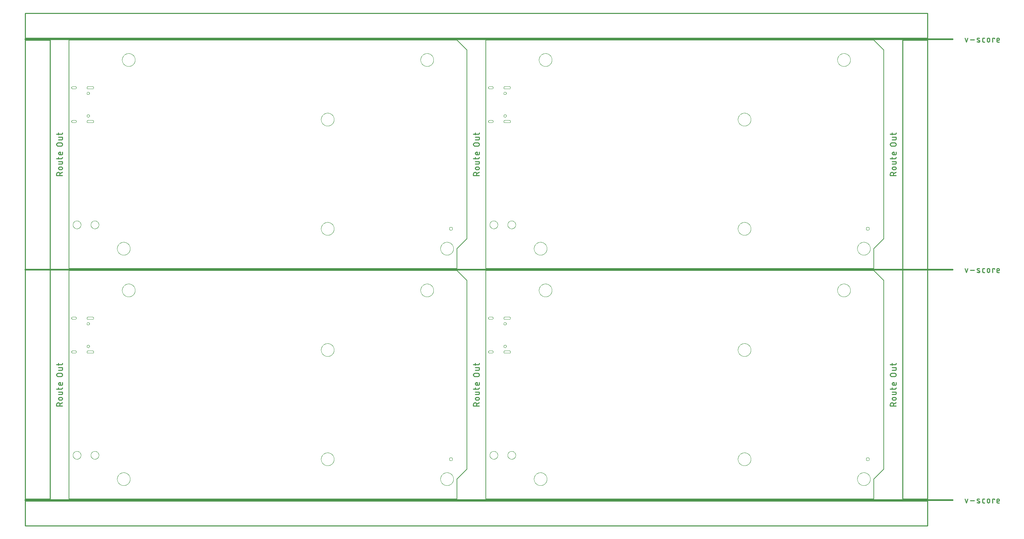
<source format=gko>
G04 EAGLE Gerber RS-274X export*
G75*
%MOMM*%
%FSLAX34Y34*%
%LPD*%
%IN*%
%IPPOS*%
%AMOC8*
5,1,8,0,0,1.08239X$1,22.5*%
G01*
%ADD10C,0.203200*%
%ADD11C,0.279400*%
%ADD12C,0.381000*%
%ADD13C,0.254000*%
%ADD14C,0.000000*%
%ADD15C,0.010000*%


D10*
X0Y584200D02*
X990600Y584200D01*
X1016000Y558800D01*
X1016000Y76200D01*
X990600Y50800D01*
X990600Y0D01*
X0Y0D01*
X0Y584200D01*
D11*
X-16637Y237604D02*
X-31623Y237604D01*
X-31623Y241767D01*
X-31621Y241895D01*
X-31615Y242023D01*
X-31605Y242151D01*
X-31591Y242279D01*
X-31574Y242406D01*
X-31552Y242532D01*
X-31527Y242658D01*
X-31497Y242782D01*
X-31464Y242906D01*
X-31427Y243029D01*
X-31386Y243151D01*
X-31342Y243271D01*
X-31294Y243390D01*
X-31242Y243507D01*
X-31187Y243623D01*
X-31128Y243736D01*
X-31065Y243849D01*
X-30999Y243959D01*
X-30930Y244066D01*
X-30858Y244172D01*
X-30782Y244276D01*
X-30703Y244377D01*
X-30621Y244476D01*
X-30536Y244572D01*
X-30449Y244665D01*
X-30358Y244756D01*
X-30265Y244843D01*
X-30169Y244928D01*
X-30070Y245010D01*
X-29969Y245089D01*
X-29865Y245165D01*
X-29759Y245237D01*
X-29652Y245306D01*
X-29541Y245372D01*
X-29429Y245435D01*
X-29316Y245494D01*
X-29200Y245549D01*
X-29083Y245601D01*
X-28964Y245649D01*
X-28844Y245693D01*
X-28722Y245734D01*
X-28599Y245771D01*
X-28475Y245804D01*
X-28351Y245834D01*
X-28225Y245859D01*
X-28099Y245881D01*
X-27972Y245898D01*
X-27844Y245912D01*
X-27716Y245922D01*
X-27588Y245928D01*
X-27460Y245930D01*
X-27332Y245928D01*
X-27204Y245922D01*
X-27076Y245912D01*
X-26948Y245898D01*
X-26821Y245881D01*
X-26695Y245859D01*
X-26569Y245834D01*
X-26445Y245804D01*
X-26321Y245771D01*
X-26198Y245734D01*
X-26076Y245693D01*
X-25956Y245649D01*
X-25837Y245601D01*
X-25720Y245549D01*
X-25604Y245494D01*
X-25491Y245435D01*
X-25379Y245372D01*
X-25268Y245306D01*
X-25161Y245237D01*
X-25055Y245165D01*
X-24951Y245089D01*
X-24850Y245010D01*
X-24751Y244928D01*
X-24655Y244843D01*
X-24562Y244756D01*
X-24471Y244665D01*
X-24384Y244572D01*
X-24299Y244476D01*
X-24217Y244377D01*
X-24138Y244276D01*
X-24062Y244172D01*
X-23990Y244066D01*
X-23921Y243959D01*
X-23855Y243849D01*
X-23792Y243736D01*
X-23733Y243623D01*
X-23678Y243507D01*
X-23626Y243390D01*
X-23578Y243271D01*
X-23534Y243151D01*
X-23493Y243029D01*
X-23456Y242906D01*
X-23423Y242782D01*
X-23393Y242658D01*
X-23368Y242532D01*
X-23346Y242406D01*
X-23329Y242279D01*
X-23315Y242151D01*
X-23305Y242023D01*
X-23299Y241895D01*
X-23297Y241767D01*
X-23297Y237604D01*
X-23297Y242599D02*
X-16637Y245929D01*
X-19967Y252888D02*
X-23297Y252888D01*
X-23411Y252890D01*
X-23524Y252896D01*
X-23638Y252905D01*
X-23750Y252919D01*
X-23863Y252936D01*
X-23975Y252958D01*
X-24085Y252983D01*
X-24195Y253011D01*
X-24304Y253044D01*
X-24412Y253080D01*
X-24519Y253120D01*
X-24624Y253164D01*
X-24727Y253211D01*
X-24829Y253261D01*
X-24929Y253315D01*
X-25027Y253373D01*
X-25123Y253434D01*
X-25217Y253497D01*
X-25309Y253565D01*
X-25399Y253635D01*
X-25485Y253708D01*
X-25570Y253784D01*
X-25652Y253863D01*
X-25731Y253945D01*
X-25807Y254030D01*
X-25880Y254116D01*
X-25950Y254206D01*
X-26018Y254298D01*
X-26081Y254392D01*
X-26142Y254488D01*
X-26200Y254586D01*
X-26254Y254686D01*
X-26304Y254788D01*
X-26351Y254891D01*
X-26395Y254996D01*
X-26435Y255103D01*
X-26471Y255211D01*
X-26504Y255320D01*
X-26532Y255430D01*
X-26557Y255540D01*
X-26579Y255652D01*
X-26596Y255765D01*
X-26610Y255877D01*
X-26619Y255991D01*
X-26625Y256104D01*
X-26627Y256218D01*
X-26625Y256332D01*
X-26619Y256445D01*
X-26610Y256559D01*
X-26596Y256671D01*
X-26579Y256784D01*
X-26557Y256896D01*
X-26532Y257006D01*
X-26504Y257116D01*
X-26471Y257225D01*
X-26435Y257333D01*
X-26395Y257440D01*
X-26351Y257545D01*
X-26304Y257648D01*
X-26254Y257750D01*
X-26200Y257850D01*
X-26142Y257948D01*
X-26081Y258044D01*
X-26018Y258138D01*
X-25950Y258230D01*
X-25880Y258320D01*
X-25807Y258406D01*
X-25731Y258491D01*
X-25652Y258573D01*
X-25570Y258652D01*
X-25485Y258728D01*
X-25399Y258801D01*
X-25309Y258871D01*
X-25217Y258939D01*
X-25123Y259002D01*
X-25027Y259063D01*
X-24929Y259121D01*
X-24829Y259175D01*
X-24727Y259225D01*
X-24624Y259272D01*
X-24519Y259316D01*
X-24412Y259356D01*
X-24304Y259392D01*
X-24195Y259425D01*
X-24085Y259453D01*
X-23975Y259478D01*
X-23863Y259500D01*
X-23750Y259517D01*
X-23638Y259531D01*
X-23524Y259540D01*
X-23411Y259546D01*
X-23297Y259548D01*
X-19967Y259548D01*
X-19853Y259546D01*
X-19740Y259540D01*
X-19626Y259531D01*
X-19514Y259517D01*
X-19401Y259500D01*
X-19289Y259478D01*
X-19179Y259453D01*
X-19069Y259425D01*
X-18960Y259392D01*
X-18852Y259356D01*
X-18745Y259316D01*
X-18640Y259272D01*
X-18537Y259225D01*
X-18435Y259175D01*
X-18335Y259121D01*
X-18237Y259063D01*
X-18141Y259002D01*
X-18047Y258939D01*
X-17955Y258871D01*
X-17865Y258801D01*
X-17779Y258728D01*
X-17694Y258652D01*
X-17612Y258573D01*
X-17533Y258491D01*
X-17457Y258406D01*
X-17384Y258320D01*
X-17314Y258230D01*
X-17246Y258138D01*
X-17183Y258044D01*
X-17122Y257948D01*
X-17064Y257850D01*
X-17010Y257750D01*
X-16960Y257648D01*
X-16913Y257545D01*
X-16869Y257440D01*
X-16829Y257333D01*
X-16793Y257225D01*
X-16760Y257116D01*
X-16732Y257006D01*
X-16707Y256896D01*
X-16685Y256784D01*
X-16668Y256671D01*
X-16654Y256559D01*
X-16645Y256445D01*
X-16639Y256332D01*
X-16637Y256218D01*
X-16639Y256104D01*
X-16645Y255991D01*
X-16654Y255877D01*
X-16668Y255765D01*
X-16685Y255652D01*
X-16707Y255540D01*
X-16732Y255430D01*
X-16760Y255320D01*
X-16793Y255211D01*
X-16829Y255103D01*
X-16869Y254996D01*
X-16913Y254891D01*
X-16960Y254788D01*
X-17010Y254686D01*
X-17064Y254586D01*
X-17122Y254488D01*
X-17183Y254392D01*
X-17246Y254298D01*
X-17314Y254206D01*
X-17384Y254116D01*
X-17457Y254030D01*
X-17533Y253945D01*
X-17612Y253863D01*
X-17694Y253784D01*
X-17779Y253708D01*
X-17865Y253635D01*
X-17955Y253565D01*
X-18047Y253497D01*
X-18141Y253434D01*
X-18237Y253373D01*
X-18335Y253315D01*
X-18435Y253261D01*
X-18537Y253211D01*
X-18640Y253164D01*
X-18745Y253120D01*
X-18852Y253080D01*
X-18960Y253044D01*
X-19069Y253011D01*
X-19179Y252983D01*
X-19289Y252958D01*
X-19401Y252936D01*
X-19514Y252919D01*
X-19626Y252905D01*
X-19740Y252896D01*
X-19853Y252890D01*
X-19967Y252888D01*
X-19135Y266956D02*
X-26628Y266956D01*
X-19135Y266955D02*
X-19037Y266957D01*
X-18939Y266963D01*
X-18841Y266972D01*
X-18744Y266986D01*
X-18648Y267003D01*
X-18552Y267024D01*
X-18457Y267049D01*
X-18363Y267077D01*
X-18270Y267109D01*
X-18179Y267145D01*
X-18089Y267184D01*
X-18001Y267227D01*
X-17914Y267274D01*
X-17830Y267323D01*
X-17747Y267376D01*
X-17667Y267432D01*
X-17589Y267491D01*
X-17513Y267554D01*
X-17439Y267619D01*
X-17369Y267687D01*
X-17301Y267757D01*
X-17236Y267831D01*
X-17173Y267907D01*
X-17114Y267985D01*
X-17058Y268065D01*
X-17005Y268148D01*
X-16956Y268232D01*
X-16909Y268319D01*
X-16866Y268407D01*
X-16827Y268497D01*
X-16791Y268588D01*
X-16759Y268681D01*
X-16731Y268775D01*
X-16706Y268870D01*
X-16685Y268966D01*
X-16668Y269062D01*
X-16654Y269159D01*
X-16645Y269257D01*
X-16639Y269355D01*
X-16637Y269453D01*
X-16637Y273616D01*
X-26628Y273616D01*
X-26628Y279597D02*
X-26628Y284592D01*
X-31623Y281262D02*
X-19135Y281262D01*
X-19037Y281264D01*
X-18939Y281270D01*
X-18841Y281279D01*
X-18744Y281293D01*
X-18648Y281310D01*
X-18552Y281331D01*
X-18457Y281356D01*
X-18363Y281384D01*
X-18270Y281416D01*
X-18179Y281452D01*
X-18089Y281491D01*
X-18001Y281534D01*
X-17914Y281581D01*
X-17830Y281630D01*
X-17747Y281683D01*
X-17667Y281739D01*
X-17589Y281798D01*
X-17513Y281861D01*
X-17439Y281926D01*
X-17369Y281994D01*
X-17301Y282064D01*
X-17236Y282138D01*
X-17173Y282214D01*
X-17114Y282292D01*
X-17058Y282372D01*
X-17005Y282455D01*
X-16956Y282539D01*
X-16909Y282626D01*
X-16866Y282714D01*
X-16827Y282804D01*
X-16791Y282895D01*
X-16759Y282988D01*
X-16731Y283082D01*
X-16706Y283177D01*
X-16685Y283273D01*
X-16668Y283369D01*
X-16654Y283466D01*
X-16645Y283564D01*
X-16639Y283662D01*
X-16637Y283760D01*
X-16637Y284592D01*
X-16637Y293421D02*
X-16637Y297584D01*
X-16637Y293421D02*
X-16639Y293323D01*
X-16645Y293225D01*
X-16654Y293127D01*
X-16668Y293030D01*
X-16685Y292934D01*
X-16706Y292838D01*
X-16731Y292743D01*
X-16759Y292649D01*
X-16791Y292556D01*
X-16827Y292465D01*
X-16866Y292375D01*
X-16909Y292287D01*
X-16956Y292200D01*
X-17005Y292116D01*
X-17058Y292033D01*
X-17114Y291953D01*
X-17173Y291875D01*
X-17236Y291799D01*
X-17301Y291725D01*
X-17369Y291655D01*
X-17439Y291587D01*
X-17513Y291522D01*
X-17589Y291459D01*
X-17667Y291400D01*
X-17747Y291344D01*
X-17830Y291291D01*
X-17914Y291242D01*
X-18001Y291195D01*
X-18089Y291152D01*
X-18179Y291113D01*
X-18270Y291077D01*
X-18363Y291045D01*
X-18457Y291017D01*
X-18552Y290992D01*
X-18648Y290971D01*
X-18744Y290954D01*
X-18841Y290940D01*
X-18939Y290931D01*
X-19037Y290925D01*
X-19135Y290923D01*
X-19135Y290924D02*
X-23297Y290924D01*
X-23411Y290926D01*
X-23524Y290932D01*
X-23638Y290941D01*
X-23750Y290955D01*
X-23863Y290972D01*
X-23975Y290994D01*
X-24085Y291019D01*
X-24195Y291047D01*
X-24304Y291080D01*
X-24412Y291116D01*
X-24519Y291156D01*
X-24624Y291200D01*
X-24727Y291247D01*
X-24829Y291297D01*
X-24929Y291351D01*
X-25027Y291409D01*
X-25123Y291470D01*
X-25217Y291533D01*
X-25309Y291601D01*
X-25399Y291671D01*
X-25485Y291744D01*
X-25570Y291820D01*
X-25652Y291899D01*
X-25731Y291981D01*
X-25807Y292066D01*
X-25880Y292152D01*
X-25950Y292242D01*
X-26018Y292334D01*
X-26081Y292428D01*
X-26142Y292524D01*
X-26200Y292622D01*
X-26254Y292722D01*
X-26304Y292824D01*
X-26351Y292927D01*
X-26395Y293032D01*
X-26435Y293139D01*
X-26471Y293247D01*
X-26504Y293356D01*
X-26532Y293466D01*
X-26557Y293576D01*
X-26579Y293688D01*
X-26596Y293801D01*
X-26610Y293913D01*
X-26619Y294027D01*
X-26625Y294140D01*
X-26627Y294254D01*
X-26625Y294368D01*
X-26619Y294481D01*
X-26610Y294595D01*
X-26596Y294707D01*
X-26579Y294820D01*
X-26557Y294932D01*
X-26532Y295042D01*
X-26504Y295152D01*
X-26471Y295261D01*
X-26435Y295369D01*
X-26395Y295476D01*
X-26351Y295581D01*
X-26304Y295684D01*
X-26254Y295786D01*
X-26200Y295886D01*
X-26142Y295984D01*
X-26081Y296080D01*
X-26018Y296174D01*
X-25950Y296266D01*
X-25880Y296356D01*
X-25807Y296442D01*
X-25731Y296527D01*
X-25652Y296609D01*
X-25570Y296688D01*
X-25485Y296764D01*
X-25399Y296837D01*
X-25309Y296907D01*
X-25217Y296975D01*
X-25123Y297038D01*
X-25027Y297099D01*
X-24929Y297157D01*
X-24829Y297211D01*
X-24727Y297261D01*
X-24624Y297308D01*
X-24519Y297352D01*
X-24412Y297392D01*
X-24304Y297428D01*
X-24195Y297461D01*
X-24085Y297489D01*
X-23975Y297514D01*
X-23863Y297536D01*
X-23750Y297553D01*
X-23638Y297567D01*
X-23524Y297576D01*
X-23411Y297582D01*
X-23297Y297584D01*
X-21632Y297584D01*
X-21632Y290924D01*
X-20800Y313017D02*
X-27460Y313017D01*
X-27588Y313019D01*
X-27716Y313025D01*
X-27844Y313035D01*
X-27972Y313049D01*
X-28099Y313066D01*
X-28225Y313088D01*
X-28351Y313113D01*
X-28475Y313143D01*
X-28599Y313176D01*
X-28722Y313213D01*
X-28844Y313254D01*
X-28964Y313298D01*
X-29083Y313346D01*
X-29200Y313398D01*
X-29316Y313453D01*
X-29429Y313512D01*
X-29542Y313575D01*
X-29652Y313641D01*
X-29759Y313710D01*
X-29865Y313782D01*
X-29969Y313858D01*
X-30070Y313937D01*
X-30169Y314019D01*
X-30265Y314104D01*
X-30358Y314191D01*
X-30449Y314282D01*
X-30536Y314375D01*
X-30621Y314471D01*
X-30703Y314570D01*
X-30782Y314671D01*
X-30858Y314775D01*
X-30930Y314881D01*
X-30999Y314988D01*
X-31065Y315099D01*
X-31128Y315211D01*
X-31187Y315324D01*
X-31242Y315440D01*
X-31294Y315557D01*
X-31342Y315676D01*
X-31386Y315796D01*
X-31427Y315918D01*
X-31464Y316041D01*
X-31497Y316165D01*
X-31527Y316289D01*
X-31552Y316415D01*
X-31574Y316541D01*
X-31591Y316668D01*
X-31605Y316796D01*
X-31615Y316924D01*
X-31621Y317052D01*
X-31623Y317180D01*
X-31621Y317308D01*
X-31615Y317436D01*
X-31605Y317564D01*
X-31591Y317692D01*
X-31574Y317819D01*
X-31552Y317945D01*
X-31527Y318071D01*
X-31497Y318195D01*
X-31464Y318319D01*
X-31427Y318442D01*
X-31386Y318564D01*
X-31342Y318684D01*
X-31294Y318803D01*
X-31242Y318920D01*
X-31187Y319036D01*
X-31128Y319149D01*
X-31065Y319262D01*
X-30999Y319372D01*
X-30930Y319479D01*
X-30858Y319585D01*
X-30782Y319689D01*
X-30703Y319790D01*
X-30621Y319889D01*
X-30536Y319985D01*
X-30449Y320078D01*
X-30358Y320169D01*
X-30265Y320256D01*
X-30169Y320341D01*
X-30070Y320423D01*
X-29969Y320502D01*
X-29865Y320578D01*
X-29759Y320650D01*
X-29652Y320719D01*
X-29541Y320785D01*
X-29429Y320848D01*
X-29316Y320907D01*
X-29200Y320962D01*
X-29083Y321014D01*
X-28964Y321062D01*
X-28844Y321106D01*
X-28722Y321147D01*
X-28599Y321184D01*
X-28475Y321217D01*
X-28351Y321247D01*
X-28225Y321272D01*
X-28099Y321294D01*
X-27972Y321311D01*
X-27844Y321325D01*
X-27716Y321335D01*
X-27588Y321341D01*
X-27460Y321343D01*
X-27460Y321342D02*
X-20800Y321342D01*
X-20800Y321343D02*
X-20672Y321341D01*
X-20544Y321335D01*
X-20416Y321325D01*
X-20288Y321311D01*
X-20161Y321294D01*
X-20035Y321272D01*
X-19909Y321247D01*
X-19785Y321217D01*
X-19661Y321184D01*
X-19538Y321147D01*
X-19416Y321106D01*
X-19296Y321062D01*
X-19177Y321014D01*
X-19060Y320962D01*
X-18944Y320907D01*
X-18831Y320848D01*
X-18718Y320785D01*
X-18608Y320719D01*
X-18501Y320650D01*
X-18395Y320578D01*
X-18291Y320502D01*
X-18190Y320423D01*
X-18091Y320341D01*
X-17995Y320256D01*
X-17902Y320169D01*
X-17811Y320078D01*
X-17724Y319985D01*
X-17639Y319889D01*
X-17557Y319790D01*
X-17478Y319689D01*
X-17402Y319585D01*
X-17330Y319479D01*
X-17261Y319372D01*
X-17195Y319262D01*
X-17132Y319149D01*
X-17073Y319036D01*
X-17018Y318920D01*
X-16966Y318803D01*
X-16918Y318684D01*
X-16874Y318564D01*
X-16833Y318442D01*
X-16796Y318319D01*
X-16763Y318195D01*
X-16733Y318071D01*
X-16708Y317945D01*
X-16686Y317819D01*
X-16669Y317692D01*
X-16655Y317564D01*
X-16645Y317436D01*
X-16639Y317308D01*
X-16637Y317180D01*
X-16639Y317052D01*
X-16645Y316924D01*
X-16655Y316796D01*
X-16669Y316668D01*
X-16686Y316541D01*
X-16708Y316415D01*
X-16733Y316289D01*
X-16763Y316165D01*
X-16796Y316041D01*
X-16833Y315918D01*
X-16874Y315796D01*
X-16918Y315676D01*
X-16966Y315557D01*
X-17018Y315440D01*
X-17073Y315324D01*
X-17132Y315211D01*
X-17195Y315099D01*
X-17261Y314988D01*
X-17330Y314881D01*
X-17402Y314775D01*
X-17478Y314671D01*
X-17557Y314570D01*
X-17639Y314471D01*
X-17724Y314375D01*
X-17811Y314282D01*
X-17902Y314191D01*
X-17995Y314104D01*
X-18091Y314019D01*
X-18190Y313937D01*
X-18291Y313858D01*
X-18395Y313782D01*
X-18501Y313710D01*
X-18608Y313641D01*
X-18719Y313575D01*
X-18831Y313512D01*
X-18944Y313453D01*
X-19060Y313398D01*
X-19177Y313346D01*
X-19296Y313298D01*
X-19416Y313254D01*
X-19538Y313213D01*
X-19661Y313176D01*
X-19785Y313143D01*
X-19909Y313113D01*
X-20035Y313088D01*
X-20161Y313066D01*
X-20288Y313049D01*
X-20416Y313035D01*
X-20544Y313025D01*
X-20672Y313019D01*
X-20800Y313017D01*
X-19135Y328959D02*
X-26628Y328959D01*
X-19135Y328959D02*
X-19037Y328961D01*
X-18939Y328967D01*
X-18841Y328976D01*
X-18744Y328990D01*
X-18648Y329007D01*
X-18552Y329028D01*
X-18457Y329053D01*
X-18363Y329081D01*
X-18270Y329113D01*
X-18179Y329149D01*
X-18089Y329188D01*
X-18001Y329231D01*
X-17914Y329278D01*
X-17830Y329327D01*
X-17747Y329380D01*
X-17667Y329436D01*
X-17589Y329495D01*
X-17513Y329558D01*
X-17439Y329623D01*
X-17369Y329691D01*
X-17301Y329761D01*
X-17236Y329835D01*
X-17173Y329911D01*
X-17114Y329989D01*
X-17058Y330069D01*
X-17005Y330152D01*
X-16956Y330236D01*
X-16909Y330323D01*
X-16866Y330411D01*
X-16827Y330501D01*
X-16791Y330592D01*
X-16759Y330685D01*
X-16731Y330779D01*
X-16706Y330874D01*
X-16685Y330970D01*
X-16668Y331066D01*
X-16654Y331163D01*
X-16645Y331261D01*
X-16639Y331359D01*
X-16637Y331457D01*
X-16637Y335620D01*
X-26628Y335620D01*
X-26628Y341601D02*
X-26628Y346596D01*
X-31623Y343266D02*
X-19135Y343266D01*
X-19037Y343268D01*
X-18939Y343274D01*
X-18841Y343283D01*
X-18744Y343297D01*
X-18648Y343314D01*
X-18552Y343335D01*
X-18457Y343360D01*
X-18363Y343388D01*
X-18270Y343420D01*
X-18179Y343456D01*
X-18089Y343495D01*
X-18001Y343538D01*
X-17914Y343585D01*
X-17830Y343634D01*
X-17747Y343687D01*
X-17667Y343743D01*
X-17589Y343802D01*
X-17513Y343865D01*
X-17439Y343930D01*
X-17369Y343998D01*
X-17301Y344068D01*
X-17236Y344142D01*
X-17173Y344218D01*
X-17114Y344296D01*
X-17058Y344376D01*
X-17005Y344459D01*
X-16956Y344543D01*
X-16909Y344630D01*
X-16866Y344718D01*
X-16827Y344808D01*
X-16791Y344899D01*
X-16759Y344992D01*
X-16731Y345086D01*
X-16706Y345181D01*
X-16685Y345277D01*
X-16668Y345373D01*
X-16654Y345470D01*
X-16645Y345568D01*
X-16639Y345666D01*
X-16637Y345764D01*
X-16637Y346596D01*
D10*
X1064260Y584200D02*
X2054860Y584200D01*
X2080260Y558800D01*
X2080260Y76200D01*
X2054860Y50800D01*
X2054860Y0D01*
X1064260Y0D01*
X1064260Y584200D01*
D11*
X1047623Y237604D02*
X1032637Y237604D01*
X1032637Y241767D01*
X1032639Y241895D01*
X1032645Y242023D01*
X1032655Y242151D01*
X1032669Y242279D01*
X1032686Y242406D01*
X1032708Y242532D01*
X1032733Y242658D01*
X1032763Y242782D01*
X1032796Y242906D01*
X1032833Y243029D01*
X1032874Y243151D01*
X1032918Y243271D01*
X1032966Y243390D01*
X1033018Y243507D01*
X1033073Y243623D01*
X1033132Y243736D01*
X1033195Y243849D01*
X1033261Y243959D01*
X1033330Y244066D01*
X1033402Y244172D01*
X1033478Y244276D01*
X1033557Y244377D01*
X1033639Y244476D01*
X1033724Y244572D01*
X1033811Y244665D01*
X1033902Y244756D01*
X1033995Y244843D01*
X1034091Y244928D01*
X1034190Y245010D01*
X1034291Y245089D01*
X1034395Y245165D01*
X1034501Y245237D01*
X1034608Y245306D01*
X1034719Y245372D01*
X1034831Y245435D01*
X1034944Y245494D01*
X1035060Y245549D01*
X1035177Y245601D01*
X1035296Y245649D01*
X1035416Y245693D01*
X1035538Y245734D01*
X1035661Y245771D01*
X1035785Y245804D01*
X1035909Y245834D01*
X1036035Y245859D01*
X1036161Y245881D01*
X1036288Y245898D01*
X1036416Y245912D01*
X1036544Y245922D01*
X1036672Y245928D01*
X1036800Y245930D01*
X1036928Y245928D01*
X1037056Y245922D01*
X1037184Y245912D01*
X1037312Y245898D01*
X1037439Y245881D01*
X1037565Y245859D01*
X1037691Y245834D01*
X1037815Y245804D01*
X1037939Y245771D01*
X1038062Y245734D01*
X1038184Y245693D01*
X1038304Y245649D01*
X1038423Y245601D01*
X1038540Y245549D01*
X1038656Y245494D01*
X1038769Y245435D01*
X1038882Y245372D01*
X1038992Y245306D01*
X1039099Y245237D01*
X1039205Y245165D01*
X1039309Y245089D01*
X1039410Y245010D01*
X1039509Y244928D01*
X1039605Y244843D01*
X1039698Y244756D01*
X1039789Y244665D01*
X1039876Y244572D01*
X1039961Y244476D01*
X1040043Y244377D01*
X1040122Y244276D01*
X1040198Y244172D01*
X1040270Y244066D01*
X1040339Y243959D01*
X1040405Y243849D01*
X1040468Y243736D01*
X1040527Y243623D01*
X1040582Y243507D01*
X1040634Y243390D01*
X1040682Y243271D01*
X1040726Y243151D01*
X1040767Y243029D01*
X1040804Y242906D01*
X1040837Y242782D01*
X1040867Y242658D01*
X1040892Y242532D01*
X1040914Y242406D01*
X1040931Y242279D01*
X1040945Y242151D01*
X1040955Y242023D01*
X1040961Y241895D01*
X1040963Y241767D01*
X1040963Y237604D01*
X1040963Y242599D02*
X1047623Y245929D01*
X1044293Y252888D02*
X1040963Y252888D01*
X1040849Y252890D01*
X1040736Y252896D01*
X1040622Y252905D01*
X1040510Y252919D01*
X1040397Y252936D01*
X1040285Y252958D01*
X1040175Y252983D01*
X1040065Y253011D01*
X1039956Y253044D01*
X1039848Y253080D01*
X1039741Y253120D01*
X1039636Y253164D01*
X1039533Y253211D01*
X1039431Y253261D01*
X1039331Y253315D01*
X1039233Y253373D01*
X1039137Y253434D01*
X1039043Y253497D01*
X1038951Y253565D01*
X1038861Y253635D01*
X1038775Y253708D01*
X1038690Y253784D01*
X1038608Y253863D01*
X1038529Y253945D01*
X1038453Y254030D01*
X1038380Y254116D01*
X1038310Y254206D01*
X1038242Y254298D01*
X1038179Y254392D01*
X1038118Y254488D01*
X1038060Y254586D01*
X1038006Y254686D01*
X1037956Y254788D01*
X1037909Y254891D01*
X1037865Y254996D01*
X1037825Y255103D01*
X1037789Y255211D01*
X1037756Y255320D01*
X1037728Y255430D01*
X1037703Y255540D01*
X1037681Y255652D01*
X1037664Y255765D01*
X1037650Y255877D01*
X1037641Y255991D01*
X1037635Y256104D01*
X1037633Y256218D01*
X1037635Y256332D01*
X1037641Y256445D01*
X1037650Y256559D01*
X1037664Y256671D01*
X1037681Y256784D01*
X1037703Y256896D01*
X1037728Y257006D01*
X1037756Y257116D01*
X1037789Y257225D01*
X1037825Y257333D01*
X1037865Y257440D01*
X1037909Y257545D01*
X1037956Y257648D01*
X1038006Y257750D01*
X1038060Y257850D01*
X1038118Y257948D01*
X1038179Y258044D01*
X1038242Y258138D01*
X1038310Y258230D01*
X1038380Y258320D01*
X1038453Y258406D01*
X1038529Y258491D01*
X1038608Y258573D01*
X1038690Y258652D01*
X1038775Y258728D01*
X1038861Y258801D01*
X1038951Y258871D01*
X1039043Y258939D01*
X1039137Y259002D01*
X1039233Y259063D01*
X1039331Y259121D01*
X1039431Y259175D01*
X1039533Y259225D01*
X1039636Y259272D01*
X1039741Y259316D01*
X1039848Y259356D01*
X1039956Y259392D01*
X1040065Y259425D01*
X1040175Y259453D01*
X1040285Y259478D01*
X1040397Y259500D01*
X1040510Y259517D01*
X1040622Y259531D01*
X1040736Y259540D01*
X1040849Y259546D01*
X1040963Y259548D01*
X1044293Y259548D01*
X1044407Y259546D01*
X1044520Y259540D01*
X1044634Y259531D01*
X1044746Y259517D01*
X1044859Y259500D01*
X1044971Y259478D01*
X1045081Y259453D01*
X1045191Y259425D01*
X1045300Y259392D01*
X1045408Y259356D01*
X1045515Y259316D01*
X1045620Y259272D01*
X1045723Y259225D01*
X1045825Y259175D01*
X1045925Y259121D01*
X1046023Y259063D01*
X1046119Y259002D01*
X1046213Y258939D01*
X1046305Y258871D01*
X1046395Y258801D01*
X1046481Y258728D01*
X1046566Y258652D01*
X1046648Y258573D01*
X1046727Y258491D01*
X1046803Y258406D01*
X1046876Y258320D01*
X1046946Y258230D01*
X1047014Y258138D01*
X1047077Y258044D01*
X1047138Y257948D01*
X1047196Y257850D01*
X1047250Y257750D01*
X1047300Y257648D01*
X1047347Y257545D01*
X1047391Y257440D01*
X1047431Y257333D01*
X1047467Y257225D01*
X1047500Y257116D01*
X1047528Y257006D01*
X1047553Y256896D01*
X1047575Y256784D01*
X1047592Y256671D01*
X1047606Y256559D01*
X1047615Y256445D01*
X1047621Y256332D01*
X1047623Y256218D01*
X1047621Y256104D01*
X1047615Y255991D01*
X1047606Y255877D01*
X1047592Y255765D01*
X1047575Y255652D01*
X1047553Y255540D01*
X1047528Y255430D01*
X1047500Y255320D01*
X1047467Y255211D01*
X1047431Y255103D01*
X1047391Y254996D01*
X1047347Y254891D01*
X1047300Y254788D01*
X1047250Y254686D01*
X1047196Y254586D01*
X1047138Y254488D01*
X1047077Y254392D01*
X1047014Y254298D01*
X1046946Y254206D01*
X1046876Y254116D01*
X1046803Y254030D01*
X1046727Y253945D01*
X1046648Y253863D01*
X1046566Y253784D01*
X1046481Y253708D01*
X1046395Y253635D01*
X1046305Y253565D01*
X1046213Y253497D01*
X1046119Y253434D01*
X1046023Y253373D01*
X1045925Y253315D01*
X1045825Y253261D01*
X1045723Y253211D01*
X1045620Y253164D01*
X1045515Y253120D01*
X1045408Y253080D01*
X1045300Y253044D01*
X1045191Y253011D01*
X1045081Y252983D01*
X1044971Y252958D01*
X1044859Y252936D01*
X1044746Y252919D01*
X1044634Y252905D01*
X1044520Y252896D01*
X1044407Y252890D01*
X1044293Y252888D01*
X1045125Y266956D02*
X1037632Y266956D01*
X1045125Y266955D02*
X1045223Y266957D01*
X1045321Y266963D01*
X1045419Y266972D01*
X1045516Y266986D01*
X1045612Y267003D01*
X1045708Y267024D01*
X1045803Y267049D01*
X1045897Y267077D01*
X1045990Y267109D01*
X1046081Y267145D01*
X1046171Y267184D01*
X1046259Y267227D01*
X1046346Y267274D01*
X1046430Y267323D01*
X1046513Y267376D01*
X1046593Y267432D01*
X1046672Y267491D01*
X1046747Y267554D01*
X1046821Y267619D01*
X1046891Y267687D01*
X1046959Y267757D01*
X1047025Y267831D01*
X1047087Y267907D01*
X1047146Y267985D01*
X1047202Y268065D01*
X1047255Y268148D01*
X1047305Y268232D01*
X1047351Y268319D01*
X1047394Y268407D01*
X1047433Y268497D01*
X1047469Y268588D01*
X1047501Y268681D01*
X1047529Y268775D01*
X1047554Y268870D01*
X1047575Y268966D01*
X1047592Y269062D01*
X1047606Y269159D01*
X1047615Y269257D01*
X1047621Y269355D01*
X1047623Y269453D01*
X1047623Y273616D01*
X1037632Y273616D01*
X1037632Y279597D02*
X1037632Y284592D01*
X1032637Y281262D02*
X1045125Y281262D01*
X1045223Y281264D01*
X1045321Y281270D01*
X1045419Y281279D01*
X1045516Y281293D01*
X1045612Y281310D01*
X1045708Y281331D01*
X1045803Y281356D01*
X1045897Y281384D01*
X1045990Y281416D01*
X1046081Y281452D01*
X1046171Y281491D01*
X1046259Y281534D01*
X1046346Y281581D01*
X1046430Y281630D01*
X1046513Y281683D01*
X1046593Y281739D01*
X1046672Y281798D01*
X1046747Y281861D01*
X1046821Y281926D01*
X1046891Y281994D01*
X1046959Y282064D01*
X1047025Y282138D01*
X1047087Y282214D01*
X1047146Y282292D01*
X1047202Y282372D01*
X1047255Y282455D01*
X1047305Y282539D01*
X1047351Y282626D01*
X1047394Y282714D01*
X1047433Y282804D01*
X1047469Y282895D01*
X1047501Y282988D01*
X1047529Y283082D01*
X1047554Y283177D01*
X1047575Y283273D01*
X1047592Y283369D01*
X1047606Y283466D01*
X1047615Y283564D01*
X1047621Y283662D01*
X1047623Y283760D01*
X1047623Y284592D01*
X1047623Y293421D02*
X1047623Y297584D01*
X1047623Y293421D02*
X1047621Y293323D01*
X1047615Y293225D01*
X1047606Y293127D01*
X1047592Y293030D01*
X1047575Y292934D01*
X1047554Y292838D01*
X1047529Y292743D01*
X1047501Y292649D01*
X1047469Y292556D01*
X1047433Y292465D01*
X1047394Y292375D01*
X1047351Y292287D01*
X1047304Y292200D01*
X1047255Y292116D01*
X1047202Y292033D01*
X1047146Y291953D01*
X1047087Y291875D01*
X1047025Y291799D01*
X1046959Y291725D01*
X1046891Y291655D01*
X1046821Y291587D01*
X1046747Y291522D01*
X1046672Y291459D01*
X1046593Y291400D01*
X1046513Y291344D01*
X1046430Y291291D01*
X1046346Y291242D01*
X1046259Y291195D01*
X1046171Y291152D01*
X1046081Y291113D01*
X1045990Y291077D01*
X1045897Y291045D01*
X1045803Y291017D01*
X1045708Y290992D01*
X1045612Y290971D01*
X1045516Y290954D01*
X1045419Y290940D01*
X1045321Y290931D01*
X1045223Y290925D01*
X1045125Y290923D01*
X1045125Y290924D02*
X1040963Y290924D01*
X1040849Y290926D01*
X1040736Y290932D01*
X1040622Y290941D01*
X1040510Y290955D01*
X1040397Y290972D01*
X1040285Y290994D01*
X1040175Y291019D01*
X1040065Y291047D01*
X1039956Y291080D01*
X1039848Y291116D01*
X1039741Y291156D01*
X1039636Y291200D01*
X1039533Y291247D01*
X1039431Y291297D01*
X1039331Y291351D01*
X1039233Y291409D01*
X1039137Y291470D01*
X1039043Y291533D01*
X1038951Y291601D01*
X1038861Y291671D01*
X1038775Y291744D01*
X1038690Y291820D01*
X1038608Y291899D01*
X1038529Y291981D01*
X1038453Y292066D01*
X1038380Y292152D01*
X1038310Y292242D01*
X1038242Y292334D01*
X1038179Y292428D01*
X1038118Y292524D01*
X1038060Y292622D01*
X1038006Y292722D01*
X1037956Y292824D01*
X1037909Y292927D01*
X1037865Y293032D01*
X1037825Y293139D01*
X1037789Y293247D01*
X1037756Y293356D01*
X1037728Y293466D01*
X1037703Y293576D01*
X1037681Y293688D01*
X1037664Y293801D01*
X1037650Y293913D01*
X1037641Y294027D01*
X1037635Y294140D01*
X1037633Y294254D01*
X1037635Y294368D01*
X1037641Y294481D01*
X1037650Y294595D01*
X1037664Y294707D01*
X1037681Y294820D01*
X1037703Y294932D01*
X1037728Y295042D01*
X1037756Y295152D01*
X1037789Y295261D01*
X1037825Y295369D01*
X1037865Y295476D01*
X1037909Y295581D01*
X1037956Y295684D01*
X1038006Y295786D01*
X1038060Y295886D01*
X1038118Y295984D01*
X1038179Y296080D01*
X1038242Y296174D01*
X1038310Y296266D01*
X1038380Y296356D01*
X1038453Y296442D01*
X1038529Y296527D01*
X1038608Y296609D01*
X1038690Y296688D01*
X1038775Y296764D01*
X1038861Y296837D01*
X1038951Y296907D01*
X1039043Y296975D01*
X1039137Y297038D01*
X1039233Y297099D01*
X1039331Y297157D01*
X1039431Y297211D01*
X1039533Y297261D01*
X1039636Y297308D01*
X1039741Y297352D01*
X1039848Y297392D01*
X1039956Y297428D01*
X1040065Y297461D01*
X1040175Y297489D01*
X1040285Y297514D01*
X1040397Y297536D01*
X1040510Y297553D01*
X1040622Y297567D01*
X1040736Y297576D01*
X1040849Y297582D01*
X1040963Y297584D01*
X1042628Y297584D01*
X1042628Y290924D01*
X1043460Y313017D02*
X1036800Y313017D01*
X1036672Y313019D01*
X1036544Y313025D01*
X1036416Y313035D01*
X1036288Y313049D01*
X1036161Y313066D01*
X1036035Y313088D01*
X1035909Y313113D01*
X1035785Y313143D01*
X1035661Y313176D01*
X1035538Y313213D01*
X1035416Y313254D01*
X1035296Y313298D01*
X1035177Y313346D01*
X1035060Y313398D01*
X1034944Y313453D01*
X1034831Y313512D01*
X1034719Y313575D01*
X1034608Y313641D01*
X1034501Y313710D01*
X1034395Y313782D01*
X1034291Y313858D01*
X1034190Y313937D01*
X1034091Y314019D01*
X1033995Y314104D01*
X1033902Y314191D01*
X1033811Y314282D01*
X1033724Y314375D01*
X1033639Y314471D01*
X1033557Y314570D01*
X1033478Y314671D01*
X1033402Y314775D01*
X1033330Y314881D01*
X1033261Y314988D01*
X1033195Y315099D01*
X1033132Y315211D01*
X1033073Y315324D01*
X1033018Y315440D01*
X1032966Y315557D01*
X1032918Y315676D01*
X1032874Y315796D01*
X1032833Y315918D01*
X1032796Y316041D01*
X1032763Y316165D01*
X1032733Y316289D01*
X1032708Y316415D01*
X1032686Y316541D01*
X1032669Y316668D01*
X1032655Y316796D01*
X1032645Y316924D01*
X1032639Y317052D01*
X1032637Y317180D01*
X1032639Y317308D01*
X1032645Y317436D01*
X1032655Y317564D01*
X1032669Y317692D01*
X1032686Y317819D01*
X1032708Y317945D01*
X1032733Y318071D01*
X1032763Y318195D01*
X1032796Y318319D01*
X1032833Y318442D01*
X1032874Y318564D01*
X1032918Y318684D01*
X1032966Y318803D01*
X1033018Y318920D01*
X1033073Y319036D01*
X1033132Y319149D01*
X1033195Y319262D01*
X1033261Y319372D01*
X1033330Y319479D01*
X1033402Y319585D01*
X1033478Y319689D01*
X1033557Y319790D01*
X1033639Y319889D01*
X1033724Y319985D01*
X1033811Y320078D01*
X1033902Y320169D01*
X1033995Y320256D01*
X1034091Y320341D01*
X1034190Y320423D01*
X1034291Y320502D01*
X1034395Y320578D01*
X1034501Y320650D01*
X1034608Y320719D01*
X1034719Y320785D01*
X1034831Y320848D01*
X1034944Y320907D01*
X1035060Y320962D01*
X1035177Y321014D01*
X1035296Y321062D01*
X1035416Y321106D01*
X1035538Y321147D01*
X1035661Y321184D01*
X1035785Y321217D01*
X1035909Y321247D01*
X1036035Y321272D01*
X1036161Y321294D01*
X1036288Y321311D01*
X1036416Y321325D01*
X1036544Y321335D01*
X1036672Y321341D01*
X1036800Y321343D01*
X1036800Y321342D02*
X1043460Y321342D01*
X1043460Y321343D02*
X1043588Y321341D01*
X1043716Y321335D01*
X1043844Y321325D01*
X1043972Y321311D01*
X1044099Y321294D01*
X1044225Y321272D01*
X1044351Y321247D01*
X1044475Y321217D01*
X1044599Y321184D01*
X1044722Y321147D01*
X1044844Y321106D01*
X1044964Y321062D01*
X1045083Y321014D01*
X1045200Y320962D01*
X1045316Y320907D01*
X1045429Y320848D01*
X1045542Y320785D01*
X1045652Y320719D01*
X1045759Y320650D01*
X1045865Y320578D01*
X1045969Y320502D01*
X1046070Y320423D01*
X1046169Y320341D01*
X1046265Y320256D01*
X1046358Y320169D01*
X1046449Y320078D01*
X1046536Y319985D01*
X1046621Y319889D01*
X1046703Y319790D01*
X1046782Y319689D01*
X1046858Y319585D01*
X1046930Y319479D01*
X1046999Y319372D01*
X1047065Y319262D01*
X1047128Y319149D01*
X1047187Y319036D01*
X1047242Y318920D01*
X1047294Y318803D01*
X1047342Y318684D01*
X1047386Y318564D01*
X1047427Y318442D01*
X1047464Y318319D01*
X1047497Y318195D01*
X1047527Y318071D01*
X1047552Y317945D01*
X1047574Y317819D01*
X1047591Y317692D01*
X1047605Y317564D01*
X1047615Y317436D01*
X1047621Y317308D01*
X1047623Y317180D01*
X1047621Y317052D01*
X1047615Y316924D01*
X1047605Y316796D01*
X1047591Y316668D01*
X1047574Y316541D01*
X1047552Y316415D01*
X1047527Y316289D01*
X1047497Y316165D01*
X1047464Y316041D01*
X1047427Y315918D01*
X1047386Y315796D01*
X1047342Y315676D01*
X1047294Y315557D01*
X1047242Y315440D01*
X1047187Y315324D01*
X1047128Y315211D01*
X1047065Y315099D01*
X1046999Y314988D01*
X1046930Y314881D01*
X1046858Y314775D01*
X1046782Y314671D01*
X1046703Y314570D01*
X1046621Y314471D01*
X1046536Y314375D01*
X1046449Y314282D01*
X1046358Y314191D01*
X1046265Y314104D01*
X1046169Y314019D01*
X1046070Y313937D01*
X1045969Y313858D01*
X1045865Y313782D01*
X1045759Y313710D01*
X1045652Y313641D01*
X1045542Y313575D01*
X1045429Y313512D01*
X1045316Y313453D01*
X1045200Y313398D01*
X1045083Y313346D01*
X1044964Y313298D01*
X1044844Y313254D01*
X1044722Y313213D01*
X1044599Y313176D01*
X1044475Y313143D01*
X1044351Y313113D01*
X1044225Y313088D01*
X1044099Y313066D01*
X1043972Y313049D01*
X1043844Y313035D01*
X1043716Y313025D01*
X1043588Y313019D01*
X1043460Y313017D01*
X1045125Y328959D02*
X1037632Y328959D01*
X1045125Y328959D02*
X1045223Y328961D01*
X1045321Y328967D01*
X1045419Y328976D01*
X1045516Y328990D01*
X1045612Y329007D01*
X1045708Y329028D01*
X1045803Y329053D01*
X1045897Y329081D01*
X1045990Y329113D01*
X1046081Y329149D01*
X1046171Y329188D01*
X1046259Y329231D01*
X1046346Y329278D01*
X1046430Y329327D01*
X1046513Y329380D01*
X1046593Y329436D01*
X1046672Y329495D01*
X1046747Y329558D01*
X1046821Y329623D01*
X1046891Y329691D01*
X1046959Y329761D01*
X1047025Y329835D01*
X1047087Y329911D01*
X1047146Y329989D01*
X1047202Y330069D01*
X1047255Y330152D01*
X1047305Y330236D01*
X1047351Y330323D01*
X1047394Y330411D01*
X1047433Y330501D01*
X1047469Y330592D01*
X1047501Y330685D01*
X1047529Y330779D01*
X1047554Y330874D01*
X1047575Y330970D01*
X1047592Y331066D01*
X1047606Y331163D01*
X1047615Y331261D01*
X1047621Y331359D01*
X1047623Y331457D01*
X1047623Y335620D01*
X1037632Y335620D01*
X1037632Y341601D02*
X1037632Y346596D01*
X1032637Y343266D02*
X1045125Y343266D01*
X1045125Y343265D02*
X1045223Y343267D01*
X1045321Y343273D01*
X1045419Y343282D01*
X1045516Y343296D01*
X1045612Y343313D01*
X1045708Y343334D01*
X1045803Y343359D01*
X1045897Y343387D01*
X1045990Y343419D01*
X1046081Y343455D01*
X1046171Y343494D01*
X1046259Y343537D01*
X1046346Y343584D01*
X1046430Y343633D01*
X1046513Y343686D01*
X1046593Y343742D01*
X1046672Y343801D01*
X1046747Y343864D01*
X1046821Y343929D01*
X1046891Y343997D01*
X1046959Y344067D01*
X1047025Y344141D01*
X1047087Y344217D01*
X1047146Y344295D01*
X1047202Y344375D01*
X1047255Y344458D01*
X1047305Y344542D01*
X1047351Y344629D01*
X1047394Y344717D01*
X1047433Y344807D01*
X1047469Y344898D01*
X1047501Y344991D01*
X1047529Y345085D01*
X1047554Y345180D01*
X1047575Y345276D01*
X1047592Y345372D01*
X1047606Y345469D01*
X1047615Y345567D01*
X1047621Y345665D01*
X1047623Y345763D01*
X1047623Y345764D02*
X1047623Y346596D01*
X2096897Y237604D02*
X2111883Y237604D01*
X2096897Y237604D02*
X2096897Y241767D01*
X2096899Y241895D01*
X2096905Y242023D01*
X2096915Y242151D01*
X2096929Y242279D01*
X2096946Y242406D01*
X2096968Y242532D01*
X2096993Y242658D01*
X2097023Y242782D01*
X2097056Y242906D01*
X2097093Y243029D01*
X2097134Y243151D01*
X2097178Y243271D01*
X2097226Y243390D01*
X2097278Y243507D01*
X2097333Y243623D01*
X2097392Y243736D01*
X2097455Y243849D01*
X2097521Y243959D01*
X2097590Y244066D01*
X2097662Y244172D01*
X2097738Y244276D01*
X2097817Y244377D01*
X2097899Y244476D01*
X2097984Y244572D01*
X2098071Y244665D01*
X2098162Y244756D01*
X2098255Y244843D01*
X2098351Y244928D01*
X2098450Y245010D01*
X2098551Y245089D01*
X2098655Y245165D01*
X2098761Y245237D01*
X2098868Y245306D01*
X2098979Y245372D01*
X2099091Y245435D01*
X2099204Y245494D01*
X2099320Y245549D01*
X2099437Y245601D01*
X2099556Y245649D01*
X2099676Y245693D01*
X2099798Y245734D01*
X2099921Y245771D01*
X2100045Y245804D01*
X2100169Y245834D01*
X2100295Y245859D01*
X2100421Y245881D01*
X2100548Y245898D01*
X2100676Y245912D01*
X2100804Y245922D01*
X2100932Y245928D01*
X2101060Y245930D01*
X2101188Y245928D01*
X2101316Y245922D01*
X2101444Y245912D01*
X2101572Y245898D01*
X2101699Y245881D01*
X2101825Y245859D01*
X2101951Y245834D01*
X2102075Y245804D01*
X2102199Y245771D01*
X2102322Y245734D01*
X2102444Y245693D01*
X2102564Y245649D01*
X2102683Y245601D01*
X2102800Y245549D01*
X2102916Y245494D01*
X2103029Y245435D01*
X2103142Y245372D01*
X2103252Y245306D01*
X2103359Y245237D01*
X2103465Y245165D01*
X2103569Y245089D01*
X2103670Y245010D01*
X2103769Y244928D01*
X2103865Y244843D01*
X2103958Y244756D01*
X2104049Y244665D01*
X2104136Y244572D01*
X2104221Y244476D01*
X2104303Y244377D01*
X2104382Y244276D01*
X2104458Y244172D01*
X2104530Y244066D01*
X2104599Y243959D01*
X2104665Y243849D01*
X2104728Y243736D01*
X2104787Y243623D01*
X2104842Y243507D01*
X2104894Y243390D01*
X2104942Y243271D01*
X2104986Y243151D01*
X2105027Y243029D01*
X2105064Y242906D01*
X2105097Y242782D01*
X2105127Y242658D01*
X2105152Y242532D01*
X2105174Y242406D01*
X2105191Y242279D01*
X2105205Y242151D01*
X2105215Y242023D01*
X2105221Y241895D01*
X2105223Y241767D01*
X2105223Y237604D01*
X2105223Y242599D02*
X2111883Y245929D01*
X2108553Y252888D02*
X2105223Y252888D01*
X2105109Y252890D01*
X2104996Y252896D01*
X2104882Y252905D01*
X2104770Y252919D01*
X2104657Y252936D01*
X2104545Y252958D01*
X2104435Y252983D01*
X2104325Y253011D01*
X2104216Y253044D01*
X2104108Y253080D01*
X2104001Y253120D01*
X2103896Y253164D01*
X2103793Y253211D01*
X2103691Y253261D01*
X2103591Y253315D01*
X2103493Y253373D01*
X2103397Y253434D01*
X2103303Y253497D01*
X2103211Y253565D01*
X2103121Y253635D01*
X2103035Y253708D01*
X2102950Y253784D01*
X2102868Y253863D01*
X2102789Y253945D01*
X2102713Y254030D01*
X2102640Y254116D01*
X2102570Y254206D01*
X2102502Y254298D01*
X2102439Y254392D01*
X2102378Y254488D01*
X2102320Y254586D01*
X2102266Y254686D01*
X2102216Y254788D01*
X2102169Y254891D01*
X2102125Y254996D01*
X2102085Y255103D01*
X2102049Y255211D01*
X2102016Y255320D01*
X2101988Y255430D01*
X2101963Y255540D01*
X2101941Y255652D01*
X2101924Y255765D01*
X2101910Y255877D01*
X2101901Y255991D01*
X2101895Y256104D01*
X2101893Y256218D01*
X2101895Y256332D01*
X2101901Y256445D01*
X2101910Y256559D01*
X2101924Y256671D01*
X2101941Y256784D01*
X2101963Y256896D01*
X2101988Y257006D01*
X2102016Y257116D01*
X2102049Y257225D01*
X2102085Y257333D01*
X2102125Y257440D01*
X2102169Y257545D01*
X2102216Y257648D01*
X2102266Y257750D01*
X2102320Y257850D01*
X2102378Y257948D01*
X2102439Y258044D01*
X2102502Y258138D01*
X2102570Y258230D01*
X2102640Y258320D01*
X2102713Y258406D01*
X2102789Y258491D01*
X2102868Y258573D01*
X2102950Y258652D01*
X2103035Y258728D01*
X2103121Y258801D01*
X2103211Y258871D01*
X2103303Y258939D01*
X2103397Y259002D01*
X2103493Y259063D01*
X2103591Y259121D01*
X2103691Y259175D01*
X2103793Y259225D01*
X2103896Y259272D01*
X2104001Y259316D01*
X2104108Y259356D01*
X2104216Y259392D01*
X2104325Y259425D01*
X2104435Y259453D01*
X2104545Y259478D01*
X2104657Y259500D01*
X2104770Y259517D01*
X2104882Y259531D01*
X2104996Y259540D01*
X2105109Y259546D01*
X2105223Y259548D01*
X2108553Y259548D01*
X2108667Y259546D01*
X2108780Y259540D01*
X2108894Y259531D01*
X2109006Y259517D01*
X2109119Y259500D01*
X2109231Y259478D01*
X2109341Y259453D01*
X2109451Y259425D01*
X2109560Y259392D01*
X2109668Y259356D01*
X2109775Y259316D01*
X2109880Y259272D01*
X2109983Y259225D01*
X2110085Y259175D01*
X2110185Y259121D01*
X2110283Y259063D01*
X2110379Y259002D01*
X2110473Y258939D01*
X2110565Y258871D01*
X2110655Y258801D01*
X2110741Y258728D01*
X2110826Y258652D01*
X2110908Y258573D01*
X2110987Y258491D01*
X2111063Y258406D01*
X2111136Y258320D01*
X2111206Y258230D01*
X2111274Y258138D01*
X2111337Y258044D01*
X2111398Y257948D01*
X2111456Y257850D01*
X2111510Y257750D01*
X2111560Y257648D01*
X2111607Y257545D01*
X2111651Y257440D01*
X2111691Y257333D01*
X2111727Y257225D01*
X2111760Y257116D01*
X2111788Y257006D01*
X2111813Y256896D01*
X2111835Y256784D01*
X2111852Y256671D01*
X2111866Y256559D01*
X2111875Y256445D01*
X2111881Y256332D01*
X2111883Y256218D01*
X2111881Y256104D01*
X2111875Y255991D01*
X2111866Y255877D01*
X2111852Y255765D01*
X2111835Y255652D01*
X2111813Y255540D01*
X2111788Y255430D01*
X2111760Y255320D01*
X2111727Y255211D01*
X2111691Y255103D01*
X2111651Y254996D01*
X2111607Y254891D01*
X2111560Y254788D01*
X2111510Y254686D01*
X2111456Y254586D01*
X2111398Y254488D01*
X2111337Y254392D01*
X2111274Y254298D01*
X2111206Y254206D01*
X2111136Y254116D01*
X2111063Y254030D01*
X2110987Y253945D01*
X2110908Y253863D01*
X2110826Y253784D01*
X2110741Y253708D01*
X2110655Y253635D01*
X2110565Y253565D01*
X2110473Y253497D01*
X2110379Y253434D01*
X2110283Y253373D01*
X2110185Y253315D01*
X2110085Y253261D01*
X2109983Y253211D01*
X2109880Y253164D01*
X2109775Y253120D01*
X2109668Y253080D01*
X2109560Y253044D01*
X2109451Y253011D01*
X2109341Y252983D01*
X2109231Y252958D01*
X2109119Y252936D01*
X2109006Y252919D01*
X2108894Y252905D01*
X2108780Y252896D01*
X2108667Y252890D01*
X2108553Y252888D01*
X2109385Y266956D02*
X2101892Y266956D01*
X2109385Y266955D02*
X2109483Y266957D01*
X2109581Y266963D01*
X2109679Y266972D01*
X2109776Y266986D01*
X2109872Y267003D01*
X2109968Y267024D01*
X2110063Y267049D01*
X2110157Y267077D01*
X2110250Y267109D01*
X2110341Y267145D01*
X2110431Y267184D01*
X2110519Y267227D01*
X2110606Y267274D01*
X2110690Y267323D01*
X2110773Y267376D01*
X2110853Y267432D01*
X2110932Y267491D01*
X2111007Y267554D01*
X2111081Y267619D01*
X2111151Y267687D01*
X2111219Y267757D01*
X2111285Y267831D01*
X2111347Y267907D01*
X2111406Y267985D01*
X2111462Y268065D01*
X2111515Y268148D01*
X2111565Y268232D01*
X2111611Y268319D01*
X2111654Y268407D01*
X2111693Y268497D01*
X2111729Y268588D01*
X2111761Y268681D01*
X2111789Y268775D01*
X2111814Y268870D01*
X2111835Y268966D01*
X2111852Y269062D01*
X2111866Y269159D01*
X2111875Y269257D01*
X2111881Y269355D01*
X2111883Y269453D01*
X2111883Y273616D01*
X2101892Y273616D01*
X2101892Y279597D02*
X2101892Y284592D01*
X2096897Y281262D02*
X2109385Y281262D01*
X2109483Y281264D01*
X2109581Y281270D01*
X2109679Y281279D01*
X2109776Y281293D01*
X2109872Y281310D01*
X2109968Y281331D01*
X2110063Y281356D01*
X2110157Y281384D01*
X2110250Y281416D01*
X2110341Y281452D01*
X2110431Y281491D01*
X2110519Y281534D01*
X2110606Y281581D01*
X2110690Y281630D01*
X2110773Y281683D01*
X2110853Y281739D01*
X2110932Y281798D01*
X2111007Y281861D01*
X2111081Y281926D01*
X2111151Y281994D01*
X2111219Y282064D01*
X2111285Y282138D01*
X2111347Y282214D01*
X2111406Y282292D01*
X2111462Y282372D01*
X2111515Y282455D01*
X2111565Y282539D01*
X2111611Y282626D01*
X2111654Y282714D01*
X2111693Y282804D01*
X2111729Y282895D01*
X2111761Y282988D01*
X2111789Y283082D01*
X2111814Y283177D01*
X2111835Y283273D01*
X2111852Y283369D01*
X2111866Y283466D01*
X2111875Y283564D01*
X2111881Y283662D01*
X2111883Y283760D01*
X2111883Y284592D01*
X2111883Y293421D02*
X2111883Y297584D01*
X2111883Y293421D02*
X2111881Y293323D01*
X2111875Y293225D01*
X2111866Y293127D01*
X2111852Y293030D01*
X2111835Y292934D01*
X2111814Y292838D01*
X2111789Y292743D01*
X2111761Y292649D01*
X2111729Y292556D01*
X2111693Y292465D01*
X2111654Y292375D01*
X2111611Y292287D01*
X2111564Y292200D01*
X2111515Y292116D01*
X2111462Y292033D01*
X2111406Y291953D01*
X2111347Y291875D01*
X2111285Y291799D01*
X2111219Y291725D01*
X2111151Y291655D01*
X2111081Y291587D01*
X2111007Y291522D01*
X2110932Y291459D01*
X2110853Y291400D01*
X2110773Y291344D01*
X2110690Y291291D01*
X2110606Y291242D01*
X2110519Y291195D01*
X2110431Y291152D01*
X2110341Y291113D01*
X2110250Y291077D01*
X2110157Y291045D01*
X2110063Y291017D01*
X2109968Y290992D01*
X2109872Y290971D01*
X2109776Y290954D01*
X2109679Y290940D01*
X2109581Y290931D01*
X2109483Y290925D01*
X2109385Y290923D01*
X2109385Y290924D02*
X2105223Y290924D01*
X2105109Y290926D01*
X2104996Y290932D01*
X2104882Y290941D01*
X2104770Y290955D01*
X2104657Y290972D01*
X2104545Y290994D01*
X2104435Y291019D01*
X2104325Y291047D01*
X2104216Y291080D01*
X2104108Y291116D01*
X2104001Y291156D01*
X2103896Y291200D01*
X2103793Y291247D01*
X2103691Y291297D01*
X2103591Y291351D01*
X2103493Y291409D01*
X2103397Y291470D01*
X2103303Y291533D01*
X2103211Y291601D01*
X2103121Y291671D01*
X2103035Y291744D01*
X2102950Y291820D01*
X2102868Y291899D01*
X2102789Y291981D01*
X2102713Y292066D01*
X2102640Y292152D01*
X2102570Y292242D01*
X2102502Y292334D01*
X2102439Y292428D01*
X2102378Y292524D01*
X2102320Y292622D01*
X2102266Y292722D01*
X2102216Y292824D01*
X2102169Y292927D01*
X2102125Y293032D01*
X2102085Y293139D01*
X2102049Y293247D01*
X2102016Y293356D01*
X2101988Y293466D01*
X2101963Y293576D01*
X2101941Y293688D01*
X2101924Y293801D01*
X2101910Y293913D01*
X2101901Y294027D01*
X2101895Y294140D01*
X2101893Y294254D01*
X2101895Y294368D01*
X2101901Y294481D01*
X2101910Y294595D01*
X2101924Y294707D01*
X2101941Y294820D01*
X2101963Y294932D01*
X2101988Y295042D01*
X2102016Y295152D01*
X2102049Y295261D01*
X2102085Y295369D01*
X2102125Y295476D01*
X2102169Y295581D01*
X2102216Y295684D01*
X2102266Y295786D01*
X2102320Y295886D01*
X2102378Y295984D01*
X2102439Y296080D01*
X2102502Y296174D01*
X2102570Y296266D01*
X2102640Y296356D01*
X2102713Y296442D01*
X2102789Y296527D01*
X2102868Y296609D01*
X2102950Y296688D01*
X2103035Y296764D01*
X2103121Y296837D01*
X2103211Y296907D01*
X2103303Y296975D01*
X2103397Y297038D01*
X2103493Y297099D01*
X2103591Y297157D01*
X2103691Y297211D01*
X2103793Y297261D01*
X2103896Y297308D01*
X2104001Y297352D01*
X2104108Y297392D01*
X2104216Y297428D01*
X2104325Y297461D01*
X2104435Y297489D01*
X2104545Y297514D01*
X2104657Y297536D01*
X2104770Y297553D01*
X2104882Y297567D01*
X2104996Y297576D01*
X2105109Y297582D01*
X2105223Y297584D01*
X2106888Y297584D01*
X2106888Y290924D01*
X2107720Y313017D02*
X2101060Y313017D01*
X2100932Y313019D01*
X2100804Y313025D01*
X2100676Y313035D01*
X2100548Y313049D01*
X2100421Y313066D01*
X2100295Y313088D01*
X2100169Y313113D01*
X2100045Y313143D01*
X2099921Y313176D01*
X2099798Y313213D01*
X2099676Y313254D01*
X2099556Y313298D01*
X2099437Y313346D01*
X2099320Y313398D01*
X2099204Y313453D01*
X2099091Y313512D01*
X2098979Y313575D01*
X2098868Y313641D01*
X2098761Y313710D01*
X2098655Y313782D01*
X2098551Y313858D01*
X2098450Y313937D01*
X2098351Y314019D01*
X2098255Y314104D01*
X2098162Y314191D01*
X2098071Y314282D01*
X2097984Y314375D01*
X2097899Y314471D01*
X2097817Y314570D01*
X2097738Y314671D01*
X2097662Y314775D01*
X2097590Y314881D01*
X2097521Y314988D01*
X2097455Y315099D01*
X2097392Y315211D01*
X2097333Y315324D01*
X2097278Y315440D01*
X2097226Y315557D01*
X2097178Y315676D01*
X2097134Y315796D01*
X2097093Y315918D01*
X2097056Y316041D01*
X2097023Y316165D01*
X2096993Y316289D01*
X2096968Y316415D01*
X2096946Y316541D01*
X2096929Y316668D01*
X2096915Y316796D01*
X2096905Y316924D01*
X2096899Y317052D01*
X2096897Y317180D01*
X2096899Y317308D01*
X2096905Y317436D01*
X2096915Y317564D01*
X2096929Y317692D01*
X2096946Y317819D01*
X2096968Y317945D01*
X2096993Y318071D01*
X2097023Y318195D01*
X2097056Y318319D01*
X2097093Y318442D01*
X2097134Y318564D01*
X2097178Y318684D01*
X2097226Y318803D01*
X2097278Y318920D01*
X2097333Y319036D01*
X2097392Y319149D01*
X2097455Y319262D01*
X2097521Y319372D01*
X2097590Y319479D01*
X2097662Y319585D01*
X2097738Y319689D01*
X2097817Y319790D01*
X2097899Y319889D01*
X2097984Y319985D01*
X2098071Y320078D01*
X2098162Y320169D01*
X2098255Y320256D01*
X2098351Y320341D01*
X2098450Y320423D01*
X2098551Y320502D01*
X2098655Y320578D01*
X2098761Y320650D01*
X2098868Y320719D01*
X2098979Y320785D01*
X2099091Y320848D01*
X2099204Y320907D01*
X2099320Y320962D01*
X2099437Y321014D01*
X2099556Y321062D01*
X2099676Y321106D01*
X2099798Y321147D01*
X2099921Y321184D01*
X2100045Y321217D01*
X2100169Y321247D01*
X2100295Y321272D01*
X2100421Y321294D01*
X2100548Y321311D01*
X2100676Y321325D01*
X2100804Y321335D01*
X2100932Y321341D01*
X2101060Y321343D01*
X2101060Y321342D02*
X2107720Y321342D01*
X2107720Y321343D02*
X2107848Y321341D01*
X2107976Y321335D01*
X2108104Y321325D01*
X2108232Y321311D01*
X2108359Y321294D01*
X2108485Y321272D01*
X2108611Y321247D01*
X2108735Y321217D01*
X2108859Y321184D01*
X2108982Y321147D01*
X2109104Y321106D01*
X2109224Y321062D01*
X2109343Y321014D01*
X2109460Y320962D01*
X2109576Y320907D01*
X2109689Y320848D01*
X2109802Y320785D01*
X2109912Y320719D01*
X2110019Y320650D01*
X2110125Y320578D01*
X2110229Y320502D01*
X2110330Y320423D01*
X2110429Y320341D01*
X2110525Y320256D01*
X2110618Y320169D01*
X2110709Y320078D01*
X2110796Y319985D01*
X2110881Y319889D01*
X2110963Y319790D01*
X2111042Y319689D01*
X2111118Y319585D01*
X2111190Y319479D01*
X2111259Y319372D01*
X2111325Y319262D01*
X2111388Y319149D01*
X2111447Y319036D01*
X2111502Y318920D01*
X2111554Y318803D01*
X2111602Y318684D01*
X2111646Y318564D01*
X2111687Y318442D01*
X2111724Y318319D01*
X2111757Y318195D01*
X2111787Y318071D01*
X2111812Y317945D01*
X2111834Y317819D01*
X2111851Y317692D01*
X2111865Y317564D01*
X2111875Y317436D01*
X2111881Y317308D01*
X2111883Y317180D01*
X2111881Y317052D01*
X2111875Y316924D01*
X2111865Y316796D01*
X2111851Y316668D01*
X2111834Y316541D01*
X2111812Y316415D01*
X2111787Y316289D01*
X2111757Y316165D01*
X2111724Y316041D01*
X2111687Y315918D01*
X2111646Y315796D01*
X2111602Y315676D01*
X2111554Y315557D01*
X2111502Y315440D01*
X2111447Y315324D01*
X2111388Y315211D01*
X2111325Y315099D01*
X2111259Y314988D01*
X2111190Y314881D01*
X2111118Y314775D01*
X2111042Y314671D01*
X2110963Y314570D01*
X2110881Y314471D01*
X2110796Y314375D01*
X2110709Y314282D01*
X2110618Y314191D01*
X2110525Y314104D01*
X2110429Y314019D01*
X2110330Y313937D01*
X2110229Y313858D01*
X2110125Y313782D01*
X2110019Y313710D01*
X2109912Y313641D01*
X2109802Y313575D01*
X2109689Y313512D01*
X2109576Y313453D01*
X2109460Y313398D01*
X2109343Y313346D01*
X2109224Y313298D01*
X2109104Y313254D01*
X2108982Y313213D01*
X2108859Y313176D01*
X2108735Y313143D01*
X2108611Y313113D01*
X2108485Y313088D01*
X2108359Y313066D01*
X2108232Y313049D01*
X2108104Y313035D01*
X2107976Y313025D01*
X2107848Y313019D01*
X2107720Y313017D01*
X2109385Y328959D02*
X2101892Y328959D01*
X2109385Y328959D02*
X2109483Y328961D01*
X2109581Y328967D01*
X2109679Y328976D01*
X2109776Y328990D01*
X2109872Y329007D01*
X2109968Y329028D01*
X2110063Y329053D01*
X2110157Y329081D01*
X2110250Y329113D01*
X2110341Y329149D01*
X2110431Y329188D01*
X2110519Y329231D01*
X2110606Y329278D01*
X2110690Y329327D01*
X2110773Y329380D01*
X2110853Y329436D01*
X2110932Y329495D01*
X2111007Y329558D01*
X2111081Y329623D01*
X2111151Y329691D01*
X2111219Y329761D01*
X2111285Y329835D01*
X2111347Y329911D01*
X2111406Y329989D01*
X2111462Y330069D01*
X2111515Y330152D01*
X2111565Y330236D01*
X2111611Y330323D01*
X2111654Y330411D01*
X2111693Y330501D01*
X2111729Y330592D01*
X2111761Y330685D01*
X2111789Y330779D01*
X2111814Y330874D01*
X2111835Y330970D01*
X2111852Y331066D01*
X2111866Y331163D01*
X2111875Y331261D01*
X2111881Y331359D01*
X2111883Y331457D01*
X2111883Y335620D01*
X2101892Y335620D01*
X2101892Y341601D02*
X2101892Y346596D01*
X2096897Y343266D02*
X2109385Y343266D01*
X2109385Y343265D02*
X2109483Y343267D01*
X2109581Y343273D01*
X2109679Y343282D01*
X2109776Y343296D01*
X2109872Y343313D01*
X2109968Y343334D01*
X2110063Y343359D01*
X2110157Y343387D01*
X2110250Y343419D01*
X2110341Y343455D01*
X2110431Y343494D01*
X2110519Y343537D01*
X2110606Y343584D01*
X2110690Y343633D01*
X2110773Y343686D01*
X2110853Y343742D01*
X2110932Y343801D01*
X2111007Y343864D01*
X2111081Y343929D01*
X2111151Y343997D01*
X2111219Y344067D01*
X2111285Y344141D01*
X2111347Y344217D01*
X2111406Y344295D01*
X2111462Y344375D01*
X2111515Y344458D01*
X2111565Y344542D01*
X2111611Y344629D01*
X2111654Y344717D01*
X2111693Y344807D01*
X2111729Y344898D01*
X2111761Y344991D01*
X2111789Y345085D01*
X2111814Y345180D01*
X2111835Y345276D01*
X2111852Y345372D01*
X2111866Y345469D01*
X2111875Y345567D01*
X2111881Y345665D01*
X2111883Y345763D01*
X2111883Y345764D02*
X2111883Y346596D01*
D10*
X990600Y1173480D02*
X0Y1173480D01*
X990600Y1173480D02*
X1016000Y1148080D01*
X1016000Y665480D01*
X990600Y640080D01*
X990600Y589280D01*
X0Y589280D01*
X0Y1173480D01*
D11*
X-16637Y826884D02*
X-31623Y826884D01*
X-31623Y831047D01*
X-31621Y831175D01*
X-31615Y831303D01*
X-31605Y831431D01*
X-31591Y831559D01*
X-31574Y831686D01*
X-31552Y831812D01*
X-31527Y831938D01*
X-31497Y832062D01*
X-31464Y832186D01*
X-31427Y832309D01*
X-31386Y832431D01*
X-31342Y832551D01*
X-31294Y832670D01*
X-31242Y832787D01*
X-31187Y832903D01*
X-31128Y833016D01*
X-31065Y833129D01*
X-30999Y833239D01*
X-30930Y833346D01*
X-30858Y833452D01*
X-30782Y833556D01*
X-30703Y833657D01*
X-30621Y833756D01*
X-30536Y833852D01*
X-30449Y833945D01*
X-30358Y834036D01*
X-30265Y834123D01*
X-30169Y834208D01*
X-30070Y834290D01*
X-29969Y834369D01*
X-29865Y834445D01*
X-29759Y834517D01*
X-29652Y834586D01*
X-29541Y834652D01*
X-29429Y834715D01*
X-29316Y834774D01*
X-29200Y834829D01*
X-29083Y834881D01*
X-28964Y834929D01*
X-28844Y834973D01*
X-28722Y835014D01*
X-28599Y835051D01*
X-28475Y835084D01*
X-28351Y835114D01*
X-28225Y835139D01*
X-28099Y835161D01*
X-27972Y835178D01*
X-27844Y835192D01*
X-27716Y835202D01*
X-27588Y835208D01*
X-27460Y835210D01*
X-27332Y835208D01*
X-27204Y835202D01*
X-27076Y835192D01*
X-26948Y835178D01*
X-26821Y835161D01*
X-26695Y835139D01*
X-26569Y835114D01*
X-26445Y835084D01*
X-26321Y835051D01*
X-26198Y835014D01*
X-26076Y834973D01*
X-25956Y834929D01*
X-25837Y834881D01*
X-25720Y834829D01*
X-25604Y834774D01*
X-25491Y834715D01*
X-25379Y834652D01*
X-25268Y834586D01*
X-25161Y834517D01*
X-25055Y834445D01*
X-24951Y834369D01*
X-24850Y834290D01*
X-24751Y834208D01*
X-24655Y834123D01*
X-24562Y834036D01*
X-24471Y833945D01*
X-24384Y833852D01*
X-24299Y833756D01*
X-24217Y833657D01*
X-24138Y833556D01*
X-24062Y833452D01*
X-23990Y833346D01*
X-23921Y833239D01*
X-23855Y833129D01*
X-23792Y833016D01*
X-23733Y832903D01*
X-23678Y832787D01*
X-23626Y832670D01*
X-23578Y832551D01*
X-23534Y832431D01*
X-23493Y832309D01*
X-23456Y832186D01*
X-23423Y832062D01*
X-23393Y831938D01*
X-23368Y831812D01*
X-23346Y831686D01*
X-23329Y831559D01*
X-23315Y831431D01*
X-23305Y831303D01*
X-23299Y831175D01*
X-23297Y831047D01*
X-23297Y826884D01*
X-23297Y831879D02*
X-16637Y835209D01*
X-19967Y842168D02*
X-23297Y842168D01*
X-23411Y842170D01*
X-23524Y842176D01*
X-23638Y842185D01*
X-23750Y842199D01*
X-23863Y842216D01*
X-23975Y842238D01*
X-24085Y842263D01*
X-24195Y842291D01*
X-24304Y842324D01*
X-24412Y842360D01*
X-24519Y842400D01*
X-24624Y842444D01*
X-24727Y842491D01*
X-24829Y842541D01*
X-24929Y842595D01*
X-25027Y842653D01*
X-25123Y842714D01*
X-25217Y842777D01*
X-25309Y842845D01*
X-25399Y842915D01*
X-25485Y842988D01*
X-25570Y843064D01*
X-25652Y843143D01*
X-25731Y843225D01*
X-25807Y843310D01*
X-25880Y843396D01*
X-25950Y843486D01*
X-26018Y843578D01*
X-26081Y843672D01*
X-26142Y843768D01*
X-26200Y843866D01*
X-26254Y843966D01*
X-26304Y844068D01*
X-26351Y844171D01*
X-26395Y844276D01*
X-26435Y844383D01*
X-26471Y844491D01*
X-26504Y844600D01*
X-26532Y844710D01*
X-26557Y844820D01*
X-26579Y844932D01*
X-26596Y845045D01*
X-26610Y845157D01*
X-26619Y845271D01*
X-26625Y845384D01*
X-26627Y845498D01*
X-26625Y845612D01*
X-26619Y845725D01*
X-26610Y845839D01*
X-26596Y845951D01*
X-26579Y846064D01*
X-26557Y846176D01*
X-26532Y846286D01*
X-26504Y846396D01*
X-26471Y846505D01*
X-26435Y846613D01*
X-26395Y846720D01*
X-26351Y846825D01*
X-26304Y846928D01*
X-26254Y847030D01*
X-26200Y847130D01*
X-26142Y847228D01*
X-26081Y847324D01*
X-26018Y847418D01*
X-25950Y847510D01*
X-25880Y847600D01*
X-25807Y847686D01*
X-25731Y847771D01*
X-25652Y847853D01*
X-25570Y847932D01*
X-25485Y848008D01*
X-25399Y848081D01*
X-25309Y848151D01*
X-25217Y848219D01*
X-25123Y848282D01*
X-25027Y848343D01*
X-24929Y848401D01*
X-24829Y848455D01*
X-24727Y848505D01*
X-24624Y848552D01*
X-24519Y848596D01*
X-24412Y848636D01*
X-24304Y848672D01*
X-24195Y848705D01*
X-24085Y848733D01*
X-23975Y848758D01*
X-23863Y848780D01*
X-23750Y848797D01*
X-23638Y848811D01*
X-23524Y848820D01*
X-23411Y848826D01*
X-23297Y848828D01*
X-19967Y848828D01*
X-19853Y848826D01*
X-19740Y848820D01*
X-19626Y848811D01*
X-19514Y848797D01*
X-19401Y848780D01*
X-19289Y848758D01*
X-19179Y848733D01*
X-19069Y848705D01*
X-18960Y848672D01*
X-18852Y848636D01*
X-18745Y848596D01*
X-18640Y848552D01*
X-18537Y848505D01*
X-18435Y848455D01*
X-18335Y848401D01*
X-18237Y848343D01*
X-18141Y848282D01*
X-18047Y848219D01*
X-17955Y848151D01*
X-17865Y848081D01*
X-17779Y848008D01*
X-17694Y847932D01*
X-17612Y847853D01*
X-17533Y847771D01*
X-17457Y847686D01*
X-17384Y847600D01*
X-17314Y847510D01*
X-17246Y847418D01*
X-17183Y847324D01*
X-17122Y847228D01*
X-17064Y847130D01*
X-17010Y847030D01*
X-16960Y846928D01*
X-16913Y846825D01*
X-16869Y846720D01*
X-16829Y846613D01*
X-16793Y846505D01*
X-16760Y846396D01*
X-16732Y846286D01*
X-16707Y846176D01*
X-16685Y846064D01*
X-16668Y845951D01*
X-16654Y845839D01*
X-16645Y845725D01*
X-16639Y845612D01*
X-16637Y845498D01*
X-16639Y845384D01*
X-16645Y845271D01*
X-16654Y845157D01*
X-16668Y845045D01*
X-16685Y844932D01*
X-16707Y844820D01*
X-16732Y844710D01*
X-16760Y844600D01*
X-16793Y844491D01*
X-16829Y844383D01*
X-16869Y844276D01*
X-16913Y844171D01*
X-16960Y844068D01*
X-17010Y843966D01*
X-17064Y843866D01*
X-17122Y843768D01*
X-17183Y843672D01*
X-17246Y843578D01*
X-17314Y843486D01*
X-17384Y843396D01*
X-17457Y843310D01*
X-17533Y843225D01*
X-17612Y843143D01*
X-17694Y843064D01*
X-17779Y842988D01*
X-17865Y842915D01*
X-17955Y842845D01*
X-18047Y842777D01*
X-18141Y842714D01*
X-18237Y842653D01*
X-18335Y842595D01*
X-18435Y842541D01*
X-18537Y842491D01*
X-18640Y842444D01*
X-18745Y842400D01*
X-18852Y842360D01*
X-18960Y842324D01*
X-19069Y842291D01*
X-19179Y842263D01*
X-19289Y842238D01*
X-19401Y842216D01*
X-19514Y842199D01*
X-19626Y842185D01*
X-19740Y842176D01*
X-19853Y842170D01*
X-19967Y842168D01*
X-19135Y856236D02*
X-26628Y856236D01*
X-19135Y856235D02*
X-19037Y856237D01*
X-18939Y856243D01*
X-18841Y856252D01*
X-18744Y856266D01*
X-18648Y856283D01*
X-18552Y856304D01*
X-18457Y856329D01*
X-18363Y856357D01*
X-18270Y856389D01*
X-18179Y856425D01*
X-18089Y856464D01*
X-18001Y856507D01*
X-17914Y856554D01*
X-17830Y856603D01*
X-17747Y856656D01*
X-17667Y856712D01*
X-17589Y856771D01*
X-17513Y856834D01*
X-17439Y856899D01*
X-17369Y856967D01*
X-17301Y857037D01*
X-17236Y857111D01*
X-17173Y857187D01*
X-17114Y857265D01*
X-17058Y857345D01*
X-17005Y857428D01*
X-16956Y857512D01*
X-16909Y857599D01*
X-16866Y857687D01*
X-16827Y857777D01*
X-16791Y857868D01*
X-16759Y857961D01*
X-16731Y858055D01*
X-16706Y858150D01*
X-16685Y858246D01*
X-16668Y858342D01*
X-16654Y858439D01*
X-16645Y858537D01*
X-16639Y858635D01*
X-16637Y858733D01*
X-16637Y862896D01*
X-26628Y862896D01*
X-26628Y868877D02*
X-26628Y873872D01*
X-31623Y870542D02*
X-19135Y870542D01*
X-19037Y870544D01*
X-18939Y870550D01*
X-18841Y870559D01*
X-18744Y870573D01*
X-18648Y870590D01*
X-18552Y870611D01*
X-18457Y870636D01*
X-18363Y870664D01*
X-18270Y870696D01*
X-18179Y870732D01*
X-18089Y870771D01*
X-18001Y870814D01*
X-17914Y870861D01*
X-17830Y870910D01*
X-17747Y870963D01*
X-17667Y871019D01*
X-17589Y871078D01*
X-17513Y871141D01*
X-17439Y871206D01*
X-17369Y871274D01*
X-17301Y871344D01*
X-17236Y871418D01*
X-17173Y871494D01*
X-17114Y871572D01*
X-17058Y871652D01*
X-17005Y871735D01*
X-16956Y871819D01*
X-16909Y871906D01*
X-16866Y871994D01*
X-16827Y872084D01*
X-16791Y872175D01*
X-16759Y872268D01*
X-16731Y872362D01*
X-16706Y872457D01*
X-16685Y872553D01*
X-16668Y872649D01*
X-16654Y872746D01*
X-16645Y872844D01*
X-16639Y872942D01*
X-16637Y873040D01*
X-16637Y873872D01*
X-16637Y882701D02*
X-16637Y886864D01*
X-16637Y882701D02*
X-16639Y882603D01*
X-16645Y882505D01*
X-16654Y882407D01*
X-16668Y882310D01*
X-16685Y882214D01*
X-16706Y882118D01*
X-16731Y882023D01*
X-16759Y881929D01*
X-16791Y881836D01*
X-16827Y881745D01*
X-16866Y881655D01*
X-16909Y881567D01*
X-16956Y881480D01*
X-17005Y881396D01*
X-17058Y881313D01*
X-17114Y881233D01*
X-17173Y881155D01*
X-17236Y881079D01*
X-17301Y881005D01*
X-17369Y880935D01*
X-17439Y880867D01*
X-17513Y880802D01*
X-17589Y880739D01*
X-17667Y880680D01*
X-17747Y880624D01*
X-17830Y880571D01*
X-17914Y880522D01*
X-18001Y880475D01*
X-18089Y880432D01*
X-18179Y880393D01*
X-18270Y880357D01*
X-18363Y880325D01*
X-18457Y880297D01*
X-18552Y880272D01*
X-18648Y880251D01*
X-18744Y880234D01*
X-18841Y880220D01*
X-18939Y880211D01*
X-19037Y880205D01*
X-19135Y880203D01*
X-19135Y880204D02*
X-23297Y880204D01*
X-23411Y880206D01*
X-23524Y880212D01*
X-23638Y880221D01*
X-23750Y880235D01*
X-23863Y880252D01*
X-23975Y880274D01*
X-24085Y880299D01*
X-24195Y880327D01*
X-24304Y880360D01*
X-24412Y880396D01*
X-24519Y880436D01*
X-24624Y880480D01*
X-24727Y880527D01*
X-24829Y880577D01*
X-24929Y880631D01*
X-25027Y880689D01*
X-25123Y880750D01*
X-25217Y880813D01*
X-25309Y880881D01*
X-25399Y880951D01*
X-25485Y881024D01*
X-25570Y881100D01*
X-25652Y881179D01*
X-25731Y881261D01*
X-25807Y881346D01*
X-25880Y881432D01*
X-25950Y881522D01*
X-26018Y881614D01*
X-26081Y881708D01*
X-26142Y881804D01*
X-26200Y881902D01*
X-26254Y882002D01*
X-26304Y882104D01*
X-26351Y882207D01*
X-26395Y882312D01*
X-26435Y882419D01*
X-26471Y882527D01*
X-26504Y882636D01*
X-26532Y882746D01*
X-26557Y882856D01*
X-26579Y882968D01*
X-26596Y883081D01*
X-26610Y883193D01*
X-26619Y883307D01*
X-26625Y883420D01*
X-26627Y883534D01*
X-26625Y883648D01*
X-26619Y883761D01*
X-26610Y883875D01*
X-26596Y883987D01*
X-26579Y884100D01*
X-26557Y884212D01*
X-26532Y884322D01*
X-26504Y884432D01*
X-26471Y884541D01*
X-26435Y884649D01*
X-26395Y884756D01*
X-26351Y884861D01*
X-26304Y884964D01*
X-26254Y885066D01*
X-26200Y885166D01*
X-26142Y885264D01*
X-26081Y885360D01*
X-26018Y885454D01*
X-25950Y885546D01*
X-25880Y885636D01*
X-25807Y885722D01*
X-25731Y885807D01*
X-25652Y885889D01*
X-25570Y885968D01*
X-25485Y886044D01*
X-25399Y886117D01*
X-25309Y886187D01*
X-25217Y886255D01*
X-25123Y886318D01*
X-25027Y886379D01*
X-24929Y886437D01*
X-24829Y886491D01*
X-24727Y886541D01*
X-24624Y886588D01*
X-24519Y886632D01*
X-24412Y886672D01*
X-24304Y886708D01*
X-24195Y886741D01*
X-24085Y886769D01*
X-23975Y886794D01*
X-23863Y886816D01*
X-23750Y886833D01*
X-23638Y886847D01*
X-23524Y886856D01*
X-23411Y886862D01*
X-23297Y886864D01*
X-21632Y886864D01*
X-21632Y880204D01*
X-20800Y902297D02*
X-27460Y902297D01*
X-27588Y902299D01*
X-27716Y902305D01*
X-27844Y902315D01*
X-27972Y902329D01*
X-28099Y902346D01*
X-28225Y902368D01*
X-28351Y902393D01*
X-28475Y902423D01*
X-28599Y902456D01*
X-28722Y902493D01*
X-28844Y902534D01*
X-28964Y902578D01*
X-29083Y902626D01*
X-29200Y902678D01*
X-29316Y902733D01*
X-29429Y902792D01*
X-29542Y902855D01*
X-29652Y902921D01*
X-29759Y902990D01*
X-29865Y903062D01*
X-29969Y903138D01*
X-30070Y903217D01*
X-30169Y903299D01*
X-30265Y903384D01*
X-30358Y903471D01*
X-30449Y903562D01*
X-30536Y903655D01*
X-30621Y903751D01*
X-30703Y903850D01*
X-30782Y903951D01*
X-30858Y904055D01*
X-30930Y904161D01*
X-30999Y904268D01*
X-31065Y904379D01*
X-31128Y904491D01*
X-31187Y904604D01*
X-31242Y904720D01*
X-31294Y904837D01*
X-31342Y904956D01*
X-31386Y905076D01*
X-31427Y905198D01*
X-31464Y905321D01*
X-31497Y905445D01*
X-31527Y905569D01*
X-31552Y905695D01*
X-31574Y905821D01*
X-31591Y905948D01*
X-31605Y906076D01*
X-31615Y906204D01*
X-31621Y906332D01*
X-31623Y906460D01*
X-31621Y906588D01*
X-31615Y906716D01*
X-31605Y906844D01*
X-31591Y906972D01*
X-31574Y907099D01*
X-31552Y907225D01*
X-31527Y907351D01*
X-31497Y907475D01*
X-31464Y907599D01*
X-31427Y907722D01*
X-31386Y907844D01*
X-31342Y907964D01*
X-31294Y908083D01*
X-31242Y908200D01*
X-31187Y908316D01*
X-31128Y908429D01*
X-31065Y908542D01*
X-30999Y908652D01*
X-30930Y908759D01*
X-30858Y908865D01*
X-30782Y908969D01*
X-30703Y909070D01*
X-30621Y909169D01*
X-30536Y909265D01*
X-30449Y909358D01*
X-30358Y909449D01*
X-30265Y909536D01*
X-30169Y909621D01*
X-30070Y909703D01*
X-29969Y909782D01*
X-29865Y909858D01*
X-29759Y909930D01*
X-29652Y909999D01*
X-29541Y910065D01*
X-29429Y910128D01*
X-29316Y910187D01*
X-29200Y910242D01*
X-29083Y910294D01*
X-28964Y910342D01*
X-28844Y910386D01*
X-28722Y910427D01*
X-28599Y910464D01*
X-28475Y910497D01*
X-28351Y910527D01*
X-28225Y910552D01*
X-28099Y910574D01*
X-27972Y910591D01*
X-27844Y910605D01*
X-27716Y910615D01*
X-27588Y910621D01*
X-27460Y910623D01*
X-27460Y910622D02*
X-20800Y910622D01*
X-20800Y910623D02*
X-20672Y910621D01*
X-20544Y910615D01*
X-20416Y910605D01*
X-20288Y910591D01*
X-20161Y910574D01*
X-20035Y910552D01*
X-19909Y910527D01*
X-19785Y910497D01*
X-19661Y910464D01*
X-19538Y910427D01*
X-19416Y910386D01*
X-19296Y910342D01*
X-19177Y910294D01*
X-19060Y910242D01*
X-18944Y910187D01*
X-18831Y910128D01*
X-18718Y910065D01*
X-18608Y909999D01*
X-18501Y909930D01*
X-18395Y909858D01*
X-18291Y909782D01*
X-18190Y909703D01*
X-18091Y909621D01*
X-17995Y909536D01*
X-17902Y909449D01*
X-17811Y909358D01*
X-17724Y909265D01*
X-17639Y909169D01*
X-17557Y909070D01*
X-17478Y908969D01*
X-17402Y908865D01*
X-17330Y908759D01*
X-17261Y908652D01*
X-17195Y908542D01*
X-17132Y908429D01*
X-17073Y908316D01*
X-17018Y908200D01*
X-16966Y908083D01*
X-16918Y907964D01*
X-16874Y907844D01*
X-16833Y907722D01*
X-16796Y907599D01*
X-16763Y907475D01*
X-16733Y907351D01*
X-16708Y907225D01*
X-16686Y907099D01*
X-16669Y906972D01*
X-16655Y906844D01*
X-16645Y906716D01*
X-16639Y906588D01*
X-16637Y906460D01*
X-16639Y906332D01*
X-16645Y906204D01*
X-16655Y906076D01*
X-16669Y905948D01*
X-16686Y905821D01*
X-16708Y905695D01*
X-16733Y905569D01*
X-16763Y905445D01*
X-16796Y905321D01*
X-16833Y905198D01*
X-16874Y905076D01*
X-16918Y904956D01*
X-16966Y904837D01*
X-17018Y904720D01*
X-17073Y904604D01*
X-17132Y904491D01*
X-17195Y904379D01*
X-17261Y904268D01*
X-17330Y904161D01*
X-17402Y904055D01*
X-17478Y903951D01*
X-17557Y903850D01*
X-17639Y903751D01*
X-17724Y903655D01*
X-17811Y903562D01*
X-17902Y903471D01*
X-17995Y903384D01*
X-18091Y903299D01*
X-18190Y903217D01*
X-18291Y903138D01*
X-18395Y903062D01*
X-18501Y902990D01*
X-18608Y902921D01*
X-18719Y902855D01*
X-18831Y902792D01*
X-18944Y902733D01*
X-19060Y902678D01*
X-19177Y902626D01*
X-19296Y902578D01*
X-19416Y902534D01*
X-19538Y902493D01*
X-19661Y902456D01*
X-19785Y902423D01*
X-19909Y902393D01*
X-20035Y902368D01*
X-20161Y902346D01*
X-20288Y902329D01*
X-20416Y902315D01*
X-20544Y902305D01*
X-20672Y902299D01*
X-20800Y902297D01*
X-19135Y918239D02*
X-26628Y918239D01*
X-19135Y918239D02*
X-19037Y918241D01*
X-18939Y918247D01*
X-18841Y918256D01*
X-18744Y918270D01*
X-18648Y918287D01*
X-18552Y918308D01*
X-18457Y918333D01*
X-18363Y918361D01*
X-18270Y918393D01*
X-18179Y918429D01*
X-18089Y918468D01*
X-18001Y918511D01*
X-17914Y918558D01*
X-17830Y918607D01*
X-17747Y918660D01*
X-17667Y918716D01*
X-17589Y918775D01*
X-17513Y918838D01*
X-17439Y918903D01*
X-17369Y918971D01*
X-17301Y919041D01*
X-17236Y919115D01*
X-17173Y919191D01*
X-17114Y919269D01*
X-17058Y919349D01*
X-17005Y919432D01*
X-16956Y919516D01*
X-16909Y919603D01*
X-16866Y919691D01*
X-16827Y919781D01*
X-16791Y919872D01*
X-16759Y919965D01*
X-16731Y920059D01*
X-16706Y920154D01*
X-16685Y920250D01*
X-16668Y920346D01*
X-16654Y920443D01*
X-16645Y920541D01*
X-16639Y920639D01*
X-16637Y920737D01*
X-16637Y924900D01*
X-26628Y924900D01*
X-26628Y930881D02*
X-26628Y935876D01*
X-31623Y932546D02*
X-19135Y932546D01*
X-19037Y932548D01*
X-18939Y932554D01*
X-18841Y932563D01*
X-18744Y932577D01*
X-18648Y932594D01*
X-18552Y932615D01*
X-18457Y932640D01*
X-18363Y932668D01*
X-18270Y932700D01*
X-18179Y932736D01*
X-18089Y932775D01*
X-18001Y932818D01*
X-17914Y932865D01*
X-17830Y932914D01*
X-17747Y932967D01*
X-17667Y933023D01*
X-17589Y933082D01*
X-17513Y933145D01*
X-17439Y933210D01*
X-17369Y933278D01*
X-17301Y933348D01*
X-17236Y933422D01*
X-17173Y933498D01*
X-17114Y933576D01*
X-17058Y933656D01*
X-17005Y933739D01*
X-16956Y933823D01*
X-16909Y933910D01*
X-16866Y933998D01*
X-16827Y934088D01*
X-16791Y934179D01*
X-16759Y934272D01*
X-16731Y934366D01*
X-16706Y934461D01*
X-16685Y934557D01*
X-16668Y934653D01*
X-16654Y934750D01*
X-16645Y934848D01*
X-16639Y934946D01*
X-16637Y935044D01*
X-16637Y935876D01*
D10*
X1064260Y1173480D02*
X2054860Y1173480D01*
X2080260Y1148080D01*
X2080260Y665480D01*
X2054860Y640080D01*
X2054860Y589280D01*
X1064260Y589280D01*
X1064260Y1173480D01*
D11*
X1047623Y826884D02*
X1032637Y826884D01*
X1032637Y831047D01*
X1032639Y831175D01*
X1032645Y831303D01*
X1032655Y831431D01*
X1032669Y831559D01*
X1032686Y831686D01*
X1032708Y831812D01*
X1032733Y831938D01*
X1032763Y832062D01*
X1032796Y832186D01*
X1032833Y832309D01*
X1032874Y832431D01*
X1032918Y832551D01*
X1032966Y832670D01*
X1033018Y832787D01*
X1033073Y832903D01*
X1033132Y833016D01*
X1033195Y833129D01*
X1033261Y833239D01*
X1033330Y833346D01*
X1033402Y833452D01*
X1033478Y833556D01*
X1033557Y833657D01*
X1033639Y833756D01*
X1033724Y833852D01*
X1033811Y833945D01*
X1033902Y834036D01*
X1033995Y834123D01*
X1034091Y834208D01*
X1034190Y834290D01*
X1034291Y834369D01*
X1034395Y834445D01*
X1034501Y834517D01*
X1034608Y834586D01*
X1034719Y834652D01*
X1034831Y834715D01*
X1034944Y834774D01*
X1035060Y834829D01*
X1035177Y834881D01*
X1035296Y834929D01*
X1035416Y834973D01*
X1035538Y835014D01*
X1035661Y835051D01*
X1035785Y835084D01*
X1035909Y835114D01*
X1036035Y835139D01*
X1036161Y835161D01*
X1036288Y835178D01*
X1036416Y835192D01*
X1036544Y835202D01*
X1036672Y835208D01*
X1036800Y835210D01*
X1036928Y835208D01*
X1037056Y835202D01*
X1037184Y835192D01*
X1037312Y835178D01*
X1037439Y835161D01*
X1037565Y835139D01*
X1037691Y835114D01*
X1037815Y835084D01*
X1037939Y835051D01*
X1038062Y835014D01*
X1038184Y834973D01*
X1038304Y834929D01*
X1038423Y834881D01*
X1038540Y834829D01*
X1038656Y834774D01*
X1038769Y834715D01*
X1038882Y834652D01*
X1038992Y834586D01*
X1039099Y834517D01*
X1039205Y834445D01*
X1039309Y834369D01*
X1039410Y834290D01*
X1039509Y834208D01*
X1039605Y834123D01*
X1039698Y834036D01*
X1039789Y833945D01*
X1039876Y833852D01*
X1039961Y833756D01*
X1040043Y833657D01*
X1040122Y833556D01*
X1040198Y833452D01*
X1040270Y833346D01*
X1040339Y833239D01*
X1040405Y833129D01*
X1040468Y833016D01*
X1040527Y832903D01*
X1040582Y832787D01*
X1040634Y832670D01*
X1040682Y832551D01*
X1040726Y832431D01*
X1040767Y832309D01*
X1040804Y832186D01*
X1040837Y832062D01*
X1040867Y831938D01*
X1040892Y831812D01*
X1040914Y831686D01*
X1040931Y831559D01*
X1040945Y831431D01*
X1040955Y831303D01*
X1040961Y831175D01*
X1040963Y831047D01*
X1040963Y826884D01*
X1040963Y831879D02*
X1047623Y835209D01*
X1044293Y842168D02*
X1040963Y842168D01*
X1040849Y842170D01*
X1040736Y842176D01*
X1040622Y842185D01*
X1040510Y842199D01*
X1040397Y842216D01*
X1040285Y842238D01*
X1040175Y842263D01*
X1040065Y842291D01*
X1039956Y842324D01*
X1039848Y842360D01*
X1039741Y842400D01*
X1039636Y842444D01*
X1039533Y842491D01*
X1039431Y842541D01*
X1039331Y842595D01*
X1039233Y842653D01*
X1039137Y842714D01*
X1039043Y842777D01*
X1038951Y842845D01*
X1038861Y842915D01*
X1038775Y842988D01*
X1038690Y843064D01*
X1038608Y843143D01*
X1038529Y843225D01*
X1038453Y843310D01*
X1038380Y843396D01*
X1038310Y843486D01*
X1038242Y843578D01*
X1038179Y843672D01*
X1038118Y843768D01*
X1038060Y843866D01*
X1038006Y843966D01*
X1037956Y844068D01*
X1037909Y844171D01*
X1037865Y844276D01*
X1037825Y844383D01*
X1037789Y844491D01*
X1037756Y844600D01*
X1037728Y844710D01*
X1037703Y844820D01*
X1037681Y844932D01*
X1037664Y845045D01*
X1037650Y845157D01*
X1037641Y845271D01*
X1037635Y845384D01*
X1037633Y845498D01*
X1037635Y845612D01*
X1037641Y845725D01*
X1037650Y845839D01*
X1037664Y845951D01*
X1037681Y846064D01*
X1037703Y846176D01*
X1037728Y846286D01*
X1037756Y846396D01*
X1037789Y846505D01*
X1037825Y846613D01*
X1037865Y846720D01*
X1037909Y846825D01*
X1037956Y846928D01*
X1038006Y847030D01*
X1038060Y847130D01*
X1038118Y847228D01*
X1038179Y847324D01*
X1038242Y847418D01*
X1038310Y847510D01*
X1038380Y847600D01*
X1038453Y847686D01*
X1038529Y847771D01*
X1038608Y847853D01*
X1038690Y847932D01*
X1038775Y848008D01*
X1038861Y848081D01*
X1038951Y848151D01*
X1039043Y848219D01*
X1039137Y848282D01*
X1039233Y848343D01*
X1039331Y848401D01*
X1039431Y848455D01*
X1039533Y848505D01*
X1039636Y848552D01*
X1039741Y848596D01*
X1039848Y848636D01*
X1039956Y848672D01*
X1040065Y848705D01*
X1040175Y848733D01*
X1040285Y848758D01*
X1040397Y848780D01*
X1040510Y848797D01*
X1040622Y848811D01*
X1040736Y848820D01*
X1040849Y848826D01*
X1040963Y848828D01*
X1044293Y848828D01*
X1044407Y848826D01*
X1044520Y848820D01*
X1044634Y848811D01*
X1044746Y848797D01*
X1044859Y848780D01*
X1044971Y848758D01*
X1045081Y848733D01*
X1045191Y848705D01*
X1045300Y848672D01*
X1045408Y848636D01*
X1045515Y848596D01*
X1045620Y848552D01*
X1045723Y848505D01*
X1045825Y848455D01*
X1045925Y848401D01*
X1046023Y848343D01*
X1046119Y848282D01*
X1046213Y848219D01*
X1046305Y848151D01*
X1046395Y848081D01*
X1046481Y848008D01*
X1046566Y847932D01*
X1046648Y847853D01*
X1046727Y847771D01*
X1046803Y847686D01*
X1046876Y847600D01*
X1046946Y847510D01*
X1047014Y847418D01*
X1047077Y847324D01*
X1047138Y847228D01*
X1047196Y847130D01*
X1047250Y847030D01*
X1047300Y846928D01*
X1047347Y846825D01*
X1047391Y846720D01*
X1047431Y846613D01*
X1047467Y846505D01*
X1047500Y846396D01*
X1047528Y846286D01*
X1047553Y846176D01*
X1047575Y846064D01*
X1047592Y845951D01*
X1047606Y845839D01*
X1047615Y845725D01*
X1047621Y845612D01*
X1047623Y845498D01*
X1047621Y845384D01*
X1047615Y845271D01*
X1047606Y845157D01*
X1047592Y845045D01*
X1047575Y844932D01*
X1047553Y844820D01*
X1047528Y844710D01*
X1047500Y844600D01*
X1047467Y844491D01*
X1047431Y844383D01*
X1047391Y844276D01*
X1047347Y844171D01*
X1047300Y844068D01*
X1047250Y843966D01*
X1047196Y843866D01*
X1047138Y843768D01*
X1047077Y843672D01*
X1047014Y843578D01*
X1046946Y843486D01*
X1046876Y843396D01*
X1046803Y843310D01*
X1046727Y843225D01*
X1046648Y843143D01*
X1046566Y843064D01*
X1046481Y842988D01*
X1046395Y842915D01*
X1046305Y842845D01*
X1046213Y842777D01*
X1046119Y842714D01*
X1046023Y842653D01*
X1045925Y842595D01*
X1045825Y842541D01*
X1045723Y842491D01*
X1045620Y842444D01*
X1045515Y842400D01*
X1045408Y842360D01*
X1045300Y842324D01*
X1045191Y842291D01*
X1045081Y842263D01*
X1044971Y842238D01*
X1044859Y842216D01*
X1044746Y842199D01*
X1044634Y842185D01*
X1044520Y842176D01*
X1044407Y842170D01*
X1044293Y842168D01*
X1045125Y856236D02*
X1037632Y856236D01*
X1045125Y856235D02*
X1045223Y856237D01*
X1045321Y856243D01*
X1045419Y856252D01*
X1045516Y856266D01*
X1045612Y856283D01*
X1045708Y856304D01*
X1045803Y856329D01*
X1045897Y856357D01*
X1045990Y856389D01*
X1046081Y856425D01*
X1046171Y856464D01*
X1046259Y856507D01*
X1046346Y856554D01*
X1046430Y856603D01*
X1046513Y856656D01*
X1046593Y856712D01*
X1046672Y856771D01*
X1046747Y856834D01*
X1046821Y856899D01*
X1046891Y856967D01*
X1046959Y857037D01*
X1047025Y857111D01*
X1047087Y857187D01*
X1047146Y857265D01*
X1047202Y857345D01*
X1047255Y857428D01*
X1047305Y857512D01*
X1047351Y857599D01*
X1047394Y857687D01*
X1047433Y857777D01*
X1047469Y857868D01*
X1047501Y857961D01*
X1047529Y858055D01*
X1047554Y858150D01*
X1047575Y858246D01*
X1047592Y858342D01*
X1047606Y858439D01*
X1047615Y858537D01*
X1047621Y858635D01*
X1047623Y858733D01*
X1047623Y862896D01*
X1037632Y862896D01*
X1037632Y868877D02*
X1037632Y873872D01*
X1032637Y870542D02*
X1045125Y870542D01*
X1045223Y870544D01*
X1045321Y870550D01*
X1045419Y870559D01*
X1045516Y870573D01*
X1045612Y870590D01*
X1045708Y870611D01*
X1045803Y870636D01*
X1045897Y870664D01*
X1045990Y870696D01*
X1046081Y870732D01*
X1046171Y870771D01*
X1046259Y870814D01*
X1046346Y870861D01*
X1046430Y870910D01*
X1046513Y870963D01*
X1046593Y871019D01*
X1046672Y871078D01*
X1046747Y871141D01*
X1046821Y871206D01*
X1046891Y871274D01*
X1046959Y871344D01*
X1047025Y871418D01*
X1047087Y871494D01*
X1047146Y871572D01*
X1047202Y871652D01*
X1047255Y871735D01*
X1047305Y871819D01*
X1047351Y871906D01*
X1047394Y871994D01*
X1047433Y872084D01*
X1047469Y872175D01*
X1047501Y872268D01*
X1047529Y872362D01*
X1047554Y872457D01*
X1047575Y872553D01*
X1047592Y872649D01*
X1047606Y872746D01*
X1047615Y872844D01*
X1047621Y872942D01*
X1047623Y873040D01*
X1047623Y873872D01*
X1047623Y882701D02*
X1047623Y886864D01*
X1047623Y882701D02*
X1047621Y882603D01*
X1047615Y882505D01*
X1047606Y882407D01*
X1047592Y882310D01*
X1047575Y882214D01*
X1047554Y882118D01*
X1047529Y882023D01*
X1047501Y881929D01*
X1047469Y881836D01*
X1047433Y881745D01*
X1047394Y881655D01*
X1047351Y881567D01*
X1047304Y881480D01*
X1047255Y881396D01*
X1047202Y881313D01*
X1047146Y881233D01*
X1047087Y881155D01*
X1047025Y881079D01*
X1046959Y881005D01*
X1046891Y880935D01*
X1046821Y880867D01*
X1046747Y880802D01*
X1046672Y880739D01*
X1046593Y880680D01*
X1046513Y880624D01*
X1046430Y880571D01*
X1046346Y880522D01*
X1046259Y880475D01*
X1046171Y880432D01*
X1046081Y880393D01*
X1045990Y880357D01*
X1045897Y880325D01*
X1045803Y880297D01*
X1045708Y880272D01*
X1045612Y880251D01*
X1045516Y880234D01*
X1045419Y880220D01*
X1045321Y880211D01*
X1045223Y880205D01*
X1045125Y880203D01*
X1045125Y880204D02*
X1040963Y880204D01*
X1040849Y880206D01*
X1040736Y880212D01*
X1040622Y880221D01*
X1040510Y880235D01*
X1040397Y880252D01*
X1040285Y880274D01*
X1040175Y880299D01*
X1040065Y880327D01*
X1039956Y880360D01*
X1039848Y880396D01*
X1039741Y880436D01*
X1039636Y880480D01*
X1039533Y880527D01*
X1039431Y880577D01*
X1039331Y880631D01*
X1039233Y880689D01*
X1039137Y880750D01*
X1039043Y880813D01*
X1038951Y880881D01*
X1038861Y880951D01*
X1038775Y881024D01*
X1038690Y881100D01*
X1038608Y881179D01*
X1038529Y881261D01*
X1038453Y881346D01*
X1038380Y881432D01*
X1038310Y881522D01*
X1038242Y881614D01*
X1038179Y881708D01*
X1038118Y881804D01*
X1038060Y881902D01*
X1038006Y882002D01*
X1037956Y882104D01*
X1037909Y882207D01*
X1037865Y882312D01*
X1037825Y882419D01*
X1037789Y882527D01*
X1037756Y882636D01*
X1037728Y882746D01*
X1037703Y882856D01*
X1037681Y882968D01*
X1037664Y883081D01*
X1037650Y883193D01*
X1037641Y883307D01*
X1037635Y883420D01*
X1037633Y883534D01*
X1037635Y883648D01*
X1037641Y883761D01*
X1037650Y883875D01*
X1037664Y883987D01*
X1037681Y884100D01*
X1037703Y884212D01*
X1037728Y884322D01*
X1037756Y884432D01*
X1037789Y884541D01*
X1037825Y884649D01*
X1037865Y884756D01*
X1037909Y884861D01*
X1037956Y884964D01*
X1038006Y885066D01*
X1038060Y885166D01*
X1038118Y885264D01*
X1038179Y885360D01*
X1038242Y885454D01*
X1038310Y885546D01*
X1038380Y885636D01*
X1038453Y885722D01*
X1038529Y885807D01*
X1038608Y885889D01*
X1038690Y885968D01*
X1038775Y886044D01*
X1038861Y886117D01*
X1038951Y886187D01*
X1039043Y886255D01*
X1039137Y886318D01*
X1039233Y886379D01*
X1039331Y886437D01*
X1039431Y886491D01*
X1039533Y886541D01*
X1039636Y886588D01*
X1039741Y886632D01*
X1039848Y886672D01*
X1039956Y886708D01*
X1040065Y886741D01*
X1040175Y886769D01*
X1040285Y886794D01*
X1040397Y886816D01*
X1040510Y886833D01*
X1040622Y886847D01*
X1040736Y886856D01*
X1040849Y886862D01*
X1040963Y886864D01*
X1042628Y886864D01*
X1042628Y880204D01*
X1043460Y902297D02*
X1036800Y902297D01*
X1036672Y902299D01*
X1036544Y902305D01*
X1036416Y902315D01*
X1036288Y902329D01*
X1036161Y902346D01*
X1036035Y902368D01*
X1035909Y902393D01*
X1035785Y902423D01*
X1035661Y902456D01*
X1035538Y902493D01*
X1035416Y902534D01*
X1035296Y902578D01*
X1035177Y902626D01*
X1035060Y902678D01*
X1034944Y902733D01*
X1034831Y902792D01*
X1034719Y902855D01*
X1034608Y902921D01*
X1034501Y902990D01*
X1034395Y903062D01*
X1034291Y903138D01*
X1034190Y903217D01*
X1034091Y903299D01*
X1033995Y903384D01*
X1033902Y903471D01*
X1033811Y903562D01*
X1033724Y903655D01*
X1033639Y903751D01*
X1033557Y903850D01*
X1033478Y903951D01*
X1033402Y904055D01*
X1033330Y904161D01*
X1033261Y904268D01*
X1033195Y904379D01*
X1033132Y904491D01*
X1033073Y904604D01*
X1033018Y904720D01*
X1032966Y904837D01*
X1032918Y904956D01*
X1032874Y905076D01*
X1032833Y905198D01*
X1032796Y905321D01*
X1032763Y905445D01*
X1032733Y905569D01*
X1032708Y905695D01*
X1032686Y905821D01*
X1032669Y905948D01*
X1032655Y906076D01*
X1032645Y906204D01*
X1032639Y906332D01*
X1032637Y906460D01*
X1032639Y906588D01*
X1032645Y906716D01*
X1032655Y906844D01*
X1032669Y906972D01*
X1032686Y907099D01*
X1032708Y907225D01*
X1032733Y907351D01*
X1032763Y907475D01*
X1032796Y907599D01*
X1032833Y907722D01*
X1032874Y907844D01*
X1032918Y907964D01*
X1032966Y908083D01*
X1033018Y908200D01*
X1033073Y908316D01*
X1033132Y908429D01*
X1033195Y908542D01*
X1033261Y908652D01*
X1033330Y908759D01*
X1033402Y908865D01*
X1033478Y908969D01*
X1033557Y909070D01*
X1033639Y909169D01*
X1033724Y909265D01*
X1033811Y909358D01*
X1033902Y909449D01*
X1033995Y909536D01*
X1034091Y909621D01*
X1034190Y909703D01*
X1034291Y909782D01*
X1034395Y909858D01*
X1034501Y909930D01*
X1034608Y909999D01*
X1034719Y910065D01*
X1034831Y910128D01*
X1034944Y910187D01*
X1035060Y910242D01*
X1035177Y910294D01*
X1035296Y910342D01*
X1035416Y910386D01*
X1035538Y910427D01*
X1035661Y910464D01*
X1035785Y910497D01*
X1035909Y910527D01*
X1036035Y910552D01*
X1036161Y910574D01*
X1036288Y910591D01*
X1036416Y910605D01*
X1036544Y910615D01*
X1036672Y910621D01*
X1036800Y910623D01*
X1036800Y910622D02*
X1043460Y910622D01*
X1043460Y910623D02*
X1043588Y910621D01*
X1043716Y910615D01*
X1043844Y910605D01*
X1043972Y910591D01*
X1044099Y910574D01*
X1044225Y910552D01*
X1044351Y910527D01*
X1044475Y910497D01*
X1044599Y910464D01*
X1044722Y910427D01*
X1044844Y910386D01*
X1044964Y910342D01*
X1045083Y910294D01*
X1045200Y910242D01*
X1045316Y910187D01*
X1045429Y910128D01*
X1045542Y910065D01*
X1045652Y909999D01*
X1045759Y909930D01*
X1045865Y909858D01*
X1045969Y909782D01*
X1046070Y909703D01*
X1046169Y909621D01*
X1046265Y909536D01*
X1046358Y909449D01*
X1046449Y909358D01*
X1046536Y909265D01*
X1046621Y909169D01*
X1046703Y909070D01*
X1046782Y908969D01*
X1046858Y908865D01*
X1046930Y908759D01*
X1046999Y908652D01*
X1047065Y908542D01*
X1047128Y908429D01*
X1047187Y908316D01*
X1047242Y908200D01*
X1047294Y908083D01*
X1047342Y907964D01*
X1047386Y907844D01*
X1047427Y907722D01*
X1047464Y907599D01*
X1047497Y907475D01*
X1047527Y907351D01*
X1047552Y907225D01*
X1047574Y907099D01*
X1047591Y906972D01*
X1047605Y906844D01*
X1047615Y906716D01*
X1047621Y906588D01*
X1047623Y906460D01*
X1047621Y906332D01*
X1047615Y906204D01*
X1047605Y906076D01*
X1047591Y905948D01*
X1047574Y905821D01*
X1047552Y905695D01*
X1047527Y905569D01*
X1047497Y905445D01*
X1047464Y905321D01*
X1047427Y905198D01*
X1047386Y905076D01*
X1047342Y904956D01*
X1047294Y904837D01*
X1047242Y904720D01*
X1047187Y904604D01*
X1047128Y904491D01*
X1047065Y904379D01*
X1046999Y904268D01*
X1046930Y904161D01*
X1046858Y904055D01*
X1046782Y903951D01*
X1046703Y903850D01*
X1046621Y903751D01*
X1046536Y903655D01*
X1046449Y903562D01*
X1046358Y903471D01*
X1046265Y903384D01*
X1046169Y903299D01*
X1046070Y903217D01*
X1045969Y903138D01*
X1045865Y903062D01*
X1045759Y902990D01*
X1045652Y902921D01*
X1045542Y902855D01*
X1045429Y902792D01*
X1045316Y902733D01*
X1045200Y902678D01*
X1045083Y902626D01*
X1044964Y902578D01*
X1044844Y902534D01*
X1044722Y902493D01*
X1044599Y902456D01*
X1044475Y902423D01*
X1044351Y902393D01*
X1044225Y902368D01*
X1044099Y902346D01*
X1043972Y902329D01*
X1043844Y902315D01*
X1043716Y902305D01*
X1043588Y902299D01*
X1043460Y902297D01*
X1045125Y918239D02*
X1037632Y918239D01*
X1045125Y918239D02*
X1045223Y918241D01*
X1045321Y918247D01*
X1045419Y918256D01*
X1045516Y918270D01*
X1045612Y918287D01*
X1045708Y918308D01*
X1045803Y918333D01*
X1045897Y918361D01*
X1045990Y918393D01*
X1046081Y918429D01*
X1046171Y918468D01*
X1046259Y918511D01*
X1046346Y918558D01*
X1046430Y918607D01*
X1046513Y918660D01*
X1046593Y918716D01*
X1046672Y918775D01*
X1046747Y918838D01*
X1046821Y918903D01*
X1046891Y918971D01*
X1046959Y919041D01*
X1047025Y919115D01*
X1047087Y919191D01*
X1047146Y919269D01*
X1047202Y919349D01*
X1047255Y919432D01*
X1047305Y919516D01*
X1047351Y919603D01*
X1047394Y919691D01*
X1047433Y919781D01*
X1047469Y919872D01*
X1047501Y919965D01*
X1047529Y920059D01*
X1047554Y920154D01*
X1047575Y920250D01*
X1047592Y920346D01*
X1047606Y920443D01*
X1047615Y920541D01*
X1047621Y920639D01*
X1047623Y920737D01*
X1047623Y924900D01*
X1037632Y924900D01*
X1037632Y930881D02*
X1037632Y935876D01*
X1032637Y932546D02*
X1045125Y932546D01*
X1045125Y932545D02*
X1045223Y932547D01*
X1045321Y932553D01*
X1045419Y932562D01*
X1045516Y932576D01*
X1045612Y932593D01*
X1045708Y932614D01*
X1045803Y932639D01*
X1045897Y932667D01*
X1045990Y932699D01*
X1046081Y932735D01*
X1046171Y932774D01*
X1046259Y932817D01*
X1046346Y932864D01*
X1046430Y932913D01*
X1046513Y932966D01*
X1046593Y933022D01*
X1046672Y933081D01*
X1046747Y933144D01*
X1046821Y933209D01*
X1046891Y933277D01*
X1046959Y933347D01*
X1047025Y933421D01*
X1047087Y933497D01*
X1047146Y933575D01*
X1047202Y933655D01*
X1047255Y933738D01*
X1047305Y933822D01*
X1047351Y933909D01*
X1047394Y933997D01*
X1047433Y934087D01*
X1047469Y934178D01*
X1047501Y934271D01*
X1047529Y934365D01*
X1047554Y934460D01*
X1047575Y934556D01*
X1047592Y934652D01*
X1047606Y934749D01*
X1047615Y934847D01*
X1047621Y934945D01*
X1047623Y935043D01*
X1047623Y935044D02*
X1047623Y935876D01*
X2096897Y826884D02*
X2111883Y826884D01*
X2096897Y826884D02*
X2096897Y831047D01*
X2096899Y831175D01*
X2096905Y831303D01*
X2096915Y831431D01*
X2096929Y831559D01*
X2096946Y831686D01*
X2096968Y831812D01*
X2096993Y831938D01*
X2097023Y832062D01*
X2097056Y832186D01*
X2097093Y832309D01*
X2097134Y832431D01*
X2097178Y832551D01*
X2097226Y832670D01*
X2097278Y832787D01*
X2097333Y832903D01*
X2097392Y833016D01*
X2097455Y833129D01*
X2097521Y833239D01*
X2097590Y833346D01*
X2097662Y833452D01*
X2097738Y833556D01*
X2097817Y833657D01*
X2097899Y833756D01*
X2097984Y833852D01*
X2098071Y833945D01*
X2098162Y834036D01*
X2098255Y834123D01*
X2098351Y834208D01*
X2098450Y834290D01*
X2098551Y834369D01*
X2098655Y834445D01*
X2098761Y834517D01*
X2098868Y834586D01*
X2098979Y834652D01*
X2099091Y834715D01*
X2099204Y834774D01*
X2099320Y834829D01*
X2099437Y834881D01*
X2099556Y834929D01*
X2099676Y834973D01*
X2099798Y835014D01*
X2099921Y835051D01*
X2100045Y835084D01*
X2100169Y835114D01*
X2100295Y835139D01*
X2100421Y835161D01*
X2100548Y835178D01*
X2100676Y835192D01*
X2100804Y835202D01*
X2100932Y835208D01*
X2101060Y835210D01*
X2101188Y835208D01*
X2101316Y835202D01*
X2101444Y835192D01*
X2101572Y835178D01*
X2101699Y835161D01*
X2101825Y835139D01*
X2101951Y835114D01*
X2102075Y835084D01*
X2102199Y835051D01*
X2102322Y835014D01*
X2102444Y834973D01*
X2102564Y834929D01*
X2102683Y834881D01*
X2102800Y834829D01*
X2102916Y834774D01*
X2103029Y834715D01*
X2103142Y834652D01*
X2103252Y834586D01*
X2103359Y834517D01*
X2103465Y834445D01*
X2103569Y834369D01*
X2103670Y834290D01*
X2103769Y834208D01*
X2103865Y834123D01*
X2103958Y834036D01*
X2104049Y833945D01*
X2104136Y833852D01*
X2104221Y833756D01*
X2104303Y833657D01*
X2104382Y833556D01*
X2104458Y833452D01*
X2104530Y833346D01*
X2104599Y833239D01*
X2104665Y833129D01*
X2104728Y833016D01*
X2104787Y832903D01*
X2104842Y832787D01*
X2104894Y832670D01*
X2104942Y832551D01*
X2104986Y832431D01*
X2105027Y832309D01*
X2105064Y832186D01*
X2105097Y832062D01*
X2105127Y831938D01*
X2105152Y831812D01*
X2105174Y831686D01*
X2105191Y831559D01*
X2105205Y831431D01*
X2105215Y831303D01*
X2105221Y831175D01*
X2105223Y831047D01*
X2105223Y826884D01*
X2105223Y831879D02*
X2111883Y835209D01*
X2108553Y842168D02*
X2105223Y842168D01*
X2105109Y842170D01*
X2104996Y842176D01*
X2104882Y842185D01*
X2104770Y842199D01*
X2104657Y842216D01*
X2104545Y842238D01*
X2104435Y842263D01*
X2104325Y842291D01*
X2104216Y842324D01*
X2104108Y842360D01*
X2104001Y842400D01*
X2103896Y842444D01*
X2103793Y842491D01*
X2103691Y842541D01*
X2103591Y842595D01*
X2103493Y842653D01*
X2103397Y842714D01*
X2103303Y842777D01*
X2103211Y842845D01*
X2103121Y842915D01*
X2103035Y842988D01*
X2102950Y843064D01*
X2102868Y843143D01*
X2102789Y843225D01*
X2102713Y843310D01*
X2102640Y843396D01*
X2102570Y843486D01*
X2102502Y843578D01*
X2102439Y843672D01*
X2102378Y843768D01*
X2102320Y843866D01*
X2102266Y843966D01*
X2102216Y844068D01*
X2102169Y844171D01*
X2102125Y844276D01*
X2102085Y844383D01*
X2102049Y844491D01*
X2102016Y844600D01*
X2101988Y844710D01*
X2101963Y844820D01*
X2101941Y844932D01*
X2101924Y845045D01*
X2101910Y845157D01*
X2101901Y845271D01*
X2101895Y845384D01*
X2101893Y845498D01*
X2101895Y845612D01*
X2101901Y845725D01*
X2101910Y845839D01*
X2101924Y845951D01*
X2101941Y846064D01*
X2101963Y846176D01*
X2101988Y846286D01*
X2102016Y846396D01*
X2102049Y846505D01*
X2102085Y846613D01*
X2102125Y846720D01*
X2102169Y846825D01*
X2102216Y846928D01*
X2102266Y847030D01*
X2102320Y847130D01*
X2102378Y847228D01*
X2102439Y847324D01*
X2102502Y847418D01*
X2102570Y847510D01*
X2102640Y847600D01*
X2102713Y847686D01*
X2102789Y847771D01*
X2102868Y847853D01*
X2102950Y847932D01*
X2103035Y848008D01*
X2103121Y848081D01*
X2103211Y848151D01*
X2103303Y848219D01*
X2103397Y848282D01*
X2103493Y848343D01*
X2103591Y848401D01*
X2103691Y848455D01*
X2103793Y848505D01*
X2103896Y848552D01*
X2104001Y848596D01*
X2104108Y848636D01*
X2104216Y848672D01*
X2104325Y848705D01*
X2104435Y848733D01*
X2104545Y848758D01*
X2104657Y848780D01*
X2104770Y848797D01*
X2104882Y848811D01*
X2104996Y848820D01*
X2105109Y848826D01*
X2105223Y848828D01*
X2108553Y848828D01*
X2108667Y848826D01*
X2108780Y848820D01*
X2108894Y848811D01*
X2109006Y848797D01*
X2109119Y848780D01*
X2109231Y848758D01*
X2109341Y848733D01*
X2109451Y848705D01*
X2109560Y848672D01*
X2109668Y848636D01*
X2109775Y848596D01*
X2109880Y848552D01*
X2109983Y848505D01*
X2110085Y848455D01*
X2110185Y848401D01*
X2110283Y848343D01*
X2110379Y848282D01*
X2110473Y848219D01*
X2110565Y848151D01*
X2110655Y848081D01*
X2110741Y848008D01*
X2110826Y847932D01*
X2110908Y847853D01*
X2110987Y847771D01*
X2111063Y847686D01*
X2111136Y847600D01*
X2111206Y847510D01*
X2111274Y847418D01*
X2111337Y847324D01*
X2111398Y847228D01*
X2111456Y847130D01*
X2111510Y847030D01*
X2111560Y846928D01*
X2111607Y846825D01*
X2111651Y846720D01*
X2111691Y846613D01*
X2111727Y846505D01*
X2111760Y846396D01*
X2111788Y846286D01*
X2111813Y846176D01*
X2111835Y846064D01*
X2111852Y845951D01*
X2111866Y845839D01*
X2111875Y845725D01*
X2111881Y845612D01*
X2111883Y845498D01*
X2111881Y845384D01*
X2111875Y845271D01*
X2111866Y845157D01*
X2111852Y845045D01*
X2111835Y844932D01*
X2111813Y844820D01*
X2111788Y844710D01*
X2111760Y844600D01*
X2111727Y844491D01*
X2111691Y844383D01*
X2111651Y844276D01*
X2111607Y844171D01*
X2111560Y844068D01*
X2111510Y843966D01*
X2111456Y843866D01*
X2111398Y843768D01*
X2111337Y843672D01*
X2111274Y843578D01*
X2111206Y843486D01*
X2111136Y843396D01*
X2111063Y843310D01*
X2110987Y843225D01*
X2110908Y843143D01*
X2110826Y843064D01*
X2110741Y842988D01*
X2110655Y842915D01*
X2110565Y842845D01*
X2110473Y842777D01*
X2110379Y842714D01*
X2110283Y842653D01*
X2110185Y842595D01*
X2110085Y842541D01*
X2109983Y842491D01*
X2109880Y842444D01*
X2109775Y842400D01*
X2109668Y842360D01*
X2109560Y842324D01*
X2109451Y842291D01*
X2109341Y842263D01*
X2109231Y842238D01*
X2109119Y842216D01*
X2109006Y842199D01*
X2108894Y842185D01*
X2108780Y842176D01*
X2108667Y842170D01*
X2108553Y842168D01*
X2109385Y856236D02*
X2101892Y856236D01*
X2109385Y856235D02*
X2109483Y856237D01*
X2109581Y856243D01*
X2109679Y856252D01*
X2109776Y856266D01*
X2109872Y856283D01*
X2109968Y856304D01*
X2110063Y856329D01*
X2110157Y856357D01*
X2110250Y856389D01*
X2110341Y856425D01*
X2110431Y856464D01*
X2110519Y856507D01*
X2110606Y856554D01*
X2110690Y856603D01*
X2110773Y856656D01*
X2110853Y856712D01*
X2110932Y856771D01*
X2111007Y856834D01*
X2111081Y856899D01*
X2111151Y856967D01*
X2111219Y857037D01*
X2111285Y857111D01*
X2111347Y857187D01*
X2111406Y857265D01*
X2111462Y857345D01*
X2111515Y857428D01*
X2111565Y857512D01*
X2111611Y857599D01*
X2111654Y857687D01*
X2111693Y857777D01*
X2111729Y857868D01*
X2111761Y857961D01*
X2111789Y858055D01*
X2111814Y858150D01*
X2111835Y858246D01*
X2111852Y858342D01*
X2111866Y858439D01*
X2111875Y858537D01*
X2111881Y858635D01*
X2111883Y858733D01*
X2111883Y862896D01*
X2101892Y862896D01*
X2101892Y868877D02*
X2101892Y873872D01*
X2096897Y870542D02*
X2109385Y870542D01*
X2109483Y870544D01*
X2109581Y870550D01*
X2109679Y870559D01*
X2109776Y870573D01*
X2109872Y870590D01*
X2109968Y870611D01*
X2110063Y870636D01*
X2110157Y870664D01*
X2110250Y870696D01*
X2110341Y870732D01*
X2110431Y870771D01*
X2110519Y870814D01*
X2110606Y870861D01*
X2110690Y870910D01*
X2110773Y870963D01*
X2110853Y871019D01*
X2110932Y871078D01*
X2111007Y871141D01*
X2111081Y871206D01*
X2111151Y871274D01*
X2111219Y871344D01*
X2111285Y871418D01*
X2111347Y871494D01*
X2111406Y871572D01*
X2111462Y871652D01*
X2111515Y871735D01*
X2111565Y871819D01*
X2111611Y871906D01*
X2111654Y871994D01*
X2111693Y872084D01*
X2111729Y872175D01*
X2111761Y872268D01*
X2111789Y872362D01*
X2111814Y872457D01*
X2111835Y872553D01*
X2111852Y872649D01*
X2111866Y872746D01*
X2111875Y872844D01*
X2111881Y872942D01*
X2111883Y873040D01*
X2111883Y873872D01*
X2111883Y882701D02*
X2111883Y886864D01*
X2111883Y882701D02*
X2111881Y882603D01*
X2111875Y882505D01*
X2111866Y882407D01*
X2111852Y882310D01*
X2111835Y882214D01*
X2111814Y882118D01*
X2111789Y882023D01*
X2111761Y881929D01*
X2111729Y881836D01*
X2111693Y881745D01*
X2111654Y881655D01*
X2111611Y881567D01*
X2111564Y881480D01*
X2111515Y881396D01*
X2111462Y881313D01*
X2111406Y881233D01*
X2111347Y881155D01*
X2111285Y881079D01*
X2111219Y881005D01*
X2111151Y880935D01*
X2111081Y880867D01*
X2111007Y880802D01*
X2110932Y880739D01*
X2110853Y880680D01*
X2110773Y880624D01*
X2110690Y880571D01*
X2110606Y880522D01*
X2110519Y880475D01*
X2110431Y880432D01*
X2110341Y880393D01*
X2110250Y880357D01*
X2110157Y880325D01*
X2110063Y880297D01*
X2109968Y880272D01*
X2109872Y880251D01*
X2109776Y880234D01*
X2109679Y880220D01*
X2109581Y880211D01*
X2109483Y880205D01*
X2109385Y880203D01*
X2109385Y880204D02*
X2105223Y880204D01*
X2105109Y880206D01*
X2104996Y880212D01*
X2104882Y880221D01*
X2104770Y880235D01*
X2104657Y880252D01*
X2104545Y880274D01*
X2104435Y880299D01*
X2104325Y880327D01*
X2104216Y880360D01*
X2104108Y880396D01*
X2104001Y880436D01*
X2103896Y880480D01*
X2103793Y880527D01*
X2103691Y880577D01*
X2103591Y880631D01*
X2103493Y880689D01*
X2103397Y880750D01*
X2103303Y880813D01*
X2103211Y880881D01*
X2103121Y880951D01*
X2103035Y881024D01*
X2102950Y881100D01*
X2102868Y881179D01*
X2102789Y881261D01*
X2102713Y881346D01*
X2102640Y881432D01*
X2102570Y881522D01*
X2102502Y881614D01*
X2102439Y881708D01*
X2102378Y881804D01*
X2102320Y881902D01*
X2102266Y882002D01*
X2102216Y882104D01*
X2102169Y882207D01*
X2102125Y882312D01*
X2102085Y882419D01*
X2102049Y882527D01*
X2102016Y882636D01*
X2101988Y882746D01*
X2101963Y882856D01*
X2101941Y882968D01*
X2101924Y883081D01*
X2101910Y883193D01*
X2101901Y883307D01*
X2101895Y883420D01*
X2101893Y883534D01*
X2101895Y883648D01*
X2101901Y883761D01*
X2101910Y883875D01*
X2101924Y883987D01*
X2101941Y884100D01*
X2101963Y884212D01*
X2101988Y884322D01*
X2102016Y884432D01*
X2102049Y884541D01*
X2102085Y884649D01*
X2102125Y884756D01*
X2102169Y884861D01*
X2102216Y884964D01*
X2102266Y885066D01*
X2102320Y885166D01*
X2102378Y885264D01*
X2102439Y885360D01*
X2102502Y885454D01*
X2102570Y885546D01*
X2102640Y885636D01*
X2102713Y885722D01*
X2102789Y885807D01*
X2102868Y885889D01*
X2102950Y885968D01*
X2103035Y886044D01*
X2103121Y886117D01*
X2103211Y886187D01*
X2103303Y886255D01*
X2103397Y886318D01*
X2103493Y886379D01*
X2103591Y886437D01*
X2103691Y886491D01*
X2103793Y886541D01*
X2103896Y886588D01*
X2104001Y886632D01*
X2104108Y886672D01*
X2104216Y886708D01*
X2104325Y886741D01*
X2104435Y886769D01*
X2104545Y886794D01*
X2104657Y886816D01*
X2104770Y886833D01*
X2104882Y886847D01*
X2104996Y886856D01*
X2105109Y886862D01*
X2105223Y886864D01*
X2106888Y886864D01*
X2106888Y880204D01*
X2107720Y902297D02*
X2101060Y902297D01*
X2100932Y902299D01*
X2100804Y902305D01*
X2100676Y902315D01*
X2100548Y902329D01*
X2100421Y902346D01*
X2100295Y902368D01*
X2100169Y902393D01*
X2100045Y902423D01*
X2099921Y902456D01*
X2099798Y902493D01*
X2099676Y902534D01*
X2099556Y902578D01*
X2099437Y902626D01*
X2099320Y902678D01*
X2099204Y902733D01*
X2099091Y902792D01*
X2098979Y902855D01*
X2098868Y902921D01*
X2098761Y902990D01*
X2098655Y903062D01*
X2098551Y903138D01*
X2098450Y903217D01*
X2098351Y903299D01*
X2098255Y903384D01*
X2098162Y903471D01*
X2098071Y903562D01*
X2097984Y903655D01*
X2097899Y903751D01*
X2097817Y903850D01*
X2097738Y903951D01*
X2097662Y904055D01*
X2097590Y904161D01*
X2097521Y904268D01*
X2097455Y904379D01*
X2097392Y904491D01*
X2097333Y904604D01*
X2097278Y904720D01*
X2097226Y904837D01*
X2097178Y904956D01*
X2097134Y905076D01*
X2097093Y905198D01*
X2097056Y905321D01*
X2097023Y905445D01*
X2096993Y905569D01*
X2096968Y905695D01*
X2096946Y905821D01*
X2096929Y905948D01*
X2096915Y906076D01*
X2096905Y906204D01*
X2096899Y906332D01*
X2096897Y906460D01*
X2096899Y906588D01*
X2096905Y906716D01*
X2096915Y906844D01*
X2096929Y906972D01*
X2096946Y907099D01*
X2096968Y907225D01*
X2096993Y907351D01*
X2097023Y907475D01*
X2097056Y907599D01*
X2097093Y907722D01*
X2097134Y907844D01*
X2097178Y907964D01*
X2097226Y908083D01*
X2097278Y908200D01*
X2097333Y908316D01*
X2097392Y908429D01*
X2097455Y908542D01*
X2097521Y908652D01*
X2097590Y908759D01*
X2097662Y908865D01*
X2097738Y908969D01*
X2097817Y909070D01*
X2097899Y909169D01*
X2097984Y909265D01*
X2098071Y909358D01*
X2098162Y909449D01*
X2098255Y909536D01*
X2098351Y909621D01*
X2098450Y909703D01*
X2098551Y909782D01*
X2098655Y909858D01*
X2098761Y909930D01*
X2098868Y909999D01*
X2098979Y910065D01*
X2099091Y910128D01*
X2099204Y910187D01*
X2099320Y910242D01*
X2099437Y910294D01*
X2099556Y910342D01*
X2099676Y910386D01*
X2099798Y910427D01*
X2099921Y910464D01*
X2100045Y910497D01*
X2100169Y910527D01*
X2100295Y910552D01*
X2100421Y910574D01*
X2100548Y910591D01*
X2100676Y910605D01*
X2100804Y910615D01*
X2100932Y910621D01*
X2101060Y910623D01*
X2101060Y910622D02*
X2107720Y910622D01*
X2107720Y910623D02*
X2107848Y910621D01*
X2107976Y910615D01*
X2108104Y910605D01*
X2108232Y910591D01*
X2108359Y910574D01*
X2108485Y910552D01*
X2108611Y910527D01*
X2108735Y910497D01*
X2108859Y910464D01*
X2108982Y910427D01*
X2109104Y910386D01*
X2109224Y910342D01*
X2109343Y910294D01*
X2109460Y910242D01*
X2109576Y910187D01*
X2109689Y910128D01*
X2109802Y910065D01*
X2109912Y909999D01*
X2110019Y909930D01*
X2110125Y909858D01*
X2110229Y909782D01*
X2110330Y909703D01*
X2110429Y909621D01*
X2110525Y909536D01*
X2110618Y909449D01*
X2110709Y909358D01*
X2110796Y909265D01*
X2110881Y909169D01*
X2110963Y909070D01*
X2111042Y908969D01*
X2111118Y908865D01*
X2111190Y908759D01*
X2111259Y908652D01*
X2111325Y908542D01*
X2111388Y908429D01*
X2111447Y908316D01*
X2111502Y908200D01*
X2111554Y908083D01*
X2111602Y907964D01*
X2111646Y907844D01*
X2111687Y907722D01*
X2111724Y907599D01*
X2111757Y907475D01*
X2111787Y907351D01*
X2111812Y907225D01*
X2111834Y907099D01*
X2111851Y906972D01*
X2111865Y906844D01*
X2111875Y906716D01*
X2111881Y906588D01*
X2111883Y906460D01*
X2111881Y906332D01*
X2111875Y906204D01*
X2111865Y906076D01*
X2111851Y905948D01*
X2111834Y905821D01*
X2111812Y905695D01*
X2111787Y905569D01*
X2111757Y905445D01*
X2111724Y905321D01*
X2111687Y905198D01*
X2111646Y905076D01*
X2111602Y904956D01*
X2111554Y904837D01*
X2111502Y904720D01*
X2111447Y904604D01*
X2111388Y904491D01*
X2111325Y904379D01*
X2111259Y904268D01*
X2111190Y904161D01*
X2111118Y904055D01*
X2111042Y903951D01*
X2110963Y903850D01*
X2110881Y903751D01*
X2110796Y903655D01*
X2110709Y903562D01*
X2110618Y903471D01*
X2110525Y903384D01*
X2110429Y903299D01*
X2110330Y903217D01*
X2110229Y903138D01*
X2110125Y903062D01*
X2110019Y902990D01*
X2109912Y902921D01*
X2109802Y902855D01*
X2109689Y902792D01*
X2109576Y902733D01*
X2109460Y902678D01*
X2109343Y902626D01*
X2109224Y902578D01*
X2109104Y902534D01*
X2108982Y902493D01*
X2108859Y902456D01*
X2108735Y902423D01*
X2108611Y902393D01*
X2108485Y902368D01*
X2108359Y902346D01*
X2108232Y902329D01*
X2108104Y902315D01*
X2107976Y902305D01*
X2107848Y902299D01*
X2107720Y902297D01*
X2109385Y918239D02*
X2101892Y918239D01*
X2109385Y918239D02*
X2109483Y918241D01*
X2109581Y918247D01*
X2109679Y918256D01*
X2109776Y918270D01*
X2109872Y918287D01*
X2109968Y918308D01*
X2110063Y918333D01*
X2110157Y918361D01*
X2110250Y918393D01*
X2110341Y918429D01*
X2110431Y918468D01*
X2110519Y918511D01*
X2110606Y918558D01*
X2110690Y918607D01*
X2110773Y918660D01*
X2110853Y918716D01*
X2110932Y918775D01*
X2111007Y918838D01*
X2111081Y918903D01*
X2111151Y918971D01*
X2111219Y919041D01*
X2111285Y919115D01*
X2111347Y919191D01*
X2111406Y919269D01*
X2111462Y919349D01*
X2111515Y919432D01*
X2111565Y919516D01*
X2111611Y919603D01*
X2111654Y919691D01*
X2111693Y919781D01*
X2111729Y919872D01*
X2111761Y919965D01*
X2111789Y920059D01*
X2111814Y920154D01*
X2111835Y920250D01*
X2111852Y920346D01*
X2111866Y920443D01*
X2111875Y920541D01*
X2111881Y920639D01*
X2111883Y920737D01*
X2111883Y924900D01*
X2101892Y924900D01*
X2101892Y930881D02*
X2101892Y935876D01*
X2096897Y932546D02*
X2109385Y932546D01*
X2109385Y932545D02*
X2109483Y932547D01*
X2109581Y932553D01*
X2109679Y932562D01*
X2109776Y932576D01*
X2109872Y932593D01*
X2109968Y932614D01*
X2110063Y932639D01*
X2110157Y932667D01*
X2110250Y932699D01*
X2110341Y932735D01*
X2110431Y932774D01*
X2110519Y932817D01*
X2110606Y932864D01*
X2110690Y932913D01*
X2110773Y932966D01*
X2110853Y933022D01*
X2110932Y933081D01*
X2111007Y933144D01*
X2111081Y933209D01*
X2111151Y933277D01*
X2111219Y933347D01*
X2111285Y933421D01*
X2111347Y933497D01*
X2111406Y933575D01*
X2111462Y933655D01*
X2111515Y933738D01*
X2111565Y933822D01*
X2111611Y933909D01*
X2111654Y933997D01*
X2111693Y934087D01*
X2111729Y934178D01*
X2111761Y934271D01*
X2111789Y934365D01*
X2111814Y934460D01*
X2111835Y934556D01*
X2111852Y934652D01*
X2111866Y934749D01*
X2111875Y934847D01*
X2111881Y934945D01*
X2111883Y935043D01*
X2111883Y935044D02*
X2111883Y935876D01*
D12*
X2255520Y-2540D02*
X-111760Y-2540D01*
D11*
X2288009Y-42D02*
X2291339Y-10033D01*
X2294670Y-42D01*
X2301454Y-4205D02*
X2311445Y-4205D01*
X2319999Y-4205D02*
X2324162Y-5870D01*
X2319999Y-4206D02*
X2319914Y-4170D01*
X2319831Y-4130D01*
X2319750Y-4087D01*
X2319670Y-4040D01*
X2319593Y-3990D01*
X2319517Y-3937D01*
X2319444Y-3881D01*
X2319374Y-3821D01*
X2319306Y-3759D01*
X2319241Y-3694D01*
X2319179Y-3626D01*
X2319119Y-3555D01*
X2319063Y-3482D01*
X2319010Y-3407D01*
X2318960Y-3329D01*
X2318914Y-3250D01*
X2318871Y-3168D01*
X2318831Y-3085D01*
X2318795Y-3000D01*
X2318763Y-2914D01*
X2318734Y-2826D01*
X2318710Y-2737D01*
X2318689Y-2647D01*
X2318672Y-2557D01*
X2318658Y-2466D01*
X2318649Y-2374D01*
X2318644Y-2282D01*
X2318642Y-2190D01*
X2318644Y-2098D01*
X2318651Y-2006D01*
X2318661Y-1914D01*
X2318675Y-1823D01*
X2318693Y-1732D01*
X2318715Y-1643D01*
X2318741Y-1554D01*
X2318771Y-1467D01*
X2318804Y-1381D01*
X2318841Y-1297D01*
X2318881Y-1214D01*
X2318925Y-1133D01*
X2318972Y-1054D01*
X2319023Y-977D01*
X2319077Y-902D01*
X2319134Y-829D01*
X2319194Y-759D01*
X2319257Y-692D01*
X2319323Y-628D01*
X2319391Y-566D01*
X2319462Y-507D01*
X2319536Y-452D01*
X2319612Y-399D01*
X2319690Y-350D01*
X2319770Y-304D01*
X2319851Y-262D01*
X2319935Y-223D01*
X2320020Y-188D01*
X2320107Y-157D01*
X2320195Y-129D01*
X2320284Y-105D01*
X2320374Y-85D01*
X2320464Y-68D01*
X2320556Y-56D01*
X2320648Y-47D01*
X2320740Y-43D01*
X2320832Y-42D01*
X2321059Y-48D01*
X2321286Y-59D01*
X2321513Y-76D01*
X2321739Y-99D01*
X2321965Y-126D01*
X2322190Y-160D01*
X2322414Y-198D01*
X2322637Y-242D01*
X2322859Y-291D01*
X2323080Y-346D01*
X2323299Y-406D01*
X2323517Y-471D01*
X2323733Y-542D01*
X2323947Y-617D01*
X2324160Y-698D01*
X2324370Y-784D01*
X2324579Y-875D01*
X2324162Y-5870D02*
X2324247Y-5906D01*
X2324330Y-5946D01*
X2324411Y-5989D01*
X2324491Y-6036D01*
X2324568Y-6086D01*
X2324644Y-6139D01*
X2324717Y-6195D01*
X2324787Y-6255D01*
X2324855Y-6317D01*
X2324920Y-6382D01*
X2324982Y-6450D01*
X2325042Y-6521D01*
X2325098Y-6594D01*
X2325151Y-6669D01*
X2325201Y-6747D01*
X2325247Y-6826D01*
X2325290Y-6908D01*
X2325330Y-6991D01*
X2325366Y-7076D01*
X2325398Y-7162D01*
X2325427Y-7250D01*
X2325451Y-7339D01*
X2325472Y-7429D01*
X2325489Y-7519D01*
X2325503Y-7610D01*
X2325512Y-7702D01*
X2325517Y-7794D01*
X2325519Y-7886D01*
X2325517Y-7978D01*
X2325510Y-8070D01*
X2325500Y-8162D01*
X2325486Y-8253D01*
X2325468Y-8344D01*
X2325446Y-8433D01*
X2325420Y-8522D01*
X2325390Y-8609D01*
X2325357Y-8695D01*
X2325320Y-8779D01*
X2325280Y-8862D01*
X2325236Y-8943D01*
X2325189Y-9022D01*
X2325138Y-9099D01*
X2325084Y-9174D01*
X2325027Y-9247D01*
X2324967Y-9317D01*
X2324904Y-9384D01*
X2324838Y-9448D01*
X2324770Y-9510D01*
X2324699Y-9569D01*
X2324625Y-9624D01*
X2324549Y-9677D01*
X2324471Y-9726D01*
X2324391Y-9772D01*
X2324310Y-9814D01*
X2324226Y-9853D01*
X2324141Y-9888D01*
X2324054Y-9919D01*
X2323966Y-9947D01*
X2323877Y-9971D01*
X2323787Y-9991D01*
X2323697Y-10008D01*
X2323605Y-10020D01*
X2323513Y-10029D01*
X2323421Y-10033D01*
X2323329Y-10034D01*
X2323329Y-10033D02*
X2322995Y-10024D01*
X2322662Y-10007D01*
X2322329Y-9983D01*
X2321996Y-9950D01*
X2321665Y-9910D01*
X2321334Y-9862D01*
X2321005Y-9806D01*
X2320677Y-9743D01*
X2320351Y-9671D01*
X2320027Y-9592D01*
X2319704Y-9506D01*
X2319384Y-9411D01*
X2319066Y-9309D01*
X2318750Y-9200D01*
X2334822Y-10033D02*
X2338152Y-10033D01*
X2334822Y-10033D02*
X2334724Y-10031D01*
X2334626Y-10025D01*
X2334528Y-10016D01*
X2334431Y-10002D01*
X2334335Y-9985D01*
X2334239Y-9964D01*
X2334144Y-9939D01*
X2334050Y-9911D01*
X2333957Y-9879D01*
X2333866Y-9843D01*
X2333776Y-9804D01*
X2333688Y-9761D01*
X2333601Y-9714D01*
X2333517Y-9665D01*
X2333434Y-9612D01*
X2333354Y-9556D01*
X2333276Y-9497D01*
X2333200Y-9435D01*
X2333126Y-9369D01*
X2333056Y-9301D01*
X2332988Y-9231D01*
X2332923Y-9157D01*
X2332860Y-9082D01*
X2332801Y-9003D01*
X2332745Y-8923D01*
X2332692Y-8840D01*
X2332643Y-8756D01*
X2332596Y-8669D01*
X2332553Y-8581D01*
X2332514Y-8491D01*
X2332478Y-8400D01*
X2332446Y-8307D01*
X2332418Y-8213D01*
X2332393Y-8118D01*
X2332372Y-8022D01*
X2332355Y-7926D01*
X2332341Y-7829D01*
X2332332Y-7731D01*
X2332326Y-7633D01*
X2332324Y-7535D01*
X2332324Y-2540D01*
X2332326Y-2442D01*
X2332332Y-2344D01*
X2332341Y-2246D01*
X2332355Y-2149D01*
X2332372Y-2053D01*
X2332393Y-1957D01*
X2332418Y-1862D01*
X2332446Y-1768D01*
X2332478Y-1675D01*
X2332514Y-1584D01*
X2332553Y-1494D01*
X2332596Y-1406D01*
X2332643Y-1319D01*
X2332692Y-1235D01*
X2332745Y-1152D01*
X2332801Y-1072D01*
X2332860Y-994D01*
X2332923Y-918D01*
X2332988Y-844D01*
X2333056Y-774D01*
X2333126Y-706D01*
X2333200Y-641D01*
X2333276Y-578D01*
X2333354Y-519D01*
X2333434Y-463D01*
X2333517Y-410D01*
X2333601Y-361D01*
X2333688Y-314D01*
X2333776Y-271D01*
X2333866Y-232D01*
X2333957Y-196D01*
X2334050Y-164D01*
X2334144Y-136D01*
X2334239Y-111D01*
X2334335Y-90D01*
X2334431Y-73D01*
X2334528Y-59D01*
X2334626Y-50D01*
X2334724Y-44D01*
X2334822Y-42D01*
X2338152Y-42D01*
X2344282Y-3373D02*
X2344282Y-6703D01*
X2344282Y-3373D02*
X2344284Y-3259D01*
X2344290Y-3146D01*
X2344299Y-3032D01*
X2344313Y-2920D01*
X2344330Y-2807D01*
X2344352Y-2695D01*
X2344377Y-2585D01*
X2344405Y-2475D01*
X2344438Y-2366D01*
X2344474Y-2258D01*
X2344514Y-2151D01*
X2344558Y-2046D01*
X2344605Y-1943D01*
X2344655Y-1841D01*
X2344709Y-1741D01*
X2344767Y-1643D01*
X2344828Y-1547D01*
X2344891Y-1453D01*
X2344959Y-1361D01*
X2345029Y-1271D01*
X2345102Y-1185D01*
X2345178Y-1100D01*
X2345257Y-1018D01*
X2345339Y-939D01*
X2345424Y-863D01*
X2345510Y-790D01*
X2345600Y-720D01*
X2345692Y-652D01*
X2345786Y-589D01*
X2345882Y-528D01*
X2345980Y-470D01*
X2346080Y-416D01*
X2346182Y-366D01*
X2346285Y-319D01*
X2346390Y-275D01*
X2346497Y-235D01*
X2346605Y-199D01*
X2346714Y-166D01*
X2346824Y-138D01*
X2346934Y-113D01*
X2347046Y-91D01*
X2347159Y-74D01*
X2347271Y-60D01*
X2347385Y-51D01*
X2347498Y-45D01*
X2347612Y-43D01*
X2347726Y-45D01*
X2347839Y-51D01*
X2347953Y-60D01*
X2348065Y-74D01*
X2348178Y-91D01*
X2348290Y-113D01*
X2348400Y-138D01*
X2348510Y-166D01*
X2348619Y-199D01*
X2348727Y-235D01*
X2348834Y-275D01*
X2348939Y-319D01*
X2349042Y-366D01*
X2349144Y-416D01*
X2349244Y-470D01*
X2349342Y-528D01*
X2349438Y-589D01*
X2349532Y-652D01*
X2349624Y-720D01*
X2349714Y-790D01*
X2349800Y-863D01*
X2349885Y-939D01*
X2349967Y-1018D01*
X2350046Y-1100D01*
X2350122Y-1185D01*
X2350195Y-1271D01*
X2350265Y-1361D01*
X2350333Y-1453D01*
X2350396Y-1547D01*
X2350457Y-1643D01*
X2350515Y-1741D01*
X2350569Y-1841D01*
X2350619Y-1943D01*
X2350666Y-2046D01*
X2350710Y-2151D01*
X2350750Y-2258D01*
X2350786Y-2366D01*
X2350819Y-2475D01*
X2350847Y-2585D01*
X2350872Y-2695D01*
X2350894Y-2807D01*
X2350911Y-2920D01*
X2350925Y-3032D01*
X2350934Y-3146D01*
X2350940Y-3259D01*
X2350942Y-3373D01*
X2350942Y-6703D01*
X2350940Y-6817D01*
X2350934Y-6930D01*
X2350925Y-7044D01*
X2350911Y-7156D01*
X2350894Y-7269D01*
X2350872Y-7381D01*
X2350847Y-7491D01*
X2350819Y-7601D01*
X2350786Y-7710D01*
X2350750Y-7818D01*
X2350710Y-7925D01*
X2350666Y-8030D01*
X2350619Y-8133D01*
X2350569Y-8235D01*
X2350515Y-8335D01*
X2350457Y-8433D01*
X2350396Y-8529D01*
X2350333Y-8623D01*
X2350265Y-8715D01*
X2350195Y-8805D01*
X2350122Y-8891D01*
X2350046Y-8976D01*
X2349967Y-9058D01*
X2349885Y-9137D01*
X2349800Y-9213D01*
X2349714Y-9286D01*
X2349624Y-9356D01*
X2349532Y-9424D01*
X2349438Y-9487D01*
X2349342Y-9548D01*
X2349244Y-9606D01*
X2349144Y-9660D01*
X2349042Y-9710D01*
X2348939Y-9757D01*
X2348834Y-9801D01*
X2348727Y-9841D01*
X2348619Y-9877D01*
X2348510Y-9910D01*
X2348400Y-9938D01*
X2348290Y-9963D01*
X2348178Y-9985D01*
X2348065Y-10002D01*
X2347953Y-10016D01*
X2347839Y-10025D01*
X2347726Y-10031D01*
X2347612Y-10033D01*
X2347498Y-10031D01*
X2347385Y-10025D01*
X2347271Y-10016D01*
X2347159Y-10002D01*
X2347046Y-9985D01*
X2346934Y-9963D01*
X2346824Y-9938D01*
X2346714Y-9910D01*
X2346605Y-9877D01*
X2346497Y-9841D01*
X2346390Y-9801D01*
X2346285Y-9757D01*
X2346182Y-9710D01*
X2346080Y-9660D01*
X2345980Y-9606D01*
X2345882Y-9548D01*
X2345786Y-9487D01*
X2345692Y-9424D01*
X2345600Y-9356D01*
X2345510Y-9286D01*
X2345424Y-9213D01*
X2345339Y-9137D01*
X2345257Y-9058D01*
X2345178Y-8976D01*
X2345102Y-8891D01*
X2345029Y-8805D01*
X2344959Y-8715D01*
X2344891Y-8623D01*
X2344828Y-8529D01*
X2344767Y-8433D01*
X2344709Y-8335D01*
X2344655Y-8235D01*
X2344605Y-8133D01*
X2344558Y-8030D01*
X2344514Y-7925D01*
X2344474Y-7818D01*
X2344438Y-7710D01*
X2344405Y-7601D01*
X2344377Y-7491D01*
X2344352Y-7381D01*
X2344330Y-7269D01*
X2344313Y-7156D01*
X2344299Y-7044D01*
X2344290Y-6930D01*
X2344284Y-6817D01*
X2344282Y-6703D01*
X2358478Y-10033D02*
X2358478Y-42D01*
X2363473Y-42D01*
X2363473Y-1707D01*
X2371268Y-10033D02*
X2375431Y-10033D01*
X2371268Y-10033D02*
X2371170Y-10031D01*
X2371072Y-10025D01*
X2370974Y-10016D01*
X2370877Y-10002D01*
X2370781Y-9985D01*
X2370685Y-9964D01*
X2370590Y-9939D01*
X2370496Y-9911D01*
X2370403Y-9879D01*
X2370312Y-9843D01*
X2370222Y-9804D01*
X2370134Y-9761D01*
X2370047Y-9714D01*
X2369963Y-9665D01*
X2369880Y-9612D01*
X2369800Y-9556D01*
X2369722Y-9497D01*
X2369646Y-9435D01*
X2369572Y-9369D01*
X2369502Y-9301D01*
X2369434Y-9231D01*
X2369369Y-9157D01*
X2369306Y-9082D01*
X2369247Y-9003D01*
X2369191Y-8923D01*
X2369138Y-8840D01*
X2369089Y-8756D01*
X2369042Y-8669D01*
X2368999Y-8581D01*
X2368960Y-8491D01*
X2368924Y-8400D01*
X2368892Y-8307D01*
X2368864Y-8213D01*
X2368839Y-8118D01*
X2368818Y-8022D01*
X2368801Y-7926D01*
X2368787Y-7829D01*
X2368778Y-7731D01*
X2368772Y-7633D01*
X2368770Y-7535D01*
X2368770Y-3373D01*
X2368771Y-3373D02*
X2368773Y-3259D01*
X2368779Y-3146D01*
X2368788Y-3032D01*
X2368802Y-2920D01*
X2368819Y-2807D01*
X2368841Y-2695D01*
X2368866Y-2585D01*
X2368894Y-2475D01*
X2368927Y-2366D01*
X2368963Y-2258D01*
X2369003Y-2151D01*
X2369047Y-2046D01*
X2369094Y-1943D01*
X2369144Y-1841D01*
X2369198Y-1741D01*
X2369256Y-1643D01*
X2369317Y-1547D01*
X2369380Y-1453D01*
X2369448Y-1361D01*
X2369518Y-1271D01*
X2369591Y-1185D01*
X2369667Y-1100D01*
X2369746Y-1018D01*
X2369828Y-939D01*
X2369913Y-863D01*
X2369999Y-790D01*
X2370089Y-720D01*
X2370181Y-652D01*
X2370275Y-589D01*
X2370371Y-528D01*
X2370469Y-470D01*
X2370569Y-416D01*
X2370671Y-366D01*
X2370774Y-319D01*
X2370879Y-275D01*
X2370986Y-235D01*
X2371094Y-199D01*
X2371203Y-166D01*
X2371313Y-138D01*
X2371423Y-113D01*
X2371535Y-91D01*
X2371648Y-74D01*
X2371760Y-60D01*
X2371874Y-51D01*
X2371987Y-45D01*
X2372101Y-43D01*
X2372215Y-45D01*
X2372328Y-51D01*
X2372442Y-60D01*
X2372554Y-74D01*
X2372667Y-91D01*
X2372779Y-113D01*
X2372889Y-138D01*
X2372999Y-166D01*
X2373108Y-199D01*
X2373216Y-235D01*
X2373323Y-275D01*
X2373428Y-319D01*
X2373531Y-366D01*
X2373633Y-416D01*
X2373733Y-470D01*
X2373831Y-528D01*
X2373927Y-589D01*
X2374021Y-652D01*
X2374113Y-720D01*
X2374203Y-790D01*
X2374289Y-863D01*
X2374374Y-939D01*
X2374456Y-1018D01*
X2374535Y-1100D01*
X2374611Y-1185D01*
X2374684Y-1271D01*
X2374754Y-1361D01*
X2374822Y-1453D01*
X2374885Y-1547D01*
X2374946Y-1643D01*
X2375004Y-1741D01*
X2375058Y-1841D01*
X2375108Y-1943D01*
X2375155Y-2046D01*
X2375199Y-2151D01*
X2375239Y-2258D01*
X2375275Y-2366D01*
X2375308Y-2475D01*
X2375336Y-2585D01*
X2375361Y-2695D01*
X2375383Y-2807D01*
X2375400Y-2920D01*
X2375414Y-3032D01*
X2375423Y-3146D01*
X2375429Y-3259D01*
X2375431Y-3373D01*
X2375431Y-5038D01*
X2368770Y-5038D01*
D12*
X2255520Y586740D02*
X-111760Y586740D01*
D11*
X2288009Y589238D02*
X2291339Y579247D01*
X2294670Y589238D01*
X2301454Y585075D02*
X2311445Y585075D01*
X2319999Y585075D02*
X2324162Y583410D01*
X2319999Y585074D02*
X2319914Y585110D01*
X2319831Y585150D01*
X2319750Y585193D01*
X2319670Y585240D01*
X2319593Y585290D01*
X2319517Y585343D01*
X2319444Y585399D01*
X2319374Y585459D01*
X2319306Y585521D01*
X2319241Y585586D01*
X2319179Y585654D01*
X2319119Y585725D01*
X2319063Y585798D01*
X2319010Y585873D01*
X2318960Y585951D01*
X2318914Y586030D01*
X2318871Y586112D01*
X2318831Y586195D01*
X2318795Y586280D01*
X2318763Y586366D01*
X2318734Y586454D01*
X2318710Y586543D01*
X2318689Y586633D01*
X2318672Y586723D01*
X2318658Y586814D01*
X2318649Y586906D01*
X2318644Y586998D01*
X2318642Y587090D01*
X2318644Y587182D01*
X2318651Y587274D01*
X2318661Y587366D01*
X2318675Y587457D01*
X2318693Y587548D01*
X2318715Y587637D01*
X2318741Y587726D01*
X2318771Y587813D01*
X2318804Y587899D01*
X2318841Y587983D01*
X2318881Y588066D01*
X2318925Y588147D01*
X2318972Y588226D01*
X2319023Y588303D01*
X2319077Y588378D01*
X2319134Y588451D01*
X2319194Y588521D01*
X2319257Y588588D01*
X2319323Y588652D01*
X2319391Y588714D01*
X2319462Y588773D01*
X2319536Y588828D01*
X2319612Y588881D01*
X2319690Y588930D01*
X2319770Y588976D01*
X2319851Y589018D01*
X2319935Y589057D01*
X2320020Y589092D01*
X2320107Y589123D01*
X2320195Y589151D01*
X2320284Y589175D01*
X2320374Y589195D01*
X2320464Y589212D01*
X2320556Y589224D01*
X2320648Y589233D01*
X2320740Y589237D01*
X2320832Y589238D01*
X2321059Y589232D01*
X2321286Y589221D01*
X2321513Y589204D01*
X2321739Y589181D01*
X2321965Y589154D01*
X2322190Y589120D01*
X2322414Y589082D01*
X2322637Y589038D01*
X2322859Y588989D01*
X2323080Y588934D01*
X2323299Y588874D01*
X2323517Y588809D01*
X2323733Y588738D01*
X2323947Y588663D01*
X2324160Y588582D01*
X2324370Y588496D01*
X2324579Y588405D01*
X2324162Y583410D02*
X2324247Y583374D01*
X2324330Y583334D01*
X2324411Y583291D01*
X2324491Y583244D01*
X2324568Y583194D01*
X2324644Y583141D01*
X2324717Y583085D01*
X2324787Y583025D01*
X2324855Y582963D01*
X2324920Y582898D01*
X2324982Y582830D01*
X2325042Y582759D01*
X2325098Y582686D01*
X2325151Y582611D01*
X2325201Y582533D01*
X2325247Y582454D01*
X2325290Y582372D01*
X2325330Y582289D01*
X2325366Y582204D01*
X2325398Y582118D01*
X2325427Y582030D01*
X2325451Y581941D01*
X2325472Y581851D01*
X2325489Y581761D01*
X2325503Y581670D01*
X2325512Y581578D01*
X2325517Y581486D01*
X2325519Y581394D01*
X2325517Y581302D01*
X2325510Y581210D01*
X2325500Y581118D01*
X2325486Y581027D01*
X2325468Y580936D01*
X2325446Y580847D01*
X2325420Y580758D01*
X2325390Y580671D01*
X2325357Y580585D01*
X2325320Y580501D01*
X2325280Y580418D01*
X2325236Y580337D01*
X2325189Y580258D01*
X2325138Y580181D01*
X2325084Y580106D01*
X2325027Y580033D01*
X2324967Y579963D01*
X2324904Y579896D01*
X2324838Y579832D01*
X2324770Y579770D01*
X2324699Y579711D01*
X2324625Y579656D01*
X2324549Y579603D01*
X2324471Y579554D01*
X2324391Y579508D01*
X2324310Y579466D01*
X2324226Y579427D01*
X2324141Y579392D01*
X2324054Y579361D01*
X2323966Y579333D01*
X2323877Y579309D01*
X2323787Y579289D01*
X2323697Y579272D01*
X2323605Y579260D01*
X2323513Y579251D01*
X2323421Y579247D01*
X2323329Y579246D01*
X2323329Y579247D02*
X2322995Y579256D01*
X2322662Y579273D01*
X2322329Y579297D01*
X2321996Y579330D01*
X2321665Y579370D01*
X2321334Y579418D01*
X2321005Y579474D01*
X2320677Y579537D01*
X2320351Y579609D01*
X2320027Y579688D01*
X2319704Y579774D01*
X2319384Y579869D01*
X2319066Y579971D01*
X2318750Y580080D01*
X2334822Y579247D02*
X2338152Y579247D01*
X2334822Y579247D02*
X2334724Y579249D01*
X2334626Y579255D01*
X2334528Y579264D01*
X2334431Y579278D01*
X2334335Y579295D01*
X2334239Y579316D01*
X2334144Y579341D01*
X2334050Y579369D01*
X2333957Y579401D01*
X2333866Y579437D01*
X2333776Y579476D01*
X2333688Y579519D01*
X2333601Y579566D01*
X2333517Y579615D01*
X2333434Y579668D01*
X2333354Y579724D01*
X2333276Y579783D01*
X2333200Y579846D01*
X2333126Y579911D01*
X2333056Y579979D01*
X2332988Y580049D01*
X2332923Y580123D01*
X2332860Y580199D01*
X2332801Y580277D01*
X2332745Y580357D01*
X2332692Y580440D01*
X2332643Y580524D01*
X2332596Y580611D01*
X2332553Y580699D01*
X2332514Y580789D01*
X2332478Y580880D01*
X2332446Y580973D01*
X2332418Y581067D01*
X2332393Y581162D01*
X2332372Y581258D01*
X2332355Y581354D01*
X2332341Y581451D01*
X2332332Y581549D01*
X2332326Y581647D01*
X2332324Y581745D01*
X2332324Y586740D01*
X2332326Y586838D01*
X2332332Y586936D01*
X2332341Y587034D01*
X2332355Y587131D01*
X2332372Y587227D01*
X2332393Y587323D01*
X2332418Y587418D01*
X2332446Y587512D01*
X2332478Y587605D01*
X2332514Y587696D01*
X2332553Y587786D01*
X2332596Y587874D01*
X2332643Y587961D01*
X2332692Y588045D01*
X2332745Y588128D01*
X2332801Y588208D01*
X2332860Y588287D01*
X2332923Y588362D01*
X2332988Y588436D01*
X2333056Y588506D01*
X2333126Y588574D01*
X2333200Y588640D01*
X2333276Y588702D01*
X2333354Y588761D01*
X2333434Y588817D01*
X2333517Y588870D01*
X2333601Y588920D01*
X2333688Y588966D01*
X2333776Y589009D01*
X2333866Y589048D01*
X2333957Y589084D01*
X2334050Y589116D01*
X2334144Y589144D01*
X2334239Y589169D01*
X2334335Y589190D01*
X2334431Y589207D01*
X2334528Y589221D01*
X2334626Y589230D01*
X2334724Y589236D01*
X2334822Y589238D01*
X2338152Y589238D01*
X2344282Y585907D02*
X2344282Y582577D01*
X2344282Y585907D02*
X2344284Y586021D01*
X2344290Y586134D01*
X2344299Y586248D01*
X2344313Y586360D01*
X2344330Y586473D01*
X2344352Y586585D01*
X2344377Y586695D01*
X2344405Y586805D01*
X2344438Y586914D01*
X2344474Y587022D01*
X2344514Y587129D01*
X2344558Y587234D01*
X2344605Y587337D01*
X2344655Y587439D01*
X2344709Y587539D01*
X2344767Y587637D01*
X2344828Y587733D01*
X2344891Y587827D01*
X2344959Y587919D01*
X2345029Y588009D01*
X2345102Y588095D01*
X2345178Y588180D01*
X2345257Y588262D01*
X2345339Y588341D01*
X2345424Y588417D01*
X2345510Y588490D01*
X2345600Y588560D01*
X2345692Y588628D01*
X2345786Y588691D01*
X2345882Y588752D01*
X2345980Y588810D01*
X2346080Y588864D01*
X2346182Y588914D01*
X2346285Y588961D01*
X2346390Y589005D01*
X2346497Y589045D01*
X2346605Y589081D01*
X2346714Y589114D01*
X2346824Y589142D01*
X2346934Y589167D01*
X2347046Y589189D01*
X2347159Y589206D01*
X2347271Y589220D01*
X2347385Y589229D01*
X2347498Y589235D01*
X2347612Y589237D01*
X2347726Y589235D01*
X2347839Y589229D01*
X2347953Y589220D01*
X2348065Y589206D01*
X2348178Y589189D01*
X2348290Y589167D01*
X2348400Y589142D01*
X2348510Y589114D01*
X2348619Y589081D01*
X2348727Y589045D01*
X2348834Y589005D01*
X2348939Y588961D01*
X2349042Y588914D01*
X2349144Y588864D01*
X2349244Y588810D01*
X2349342Y588752D01*
X2349438Y588691D01*
X2349532Y588628D01*
X2349624Y588560D01*
X2349714Y588490D01*
X2349800Y588417D01*
X2349885Y588341D01*
X2349967Y588262D01*
X2350046Y588180D01*
X2350122Y588095D01*
X2350195Y588009D01*
X2350265Y587919D01*
X2350333Y587827D01*
X2350396Y587733D01*
X2350457Y587637D01*
X2350515Y587539D01*
X2350569Y587439D01*
X2350619Y587337D01*
X2350666Y587234D01*
X2350710Y587129D01*
X2350750Y587022D01*
X2350786Y586914D01*
X2350819Y586805D01*
X2350847Y586695D01*
X2350872Y586585D01*
X2350894Y586473D01*
X2350911Y586360D01*
X2350925Y586248D01*
X2350934Y586134D01*
X2350940Y586021D01*
X2350942Y585907D01*
X2350942Y582577D01*
X2350940Y582463D01*
X2350934Y582350D01*
X2350925Y582236D01*
X2350911Y582124D01*
X2350894Y582011D01*
X2350872Y581899D01*
X2350847Y581789D01*
X2350819Y581679D01*
X2350786Y581570D01*
X2350750Y581462D01*
X2350710Y581355D01*
X2350666Y581250D01*
X2350619Y581147D01*
X2350569Y581045D01*
X2350515Y580945D01*
X2350457Y580847D01*
X2350396Y580751D01*
X2350333Y580657D01*
X2350265Y580565D01*
X2350195Y580475D01*
X2350122Y580389D01*
X2350046Y580304D01*
X2349967Y580222D01*
X2349885Y580143D01*
X2349800Y580067D01*
X2349714Y579994D01*
X2349624Y579924D01*
X2349532Y579856D01*
X2349438Y579793D01*
X2349342Y579732D01*
X2349244Y579674D01*
X2349144Y579620D01*
X2349042Y579570D01*
X2348939Y579523D01*
X2348834Y579479D01*
X2348727Y579439D01*
X2348619Y579403D01*
X2348510Y579370D01*
X2348400Y579342D01*
X2348290Y579317D01*
X2348178Y579295D01*
X2348065Y579278D01*
X2347953Y579264D01*
X2347839Y579255D01*
X2347726Y579249D01*
X2347612Y579247D01*
X2347498Y579249D01*
X2347385Y579255D01*
X2347271Y579264D01*
X2347159Y579278D01*
X2347046Y579295D01*
X2346934Y579317D01*
X2346824Y579342D01*
X2346714Y579370D01*
X2346605Y579403D01*
X2346497Y579439D01*
X2346390Y579479D01*
X2346285Y579523D01*
X2346182Y579570D01*
X2346080Y579620D01*
X2345980Y579674D01*
X2345882Y579732D01*
X2345786Y579793D01*
X2345692Y579856D01*
X2345600Y579924D01*
X2345510Y579994D01*
X2345424Y580067D01*
X2345339Y580143D01*
X2345257Y580222D01*
X2345178Y580304D01*
X2345102Y580389D01*
X2345029Y580475D01*
X2344959Y580565D01*
X2344891Y580657D01*
X2344828Y580751D01*
X2344767Y580847D01*
X2344709Y580945D01*
X2344655Y581045D01*
X2344605Y581147D01*
X2344558Y581250D01*
X2344514Y581355D01*
X2344474Y581462D01*
X2344438Y581570D01*
X2344405Y581679D01*
X2344377Y581789D01*
X2344352Y581899D01*
X2344330Y582011D01*
X2344313Y582124D01*
X2344299Y582236D01*
X2344290Y582350D01*
X2344284Y582463D01*
X2344282Y582577D01*
X2358478Y579247D02*
X2358478Y589238D01*
X2363473Y589238D01*
X2363473Y587573D01*
X2371268Y579247D02*
X2375431Y579247D01*
X2371268Y579247D02*
X2371170Y579249D01*
X2371072Y579255D01*
X2370974Y579264D01*
X2370877Y579278D01*
X2370781Y579295D01*
X2370685Y579316D01*
X2370590Y579341D01*
X2370496Y579369D01*
X2370403Y579401D01*
X2370312Y579437D01*
X2370222Y579476D01*
X2370134Y579519D01*
X2370047Y579566D01*
X2369963Y579615D01*
X2369880Y579668D01*
X2369800Y579724D01*
X2369722Y579783D01*
X2369646Y579846D01*
X2369572Y579911D01*
X2369502Y579979D01*
X2369434Y580049D01*
X2369369Y580123D01*
X2369306Y580199D01*
X2369247Y580277D01*
X2369191Y580357D01*
X2369138Y580440D01*
X2369089Y580524D01*
X2369042Y580611D01*
X2368999Y580699D01*
X2368960Y580789D01*
X2368924Y580880D01*
X2368892Y580973D01*
X2368864Y581067D01*
X2368839Y581162D01*
X2368818Y581258D01*
X2368801Y581354D01*
X2368787Y581451D01*
X2368778Y581549D01*
X2368772Y581647D01*
X2368770Y581745D01*
X2368770Y585907D01*
X2368771Y585907D02*
X2368773Y586021D01*
X2368779Y586134D01*
X2368788Y586248D01*
X2368802Y586360D01*
X2368819Y586473D01*
X2368841Y586585D01*
X2368866Y586695D01*
X2368894Y586805D01*
X2368927Y586914D01*
X2368963Y587022D01*
X2369003Y587129D01*
X2369047Y587234D01*
X2369094Y587337D01*
X2369144Y587439D01*
X2369198Y587539D01*
X2369256Y587637D01*
X2369317Y587733D01*
X2369380Y587827D01*
X2369448Y587919D01*
X2369518Y588009D01*
X2369591Y588095D01*
X2369667Y588180D01*
X2369746Y588262D01*
X2369828Y588341D01*
X2369913Y588417D01*
X2369999Y588490D01*
X2370089Y588560D01*
X2370181Y588628D01*
X2370275Y588691D01*
X2370371Y588752D01*
X2370469Y588810D01*
X2370569Y588864D01*
X2370671Y588914D01*
X2370774Y588961D01*
X2370879Y589005D01*
X2370986Y589045D01*
X2371094Y589081D01*
X2371203Y589114D01*
X2371313Y589142D01*
X2371423Y589167D01*
X2371535Y589189D01*
X2371648Y589206D01*
X2371760Y589220D01*
X2371874Y589229D01*
X2371987Y589235D01*
X2372101Y589237D01*
X2372215Y589235D01*
X2372328Y589229D01*
X2372442Y589220D01*
X2372554Y589206D01*
X2372667Y589189D01*
X2372779Y589167D01*
X2372889Y589142D01*
X2372999Y589114D01*
X2373108Y589081D01*
X2373216Y589045D01*
X2373323Y589005D01*
X2373428Y588961D01*
X2373531Y588914D01*
X2373633Y588864D01*
X2373733Y588810D01*
X2373831Y588752D01*
X2373927Y588691D01*
X2374021Y588628D01*
X2374113Y588560D01*
X2374203Y588490D01*
X2374289Y588417D01*
X2374374Y588341D01*
X2374456Y588262D01*
X2374535Y588180D01*
X2374611Y588095D01*
X2374684Y588009D01*
X2374754Y587919D01*
X2374822Y587827D01*
X2374885Y587733D01*
X2374946Y587637D01*
X2375004Y587539D01*
X2375058Y587439D01*
X2375108Y587337D01*
X2375155Y587234D01*
X2375199Y587129D01*
X2375239Y587022D01*
X2375275Y586914D01*
X2375308Y586805D01*
X2375336Y586695D01*
X2375361Y586585D01*
X2375383Y586473D01*
X2375400Y586360D01*
X2375414Y586248D01*
X2375423Y586134D01*
X2375429Y586021D01*
X2375431Y585907D01*
X2375431Y584242D01*
X2368770Y584242D01*
D12*
X2255520Y1176020D02*
X-111760Y1176020D01*
D11*
X2288009Y1178518D02*
X2291339Y1168527D01*
X2294670Y1178518D01*
X2301454Y1174355D02*
X2311445Y1174355D01*
X2319999Y1174355D02*
X2324162Y1172690D01*
X2319999Y1174354D02*
X2319914Y1174390D01*
X2319831Y1174430D01*
X2319750Y1174473D01*
X2319670Y1174520D01*
X2319593Y1174570D01*
X2319517Y1174623D01*
X2319444Y1174679D01*
X2319374Y1174739D01*
X2319306Y1174801D01*
X2319241Y1174866D01*
X2319179Y1174934D01*
X2319119Y1175005D01*
X2319063Y1175078D01*
X2319010Y1175153D01*
X2318960Y1175231D01*
X2318914Y1175310D01*
X2318871Y1175392D01*
X2318831Y1175475D01*
X2318795Y1175560D01*
X2318763Y1175646D01*
X2318734Y1175734D01*
X2318710Y1175823D01*
X2318689Y1175913D01*
X2318672Y1176003D01*
X2318658Y1176094D01*
X2318649Y1176186D01*
X2318644Y1176278D01*
X2318642Y1176370D01*
X2318644Y1176462D01*
X2318651Y1176554D01*
X2318661Y1176646D01*
X2318675Y1176737D01*
X2318693Y1176828D01*
X2318715Y1176917D01*
X2318741Y1177006D01*
X2318771Y1177093D01*
X2318804Y1177179D01*
X2318841Y1177263D01*
X2318881Y1177346D01*
X2318925Y1177427D01*
X2318972Y1177506D01*
X2319023Y1177583D01*
X2319077Y1177658D01*
X2319134Y1177731D01*
X2319194Y1177801D01*
X2319257Y1177868D01*
X2319323Y1177932D01*
X2319391Y1177994D01*
X2319462Y1178053D01*
X2319536Y1178108D01*
X2319612Y1178161D01*
X2319690Y1178210D01*
X2319770Y1178256D01*
X2319851Y1178298D01*
X2319935Y1178337D01*
X2320020Y1178372D01*
X2320107Y1178403D01*
X2320195Y1178431D01*
X2320284Y1178455D01*
X2320374Y1178475D01*
X2320464Y1178492D01*
X2320556Y1178504D01*
X2320648Y1178513D01*
X2320740Y1178517D01*
X2320832Y1178518D01*
X2321059Y1178512D01*
X2321286Y1178501D01*
X2321513Y1178484D01*
X2321739Y1178461D01*
X2321965Y1178434D01*
X2322190Y1178400D01*
X2322414Y1178362D01*
X2322637Y1178318D01*
X2322859Y1178269D01*
X2323080Y1178214D01*
X2323299Y1178154D01*
X2323517Y1178089D01*
X2323733Y1178018D01*
X2323947Y1177943D01*
X2324160Y1177862D01*
X2324370Y1177776D01*
X2324579Y1177685D01*
X2324162Y1172690D02*
X2324247Y1172654D01*
X2324330Y1172614D01*
X2324411Y1172571D01*
X2324491Y1172524D01*
X2324568Y1172474D01*
X2324644Y1172421D01*
X2324717Y1172365D01*
X2324787Y1172305D01*
X2324855Y1172243D01*
X2324920Y1172178D01*
X2324982Y1172110D01*
X2325042Y1172039D01*
X2325098Y1171966D01*
X2325151Y1171891D01*
X2325201Y1171813D01*
X2325247Y1171734D01*
X2325290Y1171652D01*
X2325330Y1171569D01*
X2325366Y1171484D01*
X2325398Y1171398D01*
X2325427Y1171310D01*
X2325451Y1171221D01*
X2325472Y1171131D01*
X2325489Y1171041D01*
X2325503Y1170950D01*
X2325512Y1170858D01*
X2325517Y1170766D01*
X2325519Y1170674D01*
X2325517Y1170582D01*
X2325510Y1170490D01*
X2325500Y1170398D01*
X2325486Y1170307D01*
X2325468Y1170216D01*
X2325446Y1170127D01*
X2325420Y1170038D01*
X2325390Y1169951D01*
X2325357Y1169865D01*
X2325320Y1169781D01*
X2325280Y1169698D01*
X2325236Y1169617D01*
X2325189Y1169538D01*
X2325138Y1169461D01*
X2325084Y1169386D01*
X2325027Y1169313D01*
X2324967Y1169243D01*
X2324904Y1169176D01*
X2324838Y1169112D01*
X2324770Y1169050D01*
X2324699Y1168991D01*
X2324625Y1168936D01*
X2324549Y1168883D01*
X2324471Y1168834D01*
X2324391Y1168788D01*
X2324310Y1168746D01*
X2324226Y1168707D01*
X2324141Y1168672D01*
X2324054Y1168641D01*
X2323966Y1168613D01*
X2323877Y1168589D01*
X2323787Y1168569D01*
X2323697Y1168552D01*
X2323605Y1168540D01*
X2323513Y1168531D01*
X2323421Y1168527D01*
X2323329Y1168526D01*
X2323329Y1168527D02*
X2322995Y1168536D01*
X2322662Y1168553D01*
X2322329Y1168577D01*
X2321996Y1168610D01*
X2321665Y1168650D01*
X2321334Y1168698D01*
X2321005Y1168754D01*
X2320677Y1168817D01*
X2320351Y1168889D01*
X2320027Y1168968D01*
X2319704Y1169054D01*
X2319384Y1169149D01*
X2319066Y1169251D01*
X2318750Y1169360D01*
X2334822Y1168527D02*
X2338152Y1168527D01*
X2334822Y1168527D02*
X2334724Y1168529D01*
X2334626Y1168535D01*
X2334528Y1168544D01*
X2334431Y1168558D01*
X2334335Y1168575D01*
X2334239Y1168596D01*
X2334144Y1168621D01*
X2334050Y1168649D01*
X2333957Y1168681D01*
X2333866Y1168717D01*
X2333776Y1168756D01*
X2333688Y1168799D01*
X2333601Y1168846D01*
X2333517Y1168895D01*
X2333434Y1168948D01*
X2333354Y1169004D01*
X2333276Y1169063D01*
X2333200Y1169126D01*
X2333126Y1169191D01*
X2333056Y1169259D01*
X2332988Y1169329D01*
X2332923Y1169403D01*
X2332860Y1169479D01*
X2332801Y1169557D01*
X2332745Y1169637D01*
X2332692Y1169720D01*
X2332643Y1169804D01*
X2332596Y1169891D01*
X2332553Y1169979D01*
X2332514Y1170069D01*
X2332478Y1170160D01*
X2332446Y1170253D01*
X2332418Y1170347D01*
X2332393Y1170442D01*
X2332372Y1170538D01*
X2332355Y1170634D01*
X2332341Y1170731D01*
X2332332Y1170829D01*
X2332326Y1170927D01*
X2332324Y1171025D01*
X2332324Y1176020D01*
X2332326Y1176118D01*
X2332332Y1176216D01*
X2332341Y1176314D01*
X2332355Y1176411D01*
X2332372Y1176507D01*
X2332393Y1176603D01*
X2332418Y1176698D01*
X2332446Y1176792D01*
X2332478Y1176885D01*
X2332514Y1176976D01*
X2332553Y1177066D01*
X2332596Y1177154D01*
X2332643Y1177241D01*
X2332692Y1177325D01*
X2332745Y1177408D01*
X2332801Y1177488D01*
X2332860Y1177567D01*
X2332923Y1177642D01*
X2332988Y1177716D01*
X2333056Y1177786D01*
X2333126Y1177854D01*
X2333200Y1177920D01*
X2333276Y1177982D01*
X2333354Y1178041D01*
X2333434Y1178097D01*
X2333517Y1178150D01*
X2333601Y1178200D01*
X2333688Y1178246D01*
X2333776Y1178289D01*
X2333866Y1178328D01*
X2333957Y1178364D01*
X2334050Y1178396D01*
X2334144Y1178424D01*
X2334239Y1178449D01*
X2334335Y1178470D01*
X2334431Y1178487D01*
X2334528Y1178501D01*
X2334626Y1178510D01*
X2334724Y1178516D01*
X2334822Y1178518D01*
X2338152Y1178518D01*
X2344282Y1175187D02*
X2344282Y1171857D01*
X2344282Y1175187D02*
X2344284Y1175301D01*
X2344290Y1175414D01*
X2344299Y1175528D01*
X2344313Y1175640D01*
X2344330Y1175753D01*
X2344352Y1175865D01*
X2344377Y1175975D01*
X2344405Y1176085D01*
X2344438Y1176194D01*
X2344474Y1176302D01*
X2344514Y1176409D01*
X2344558Y1176514D01*
X2344605Y1176617D01*
X2344655Y1176719D01*
X2344709Y1176819D01*
X2344767Y1176917D01*
X2344828Y1177013D01*
X2344891Y1177107D01*
X2344959Y1177199D01*
X2345029Y1177289D01*
X2345102Y1177375D01*
X2345178Y1177460D01*
X2345257Y1177542D01*
X2345339Y1177621D01*
X2345424Y1177697D01*
X2345510Y1177770D01*
X2345600Y1177840D01*
X2345692Y1177908D01*
X2345786Y1177971D01*
X2345882Y1178032D01*
X2345980Y1178090D01*
X2346080Y1178144D01*
X2346182Y1178194D01*
X2346285Y1178241D01*
X2346390Y1178285D01*
X2346497Y1178325D01*
X2346605Y1178361D01*
X2346714Y1178394D01*
X2346824Y1178422D01*
X2346934Y1178447D01*
X2347046Y1178469D01*
X2347159Y1178486D01*
X2347271Y1178500D01*
X2347385Y1178509D01*
X2347498Y1178515D01*
X2347612Y1178517D01*
X2347726Y1178515D01*
X2347839Y1178509D01*
X2347953Y1178500D01*
X2348065Y1178486D01*
X2348178Y1178469D01*
X2348290Y1178447D01*
X2348400Y1178422D01*
X2348510Y1178394D01*
X2348619Y1178361D01*
X2348727Y1178325D01*
X2348834Y1178285D01*
X2348939Y1178241D01*
X2349042Y1178194D01*
X2349144Y1178144D01*
X2349244Y1178090D01*
X2349342Y1178032D01*
X2349438Y1177971D01*
X2349532Y1177908D01*
X2349624Y1177840D01*
X2349714Y1177770D01*
X2349800Y1177697D01*
X2349885Y1177621D01*
X2349967Y1177542D01*
X2350046Y1177460D01*
X2350122Y1177375D01*
X2350195Y1177289D01*
X2350265Y1177199D01*
X2350333Y1177107D01*
X2350396Y1177013D01*
X2350457Y1176917D01*
X2350515Y1176819D01*
X2350569Y1176719D01*
X2350619Y1176617D01*
X2350666Y1176514D01*
X2350710Y1176409D01*
X2350750Y1176302D01*
X2350786Y1176194D01*
X2350819Y1176085D01*
X2350847Y1175975D01*
X2350872Y1175865D01*
X2350894Y1175753D01*
X2350911Y1175640D01*
X2350925Y1175528D01*
X2350934Y1175414D01*
X2350940Y1175301D01*
X2350942Y1175187D01*
X2350942Y1171857D01*
X2350940Y1171743D01*
X2350934Y1171630D01*
X2350925Y1171516D01*
X2350911Y1171404D01*
X2350894Y1171291D01*
X2350872Y1171179D01*
X2350847Y1171069D01*
X2350819Y1170959D01*
X2350786Y1170850D01*
X2350750Y1170742D01*
X2350710Y1170635D01*
X2350666Y1170530D01*
X2350619Y1170427D01*
X2350569Y1170325D01*
X2350515Y1170225D01*
X2350457Y1170127D01*
X2350396Y1170031D01*
X2350333Y1169937D01*
X2350265Y1169845D01*
X2350195Y1169755D01*
X2350122Y1169669D01*
X2350046Y1169584D01*
X2349967Y1169502D01*
X2349885Y1169423D01*
X2349800Y1169347D01*
X2349714Y1169274D01*
X2349624Y1169204D01*
X2349532Y1169136D01*
X2349438Y1169073D01*
X2349342Y1169012D01*
X2349244Y1168954D01*
X2349144Y1168900D01*
X2349042Y1168850D01*
X2348939Y1168803D01*
X2348834Y1168759D01*
X2348727Y1168719D01*
X2348619Y1168683D01*
X2348510Y1168650D01*
X2348400Y1168622D01*
X2348290Y1168597D01*
X2348178Y1168575D01*
X2348065Y1168558D01*
X2347953Y1168544D01*
X2347839Y1168535D01*
X2347726Y1168529D01*
X2347612Y1168527D01*
X2347498Y1168529D01*
X2347385Y1168535D01*
X2347271Y1168544D01*
X2347159Y1168558D01*
X2347046Y1168575D01*
X2346934Y1168597D01*
X2346824Y1168622D01*
X2346714Y1168650D01*
X2346605Y1168683D01*
X2346497Y1168719D01*
X2346390Y1168759D01*
X2346285Y1168803D01*
X2346182Y1168850D01*
X2346080Y1168900D01*
X2345980Y1168954D01*
X2345882Y1169012D01*
X2345786Y1169073D01*
X2345692Y1169136D01*
X2345600Y1169204D01*
X2345510Y1169274D01*
X2345424Y1169347D01*
X2345339Y1169423D01*
X2345257Y1169502D01*
X2345178Y1169584D01*
X2345102Y1169669D01*
X2345029Y1169755D01*
X2344959Y1169845D01*
X2344891Y1169937D01*
X2344828Y1170031D01*
X2344767Y1170127D01*
X2344709Y1170225D01*
X2344655Y1170325D01*
X2344605Y1170427D01*
X2344558Y1170530D01*
X2344514Y1170635D01*
X2344474Y1170742D01*
X2344438Y1170850D01*
X2344405Y1170959D01*
X2344377Y1171069D01*
X2344352Y1171179D01*
X2344330Y1171291D01*
X2344313Y1171404D01*
X2344299Y1171516D01*
X2344290Y1171630D01*
X2344284Y1171743D01*
X2344282Y1171857D01*
X2358478Y1168527D02*
X2358478Y1178518D01*
X2363473Y1178518D01*
X2363473Y1176853D01*
X2371268Y1168527D02*
X2375431Y1168527D01*
X2371268Y1168527D02*
X2371170Y1168529D01*
X2371072Y1168535D01*
X2370974Y1168544D01*
X2370877Y1168558D01*
X2370781Y1168575D01*
X2370685Y1168596D01*
X2370590Y1168621D01*
X2370496Y1168649D01*
X2370403Y1168681D01*
X2370312Y1168717D01*
X2370222Y1168756D01*
X2370134Y1168799D01*
X2370047Y1168846D01*
X2369963Y1168895D01*
X2369880Y1168948D01*
X2369800Y1169004D01*
X2369722Y1169063D01*
X2369646Y1169126D01*
X2369572Y1169191D01*
X2369502Y1169259D01*
X2369434Y1169329D01*
X2369369Y1169403D01*
X2369306Y1169479D01*
X2369247Y1169557D01*
X2369191Y1169637D01*
X2369138Y1169720D01*
X2369089Y1169804D01*
X2369042Y1169891D01*
X2368999Y1169979D01*
X2368960Y1170069D01*
X2368924Y1170160D01*
X2368892Y1170253D01*
X2368864Y1170347D01*
X2368839Y1170442D01*
X2368818Y1170538D01*
X2368801Y1170634D01*
X2368787Y1170731D01*
X2368778Y1170829D01*
X2368772Y1170927D01*
X2368770Y1171025D01*
X2368770Y1175187D01*
X2368771Y1175187D02*
X2368773Y1175301D01*
X2368779Y1175414D01*
X2368788Y1175528D01*
X2368802Y1175640D01*
X2368819Y1175753D01*
X2368841Y1175865D01*
X2368866Y1175975D01*
X2368894Y1176085D01*
X2368927Y1176194D01*
X2368963Y1176302D01*
X2369003Y1176409D01*
X2369047Y1176514D01*
X2369094Y1176617D01*
X2369144Y1176719D01*
X2369198Y1176819D01*
X2369256Y1176917D01*
X2369317Y1177013D01*
X2369380Y1177107D01*
X2369448Y1177199D01*
X2369518Y1177289D01*
X2369591Y1177375D01*
X2369667Y1177460D01*
X2369746Y1177542D01*
X2369828Y1177621D01*
X2369913Y1177697D01*
X2369999Y1177770D01*
X2370089Y1177840D01*
X2370181Y1177908D01*
X2370275Y1177971D01*
X2370371Y1178032D01*
X2370469Y1178090D01*
X2370569Y1178144D01*
X2370671Y1178194D01*
X2370774Y1178241D01*
X2370879Y1178285D01*
X2370986Y1178325D01*
X2371094Y1178361D01*
X2371203Y1178394D01*
X2371313Y1178422D01*
X2371423Y1178447D01*
X2371535Y1178469D01*
X2371648Y1178486D01*
X2371760Y1178500D01*
X2371874Y1178509D01*
X2371987Y1178515D01*
X2372101Y1178517D01*
X2372215Y1178515D01*
X2372328Y1178509D01*
X2372442Y1178500D01*
X2372554Y1178486D01*
X2372667Y1178469D01*
X2372779Y1178447D01*
X2372889Y1178422D01*
X2372999Y1178394D01*
X2373108Y1178361D01*
X2373216Y1178325D01*
X2373323Y1178285D01*
X2373428Y1178241D01*
X2373531Y1178194D01*
X2373633Y1178144D01*
X2373733Y1178090D01*
X2373831Y1178032D01*
X2373927Y1177971D01*
X2374021Y1177908D01*
X2374113Y1177840D01*
X2374203Y1177770D01*
X2374289Y1177697D01*
X2374374Y1177621D01*
X2374456Y1177542D01*
X2374535Y1177460D01*
X2374611Y1177375D01*
X2374684Y1177289D01*
X2374754Y1177199D01*
X2374822Y1177107D01*
X2374885Y1177013D01*
X2374946Y1176917D01*
X2375004Y1176819D01*
X2375058Y1176719D01*
X2375108Y1176617D01*
X2375155Y1176514D01*
X2375199Y1176409D01*
X2375239Y1176302D01*
X2375275Y1176194D01*
X2375308Y1176085D01*
X2375336Y1175975D01*
X2375361Y1175865D01*
X2375383Y1175753D01*
X2375400Y1175640D01*
X2375414Y1175528D01*
X2375423Y1175414D01*
X2375429Y1175301D01*
X2375431Y1175187D01*
X2375431Y1173522D01*
X2368770Y1173522D01*
D13*
X2192020Y-5080D02*
X-111760Y-5080D01*
X2192020Y-5080D02*
X2192020Y-68580D01*
X-111760Y-68580D01*
X-111760Y-5080D01*
X2128520Y1173480D02*
X2192020Y1173480D01*
X2192020Y0D01*
X2128520Y0D01*
X2128520Y1173480D01*
X2192020Y1242060D02*
X-111760Y1242060D01*
X2192020Y1242060D02*
X2192020Y1178560D01*
X-111760Y1178560D01*
X-111760Y1242060D01*
X-111760Y1173480D02*
X-48260Y1173480D01*
X-48260Y0D01*
X-111760Y0D01*
X-111760Y1173480D01*
D14*
X123190Y50800D02*
X123195Y51205D01*
X123210Y51610D01*
X123235Y52015D01*
X123270Y52418D01*
X123314Y52821D01*
X123369Y53223D01*
X123433Y53623D01*
X123507Y54021D01*
X123591Y54417D01*
X123685Y54812D01*
X123788Y55203D01*
X123901Y55593D01*
X124023Y55979D01*
X124155Y56362D01*
X124296Y56742D01*
X124447Y57118D01*
X124606Y57491D01*
X124775Y57859D01*
X124953Y58223D01*
X125139Y58583D01*
X125335Y58938D01*
X125539Y59288D01*
X125751Y59633D01*
X125972Y59972D01*
X126202Y60307D01*
X126439Y60635D01*
X126684Y60957D01*
X126938Y61274D01*
X127198Y61584D01*
X127467Y61887D01*
X127743Y62184D01*
X128026Y62474D01*
X128316Y62757D01*
X128613Y63033D01*
X128916Y63302D01*
X129226Y63562D01*
X129543Y63816D01*
X129865Y64061D01*
X130193Y64298D01*
X130528Y64528D01*
X130867Y64749D01*
X131212Y64961D01*
X131562Y65165D01*
X131917Y65361D01*
X132277Y65547D01*
X132641Y65725D01*
X133009Y65894D01*
X133382Y66053D01*
X133758Y66204D01*
X134138Y66345D01*
X134521Y66477D01*
X134907Y66599D01*
X135297Y66712D01*
X135688Y66815D01*
X136083Y66909D01*
X136479Y66993D01*
X136877Y67067D01*
X137277Y67131D01*
X137679Y67186D01*
X138082Y67230D01*
X138485Y67265D01*
X138890Y67290D01*
X139295Y67305D01*
X139700Y67310D01*
X140105Y67305D01*
X140510Y67290D01*
X140915Y67265D01*
X141318Y67230D01*
X141721Y67186D01*
X142123Y67131D01*
X142523Y67067D01*
X142921Y66993D01*
X143317Y66909D01*
X143712Y66815D01*
X144103Y66712D01*
X144493Y66599D01*
X144879Y66477D01*
X145262Y66345D01*
X145642Y66204D01*
X146018Y66053D01*
X146391Y65894D01*
X146759Y65725D01*
X147123Y65547D01*
X147483Y65361D01*
X147838Y65165D01*
X148188Y64961D01*
X148533Y64749D01*
X148872Y64528D01*
X149207Y64298D01*
X149535Y64061D01*
X149857Y63816D01*
X150174Y63562D01*
X150484Y63302D01*
X150787Y63033D01*
X151084Y62757D01*
X151374Y62474D01*
X151657Y62184D01*
X151933Y61887D01*
X152202Y61584D01*
X152462Y61274D01*
X152716Y60957D01*
X152961Y60635D01*
X153198Y60307D01*
X153428Y59972D01*
X153649Y59633D01*
X153861Y59288D01*
X154065Y58938D01*
X154261Y58583D01*
X154447Y58223D01*
X154625Y57859D01*
X154794Y57491D01*
X154953Y57118D01*
X155104Y56742D01*
X155245Y56362D01*
X155377Y55979D01*
X155499Y55593D01*
X155612Y55203D01*
X155715Y54812D01*
X155809Y54417D01*
X155893Y54021D01*
X155967Y53623D01*
X156031Y53223D01*
X156086Y52821D01*
X156130Y52418D01*
X156165Y52015D01*
X156190Y51610D01*
X156205Y51205D01*
X156210Y50800D01*
X156205Y50395D01*
X156190Y49990D01*
X156165Y49585D01*
X156130Y49182D01*
X156086Y48779D01*
X156031Y48377D01*
X155967Y47977D01*
X155893Y47579D01*
X155809Y47183D01*
X155715Y46788D01*
X155612Y46397D01*
X155499Y46007D01*
X155377Y45621D01*
X155245Y45238D01*
X155104Y44858D01*
X154953Y44482D01*
X154794Y44109D01*
X154625Y43741D01*
X154447Y43377D01*
X154261Y43017D01*
X154065Y42662D01*
X153861Y42312D01*
X153649Y41967D01*
X153428Y41628D01*
X153198Y41293D01*
X152961Y40965D01*
X152716Y40643D01*
X152462Y40326D01*
X152202Y40016D01*
X151933Y39713D01*
X151657Y39416D01*
X151374Y39126D01*
X151084Y38843D01*
X150787Y38567D01*
X150484Y38298D01*
X150174Y38038D01*
X149857Y37784D01*
X149535Y37539D01*
X149207Y37302D01*
X148872Y37072D01*
X148533Y36851D01*
X148188Y36639D01*
X147838Y36435D01*
X147483Y36239D01*
X147123Y36053D01*
X146759Y35875D01*
X146391Y35706D01*
X146018Y35547D01*
X145642Y35396D01*
X145262Y35255D01*
X144879Y35123D01*
X144493Y35001D01*
X144103Y34888D01*
X143712Y34785D01*
X143317Y34691D01*
X142921Y34607D01*
X142523Y34533D01*
X142123Y34469D01*
X141721Y34414D01*
X141318Y34370D01*
X140915Y34335D01*
X140510Y34310D01*
X140105Y34295D01*
X139700Y34290D01*
X139295Y34295D01*
X138890Y34310D01*
X138485Y34335D01*
X138082Y34370D01*
X137679Y34414D01*
X137277Y34469D01*
X136877Y34533D01*
X136479Y34607D01*
X136083Y34691D01*
X135688Y34785D01*
X135297Y34888D01*
X134907Y35001D01*
X134521Y35123D01*
X134138Y35255D01*
X133758Y35396D01*
X133382Y35547D01*
X133009Y35706D01*
X132641Y35875D01*
X132277Y36053D01*
X131917Y36239D01*
X131562Y36435D01*
X131212Y36639D01*
X130867Y36851D01*
X130528Y37072D01*
X130193Y37302D01*
X129865Y37539D01*
X129543Y37784D01*
X129226Y38038D01*
X128916Y38298D01*
X128613Y38567D01*
X128316Y38843D01*
X128026Y39126D01*
X127743Y39416D01*
X127467Y39713D01*
X127198Y40016D01*
X126938Y40326D01*
X126684Y40643D01*
X126439Y40965D01*
X126202Y41293D01*
X125972Y41628D01*
X125751Y41967D01*
X125539Y42312D01*
X125335Y42662D01*
X125139Y43017D01*
X124953Y43377D01*
X124775Y43741D01*
X124606Y44109D01*
X124447Y44482D01*
X124296Y44858D01*
X124155Y45238D01*
X124023Y45621D01*
X123901Y46007D01*
X123788Y46397D01*
X123685Y46788D01*
X123591Y47183D01*
X123507Y47579D01*
X123433Y47977D01*
X123369Y48377D01*
X123314Y48779D01*
X123270Y49182D01*
X123235Y49585D01*
X123210Y49990D01*
X123195Y50395D01*
X123190Y50800D01*
X643890Y101600D02*
X643895Y102005D01*
X643910Y102410D01*
X643935Y102815D01*
X643970Y103218D01*
X644014Y103621D01*
X644069Y104023D01*
X644133Y104423D01*
X644207Y104821D01*
X644291Y105217D01*
X644385Y105612D01*
X644488Y106003D01*
X644601Y106393D01*
X644723Y106779D01*
X644855Y107162D01*
X644996Y107542D01*
X645147Y107918D01*
X645306Y108291D01*
X645475Y108659D01*
X645653Y109023D01*
X645839Y109383D01*
X646035Y109738D01*
X646239Y110088D01*
X646451Y110433D01*
X646672Y110772D01*
X646902Y111107D01*
X647139Y111435D01*
X647384Y111757D01*
X647638Y112074D01*
X647898Y112384D01*
X648167Y112687D01*
X648443Y112984D01*
X648726Y113274D01*
X649016Y113557D01*
X649313Y113833D01*
X649616Y114102D01*
X649926Y114362D01*
X650243Y114616D01*
X650565Y114861D01*
X650893Y115098D01*
X651228Y115328D01*
X651567Y115549D01*
X651912Y115761D01*
X652262Y115965D01*
X652617Y116161D01*
X652977Y116347D01*
X653341Y116525D01*
X653709Y116694D01*
X654082Y116853D01*
X654458Y117004D01*
X654838Y117145D01*
X655221Y117277D01*
X655607Y117399D01*
X655997Y117512D01*
X656388Y117615D01*
X656783Y117709D01*
X657179Y117793D01*
X657577Y117867D01*
X657977Y117931D01*
X658379Y117986D01*
X658782Y118030D01*
X659185Y118065D01*
X659590Y118090D01*
X659995Y118105D01*
X660400Y118110D01*
X660805Y118105D01*
X661210Y118090D01*
X661615Y118065D01*
X662018Y118030D01*
X662421Y117986D01*
X662823Y117931D01*
X663223Y117867D01*
X663621Y117793D01*
X664017Y117709D01*
X664412Y117615D01*
X664803Y117512D01*
X665193Y117399D01*
X665579Y117277D01*
X665962Y117145D01*
X666342Y117004D01*
X666718Y116853D01*
X667091Y116694D01*
X667459Y116525D01*
X667823Y116347D01*
X668183Y116161D01*
X668538Y115965D01*
X668888Y115761D01*
X669233Y115549D01*
X669572Y115328D01*
X669907Y115098D01*
X670235Y114861D01*
X670557Y114616D01*
X670874Y114362D01*
X671184Y114102D01*
X671487Y113833D01*
X671784Y113557D01*
X672074Y113274D01*
X672357Y112984D01*
X672633Y112687D01*
X672902Y112384D01*
X673162Y112074D01*
X673416Y111757D01*
X673661Y111435D01*
X673898Y111107D01*
X674128Y110772D01*
X674349Y110433D01*
X674561Y110088D01*
X674765Y109738D01*
X674961Y109383D01*
X675147Y109023D01*
X675325Y108659D01*
X675494Y108291D01*
X675653Y107918D01*
X675804Y107542D01*
X675945Y107162D01*
X676077Y106779D01*
X676199Y106393D01*
X676312Y106003D01*
X676415Y105612D01*
X676509Y105217D01*
X676593Y104821D01*
X676667Y104423D01*
X676731Y104023D01*
X676786Y103621D01*
X676830Y103218D01*
X676865Y102815D01*
X676890Y102410D01*
X676905Y102005D01*
X676910Y101600D01*
X676905Y101195D01*
X676890Y100790D01*
X676865Y100385D01*
X676830Y99982D01*
X676786Y99579D01*
X676731Y99177D01*
X676667Y98777D01*
X676593Y98379D01*
X676509Y97983D01*
X676415Y97588D01*
X676312Y97197D01*
X676199Y96807D01*
X676077Y96421D01*
X675945Y96038D01*
X675804Y95658D01*
X675653Y95282D01*
X675494Y94909D01*
X675325Y94541D01*
X675147Y94177D01*
X674961Y93817D01*
X674765Y93462D01*
X674561Y93112D01*
X674349Y92767D01*
X674128Y92428D01*
X673898Y92093D01*
X673661Y91765D01*
X673416Y91443D01*
X673162Y91126D01*
X672902Y90816D01*
X672633Y90513D01*
X672357Y90216D01*
X672074Y89926D01*
X671784Y89643D01*
X671487Y89367D01*
X671184Y89098D01*
X670874Y88838D01*
X670557Y88584D01*
X670235Y88339D01*
X669907Y88102D01*
X669572Y87872D01*
X669233Y87651D01*
X668888Y87439D01*
X668538Y87235D01*
X668183Y87039D01*
X667823Y86853D01*
X667459Y86675D01*
X667091Y86506D01*
X666718Y86347D01*
X666342Y86196D01*
X665962Y86055D01*
X665579Y85923D01*
X665193Y85801D01*
X664803Y85688D01*
X664412Y85585D01*
X664017Y85491D01*
X663621Y85407D01*
X663223Y85333D01*
X662823Y85269D01*
X662421Y85214D01*
X662018Y85170D01*
X661615Y85135D01*
X661210Y85110D01*
X660805Y85095D01*
X660400Y85090D01*
X659995Y85095D01*
X659590Y85110D01*
X659185Y85135D01*
X658782Y85170D01*
X658379Y85214D01*
X657977Y85269D01*
X657577Y85333D01*
X657179Y85407D01*
X656783Y85491D01*
X656388Y85585D01*
X655997Y85688D01*
X655607Y85801D01*
X655221Y85923D01*
X654838Y86055D01*
X654458Y86196D01*
X654082Y86347D01*
X653709Y86506D01*
X653341Y86675D01*
X652977Y86853D01*
X652617Y87039D01*
X652262Y87235D01*
X651912Y87439D01*
X651567Y87651D01*
X651228Y87872D01*
X650893Y88102D01*
X650565Y88339D01*
X650243Y88584D01*
X649926Y88838D01*
X649616Y89098D01*
X649313Y89367D01*
X649016Y89643D01*
X648726Y89926D01*
X648443Y90216D01*
X648167Y90513D01*
X647898Y90816D01*
X647638Y91126D01*
X647384Y91443D01*
X647139Y91765D01*
X646902Y92093D01*
X646672Y92428D01*
X646451Y92767D01*
X646239Y93112D01*
X646035Y93462D01*
X645839Y93817D01*
X645653Y94177D01*
X645475Y94541D01*
X645306Y94909D01*
X645147Y95282D01*
X644996Y95658D01*
X644855Y96038D01*
X644723Y96421D01*
X644601Y96807D01*
X644488Y97197D01*
X644385Y97588D01*
X644291Y97983D01*
X644207Y98379D01*
X644133Y98777D01*
X644069Y99177D01*
X644014Y99579D01*
X643970Y99982D01*
X643935Y100385D01*
X643910Y100790D01*
X643895Y101195D01*
X643890Y101600D01*
X643890Y381000D02*
X643895Y381405D01*
X643910Y381810D01*
X643935Y382215D01*
X643970Y382618D01*
X644014Y383021D01*
X644069Y383423D01*
X644133Y383823D01*
X644207Y384221D01*
X644291Y384617D01*
X644385Y385012D01*
X644488Y385403D01*
X644601Y385793D01*
X644723Y386179D01*
X644855Y386562D01*
X644996Y386942D01*
X645147Y387318D01*
X645306Y387691D01*
X645475Y388059D01*
X645653Y388423D01*
X645839Y388783D01*
X646035Y389138D01*
X646239Y389488D01*
X646451Y389833D01*
X646672Y390172D01*
X646902Y390507D01*
X647139Y390835D01*
X647384Y391157D01*
X647638Y391474D01*
X647898Y391784D01*
X648167Y392087D01*
X648443Y392384D01*
X648726Y392674D01*
X649016Y392957D01*
X649313Y393233D01*
X649616Y393502D01*
X649926Y393762D01*
X650243Y394016D01*
X650565Y394261D01*
X650893Y394498D01*
X651228Y394728D01*
X651567Y394949D01*
X651912Y395161D01*
X652262Y395365D01*
X652617Y395561D01*
X652977Y395747D01*
X653341Y395925D01*
X653709Y396094D01*
X654082Y396253D01*
X654458Y396404D01*
X654838Y396545D01*
X655221Y396677D01*
X655607Y396799D01*
X655997Y396912D01*
X656388Y397015D01*
X656783Y397109D01*
X657179Y397193D01*
X657577Y397267D01*
X657977Y397331D01*
X658379Y397386D01*
X658782Y397430D01*
X659185Y397465D01*
X659590Y397490D01*
X659995Y397505D01*
X660400Y397510D01*
X660805Y397505D01*
X661210Y397490D01*
X661615Y397465D01*
X662018Y397430D01*
X662421Y397386D01*
X662823Y397331D01*
X663223Y397267D01*
X663621Y397193D01*
X664017Y397109D01*
X664412Y397015D01*
X664803Y396912D01*
X665193Y396799D01*
X665579Y396677D01*
X665962Y396545D01*
X666342Y396404D01*
X666718Y396253D01*
X667091Y396094D01*
X667459Y395925D01*
X667823Y395747D01*
X668183Y395561D01*
X668538Y395365D01*
X668888Y395161D01*
X669233Y394949D01*
X669572Y394728D01*
X669907Y394498D01*
X670235Y394261D01*
X670557Y394016D01*
X670874Y393762D01*
X671184Y393502D01*
X671487Y393233D01*
X671784Y392957D01*
X672074Y392674D01*
X672357Y392384D01*
X672633Y392087D01*
X672902Y391784D01*
X673162Y391474D01*
X673416Y391157D01*
X673661Y390835D01*
X673898Y390507D01*
X674128Y390172D01*
X674349Y389833D01*
X674561Y389488D01*
X674765Y389138D01*
X674961Y388783D01*
X675147Y388423D01*
X675325Y388059D01*
X675494Y387691D01*
X675653Y387318D01*
X675804Y386942D01*
X675945Y386562D01*
X676077Y386179D01*
X676199Y385793D01*
X676312Y385403D01*
X676415Y385012D01*
X676509Y384617D01*
X676593Y384221D01*
X676667Y383823D01*
X676731Y383423D01*
X676786Y383021D01*
X676830Y382618D01*
X676865Y382215D01*
X676890Y381810D01*
X676905Y381405D01*
X676910Y381000D01*
X676905Y380595D01*
X676890Y380190D01*
X676865Y379785D01*
X676830Y379382D01*
X676786Y378979D01*
X676731Y378577D01*
X676667Y378177D01*
X676593Y377779D01*
X676509Y377383D01*
X676415Y376988D01*
X676312Y376597D01*
X676199Y376207D01*
X676077Y375821D01*
X675945Y375438D01*
X675804Y375058D01*
X675653Y374682D01*
X675494Y374309D01*
X675325Y373941D01*
X675147Y373577D01*
X674961Y373217D01*
X674765Y372862D01*
X674561Y372512D01*
X674349Y372167D01*
X674128Y371828D01*
X673898Y371493D01*
X673661Y371165D01*
X673416Y370843D01*
X673162Y370526D01*
X672902Y370216D01*
X672633Y369913D01*
X672357Y369616D01*
X672074Y369326D01*
X671784Y369043D01*
X671487Y368767D01*
X671184Y368498D01*
X670874Y368238D01*
X670557Y367984D01*
X670235Y367739D01*
X669907Y367502D01*
X669572Y367272D01*
X669233Y367051D01*
X668888Y366839D01*
X668538Y366635D01*
X668183Y366439D01*
X667823Y366253D01*
X667459Y366075D01*
X667091Y365906D01*
X666718Y365747D01*
X666342Y365596D01*
X665962Y365455D01*
X665579Y365323D01*
X665193Y365201D01*
X664803Y365088D01*
X664412Y364985D01*
X664017Y364891D01*
X663621Y364807D01*
X663223Y364733D01*
X662823Y364669D01*
X662421Y364614D01*
X662018Y364570D01*
X661615Y364535D01*
X661210Y364510D01*
X660805Y364495D01*
X660400Y364490D01*
X659995Y364495D01*
X659590Y364510D01*
X659185Y364535D01*
X658782Y364570D01*
X658379Y364614D01*
X657977Y364669D01*
X657577Y364733D01*
X657179Y364807D01*
X656783Y364891D01*
X656388Y364985D01*
X655997Y365088D01*
X655607Y365201D01*
X655221Y365323D01*
X654838Y365455D01*
X654458Y365596D01*
X654082Y365747D01*
X653709Y365906D01*
X653341Y366075D01*
X652977Y366253D01*
X652617Y366439D01*
X652262Y366635D01*
X651912Y366839D01*
X651567Y367051D01*
X651228Y367272D01*
X650893Y367502D01*
X650565Y367739D01*
X650243Y367984D01*
X649926Y368238D01*
X649616Y368498D01*
X649313Y368767D01*
X649016Y369043D01*
X648726Y369326D01*
X648443Y369616D01*
X648167Y369913D01*
X647898Y370216D01*
X647638Y370526D01*
X647384Y370843D01*
X647139Y371165D01*
X646902Y371493D01*
X646672Y371828D01*
X646451Y372167D01*
X646239Y372512D01*
X646035Y372862D01*
X645839Y373217D01*
X645653Y373577D01*
X645475Y373941D01*
X645306Y374309D01*
X645147Y374682D01*
X644996Y375058D01*
X644855Y375438D01*
X644723Y375821D01*
X644601Y376207D01*
X644488Y376597D01*
X644385Y376988D01*
X644291Y377383D01*
X644207Y377779D01*
X644133Y378177D01*
X644069Y378577D01*
X644014Y378979D01*
X643970Y379382D01*
X643935Y379785D01*
X643910Y380190D01*
X643895Y380595D01*
X643890Y381000D01*
X135890Y533400D02*
X135895Y533805D01*
X135910Y534210D01*
X135935Y534615D01*
X135970Y535018D01*
X136014Y535421D01*
X136069Y535823D01*
X136133Y536223D01*
X136207Y536621D01*
X136291Y537017D01*
X136385Y537412D01*
X136488Y537803D01*
X136601Y538193D01*
X136723Y538579D01*
X136855Y538962D01*
X136996Y539342D01*
X137147Y539718D01*
X137306Y540091D01*
X137475Y540459D01*
X137653Y540823D01*
X137839Y541183D01*
X138035Y541538D01*
X138239Y541888D01*
X138451Y542233D01*
X138672Y542572D01*
X138902Y542907D01*
X139139Y543235D01*
X139384Y543557D01*
X139638Y543874D01*
X139898Y544184D01*
X140167Y544487D01*
X140443Y544784D01*
X140726Y545074D01*
X141016Y545357D01*
X141313Y545633D01*
X141616Y545902D01*
X141926Y546162D01*
X142243Y546416D01*
X142565Y546661D01*
X142893Y546898D01*
X143228Y547128D01*
X143567Y547349D01*
X143912Y547561D01*
X144262Y547765D01*
X144617Y547961D01*
X144977Y548147D01*
X145341Y548325D01*
X145709Y548494D01*
X146082Y548653D01*
X146458Y548804D01*
X146838Y548945D01*
X147221Y549077D01*
X147607Y549199D01*
X147997Y549312D01*
X148388Y549415D01*
X148783Y549509D01*
X149179Y549593D01*
X149577Y549667D01*
X149977Y549731D01*
X150379Y549786D01*
X150782Y549830D01*
X151185Y549865D01*
X151590Y549890D01*
X151995Y549905D01*
X152400Y549910D01*
X152805Y549905D01*
X153210Y549890D01*
X153615Y549865D01*
X154018Y549830D01*
X154421Y549786D01*
X154823Y549731D01*
X155223Y549667D01*
X155621Y549593D01*
X156017Y549509D01*
X156412Y549415D01*
X156803Y549312D01*
X157193Y549199D01*
X157579Y549077D01*
X157962Y548945D01*
X158342Y548804D01*
X158718Y548653D01*
X159091Y548494D01*
X159459Y548325D01*
X159823Y548147D01*
X160183Y547961D01*
X160538Y547765D01*
X160888Y547561D01*
X161233Y547349D01*
X161572Y547128D01*
X161907Y546898D01*
X162235Y546661D01*
X162557Y546416D01*
X162874Y546162D01*
X163184Y545902D01*
X163487Y545633D01*
X163784Y545357D01*
X164074Y545074D01*
X164357Y544784D01*
X164633Y544487D01*
X164902Y544184D01*
X165162Y543874D01*
X165416Y543557D01*
X165661Y543235D01*
X165898Y542907D01*
X166128Y542572D01*
X166349Y542233D01*
X166561Y541888D01*
X166765Y541538D01*
X166961Y541183D01*
X167147Y540823D01*
X167325Y540459D01*
X167494Y540091D01*
X167653Y539718D01*
X167804Y539342D01*
X167945Y538962D01*
X168077Y538579D01*
X168199Y538193D01*
X168312Y537803D01*
X168415Y537412D01*
X168509Y537017D01*
X168593Y536621D01*
X168667Y536223D01*
X168731Y535823D01*
X168786Y535421D01*
X168830Y535018D01*
X168865Y534615D01*
X168890Y534210D01*
X168905Y533805D01*
X168910Y533400D01*
X168905Y532995D01*
X168890Y532590D01*
X168865Y532185D01*
X168830Y531782D01*
X168786Y531379D01*
X168731Y530977D01*
X168667Y530577D01*
X168593Y530179D01*
X168509Y529783D01*
X168415Y529388D01*
X168312Y528997D01*
X168199Y528607D01*
X168077Y528221D01*
X167945Y527838D01*
X167804Y527458D01*
X167653Y527082D01*
X167494Y526709D01*
X167325Y526341D01*
X167147Y525977D01*
X166961Y525617D01*
X166765Y525262D01*
X166561Y524912D01*
X166349Y524567D01*
X166128Y524228D01*
X165898Y523893D01*
X165661Y523565D01*
X165416Y523243D01*
X165162Y522926D01*
X164902Y522616D01*
X164633Y522313D01*
X164357Y522016D01*
X164074Y521726D01*
X163784Y521443D01*
X163487Y521167D01*
X163184Y520898D01*
X162874Y520638D01*
X162557Y520384D01*
X162235Y520139D01*
X161907Y519902D01*
X161572Y519672D01*
X161233Y519451D01*
X160888Y519239D01*
X160538Y519035D01*
X160183Y518839D01*
X159823Y518653D01*
X159459Y518475D01*
X159091Y518306D01*
X158718Y518147D01*
X158342Y517996D01*
X157962Y517855D01*
X157579Y517723D01*
X157193Y517601D01*
X156803Y517488D01*
X156412Y517385D01*
X156017Y517291D01*
X155621Y517207D01*
X155223Y517133D01*
X154823Y517069D01*
X154421Y517014D01*
X154018Y516970D01*
X153615Y516935D01*
X153210Y516910D01*
X152805Y516895D01*
X152400Y516890D01*
X151995Y516895D01*
X151590Y516910D01*
X151185Y516935D01*
X150782Y516970D01*
X150379Y517014D01*
X149977Y517069D01*
X149577Y517133D01*
X149179Y517207D01*
X148783Y517291D01*
X148388Y517385D01*
X147997Y517488D01*
X147607Y517601D01*
X147221Y517723D01*
X146838Y517855D01*
X146458Y517996D01*
X146082Y518147D01*
X145709Y518306D01*
X145341Y518475D01*
X144977Y518653D01*
X144617Y518839D01*
X144262Y519035D01*
X143912Y519239D01*
X143567Y519451D01*
X143228Y519672D01*
X142893Y519902D01*
X142565Y520139D01*
X142243Y520384D01*
X141926Y520638D01*
X141616Y520898D01*
X141313Y521167D01*
X141016Y521443D01*
X140726Y521726D01*
X140443Y522016D01*
X140167Y522313D01*
X139898Y522616D01*
X139638Y522926D01*
X139384Y523243D01*
X139139Y523565D01*
X138902Y523893D01*
X138672Y524228D01*
X138451Y524567D01*
X138239Y524912D01*
X138035Y525262D01*
X137839Y525617D01*
X137653Y525977D01*
X137475Y526341D01*
X137306Y526709D01*
X137147Y527082D01*
X136996Y527458D01*
X136855Y527838D01*
X136723Y528221D01*
X136601Y528607D01*
X136488Y528997D01*
X136385Y529388D01*
X136291Y529783D01*
X136207Y530179D01*
X136133Y530577D01*
X136069Y530977D01*
X136014Y531379D01*
X135970Y531782D01*
X135935Y532185D01*
X135910Y532590D01*
X135895Y532995D01*
X135890Y533400D01*
X10160Y111760D02*
X10163Y112009D01*
X10172Y112259D01*
X10188Y112507D01*
X10209Y112756D01*
X10236Y113004D01*
X10270Y113251D01*
X10310Y113497D01*
X10355Y113742D01*
X10407Y113986D01*
X10464Y114229D01*
X10528Y114470D01*
X10597Y114709D01*
X10673Y114947D01*
X10754Y115183D01*
X10841Y115417D01*
X10933Y115648D01*
X11032Y115877D01*
X11135Y116104D01*
X11245Y116328D01*
X11360Y116549D01*
X11480Y116768D01*
X11605Y116983D01*
X11736Y117196D01*
X11872Y117405D01*
X12013Y117610D01*
X12159Y117812D01*
X12310Y118011D01*
X12466Y118205D01*
X12627Y118396D01*
X12792Y118583D01*
X12962Y118766D01*
X13136Y118944D01*
X13314Y119118D01*
X13497Y119288D01*
X13684Y119453D01*
X13875Y119614D01*
X14069Y119770D01*
X14268Y119921D01*
X14470Y120067D01*
X14675Y120208D01*
X14884Y120344D01*
X15097Y120475D01*
X15312Y120600D01*
X15531Y120720D01*
X15752Y120835D01*
X15976Y120945D01*
X16203Y121048D01*
X16432Y121147D01*
X16663Y121239D01*
X16897Y121326D01*
X17133Y121407D01*
X17371Y121483D01*
X17610Y121552D01*
X17851Y121616D01*
X18094Y121673D01*
X18338Y121725D01*
X18583Y121770D01*
X18829Y121810D01*
X19076Y121844D01*
X19324Y121871D01*
X19573Y121892D01*
X19821Y121908D01*
X20071Y121917D01*
X20320Y121920D01*
X20569Y121917D01*
X20819Y121908D01*
X21067Y121892D01*
X21316Y121871D01*
X21564Y121844D01*
X21811Y121810D01*
X22057Y121770D01*
X22302Y121725D01*
X22546Y121673D01*
X22789Y121616D01*
X23030Y121552D01*
X23269Y121483D01*
X23507Y121407D01*
X23743Y121326D01*
X23977Y121239D01*
X24208Y121147D01*
X24437Y121048D01*
X24664Y120945D01*
X24888Y120835D01*
X25109Y120720D01*
X25328Y120600D01*
X25543Y120475D01*
X25756Y120344D01*
X25965Y120208D01*
X26170Y120067D01*
X26372Y119921D01*
X26571Y119770D01*
X26765Y119614D01*
X26956Y119453D01*
X27143Y119288D01*
X27326Y119118D01*
X27504Y118944D01*
X27678Y118766D01*
X27848Y118583D01*
X28013Y118396D01*
X28174Y118205D01*
X28330Y118011D01*
X28481Y117812D01*
X28627Y117610D01*
X28768Y117405D01*
X28904Y117196D01*
X29035Y116983D01*
X29160Y116768D01*
X29280Y116549D01*
X29395Y116328D01*
X29505Y116104D01*
X29608Y115877D01*
X29707Y115648D01*
X29799Y115417D01*
X29886Y115183D01*
X29967Y114947D01*
X30043Y114709D01*
X30112Y114470D01*
X30176Y114229D01*
X30233Y113986D01*
X30285Y113742D01*
X30330Y113497D01*
X30370Y113251D01*
X30404Y113004D01*
X30431Y112756D01*
X30452Y112507D01*
X30468Y112259D01*
X30477Y112009D01*
X30480Y111760D01*
X30477Y111511D01*
X30468Y111261D01*
X30452Y111013D01*
X30431Y110764D01*
X30404Y110516D01*
X30370Y110269D01*
X30330Y110023D01*
X30285Y109778D01*
X30233Y109534D01*
X30176Y109291D01*
X30112Y109050D01*
X30043Y108811D01*
X29967Y108573D01*
X29886Y108337D01*
X29799Y108103D01*
X29707Y107872D01*
X29608Y107643D01*
X29505Y107416D01*
X29395Y107192D01*
X29280Y106971D01*
X29160Y106752D01*
X29035Y106537D01*
X28904Y106324D01*
X28768Y106115D01*
X28627Y105910D01*
X28481Y105708D01*
X28330Y105509D01*
X28174Y105315D01*
X28013Y105124D01*
X27848Y104937D01*
X27678Y104754D01*
X27504Y104576D01*
X27326Y104402D01*
X27143Y104232D01*
X26956Y104067D01*
X26765Y103906D01*
X26571Y103750D01*
X26372Y103599D01*
X26170Y103453D01*
X25965Y103312D01*
X25756Y103176D01*
X25543Y103045D01*
X25328Y102920D01*
X25109Y102800D01*
X24888Y102685D01*
X24664Y102575D01*
X24437Y102472D01*
X24208Y102373D01*
X23977Y102281D01*
X23743Y102194D01*
X23507Y102113D01*
X23269Y102037D01*
X23030Y101968D01*
X22789Y101904D01*
X22546Y101847D01*
X22302Y101795D01*
X22057Y101750D01*
X21811Y101710D01*
X21564Y101676D01*
X21316Y101649D01*
X21067Y101628D01*
X20819Y101612D01*
X20569Y101603D01*
X20320Y101600D01*
X20071Y101603D01*
X19821Y101612D01*
X19573Y101628D01*
X19324Y101649D01*
X19076Y101676D01*
X18829Y101710D01*
X18583Y101750D01*
X18338Y101795D01*
X18094Y101847D01*
X17851Y101904D01*
X17610Y101968D01*
X17371Y102037D01*
X17133Y102113D01*
X16897Y102194D01*
X16663Y102281D01*
X16432Y102373D01*
X16203Y102472D01*
X15976Y102575D01*
X15752Y102685D01*
X15531Y102800D01*
X15312Y102920D01*
X15097Y103045D01*
X14884Y103176D01*
X14675Y103312D01*
X14470Y103453D01*
X14268Y103599D01*
X14069Y103750D01*
X13875Y103906D01*
X13684Y104067D01*
X13497Y104232D01*
X13314Y104402D01*
X13136Y104576D01*
X12962Y104754D01*
X12792Y104937D01*
X12627Y105124D01*
X12466Y105315D01*
X12310Y105509D01*
X12159Y105708D01*
X12013Y105910D01*
X11872Y106115D01*
X11736Y106324D01*
X11605Y106537D01*
X11480Y106752D01*
X11360Y106971D01*
X11245Y107192D01*
X11135Y107416D01*
X11032Y107643D01*
X10933Y107872D01*
X10841Y108103D01*
X10754Y108337D01*
X10673Y108573D01*
X10597Y108811D01*
X10528Y109050D01*
X10464Y109291D01*
X10407Y109534D01*
X10355Y109778D01*
X10310Y110023D01*
X10270Y110269D01*
X10236Y110516D01*
X10209Y110764D01*
X10188Y111013D01*
X10172Y111261D01*
X10163Y111511D01*
X10160Y111760D01*
X55880Y111760D02*
X55883Y112009D01*
X55892Y112259D01*
X55908Y112507D01*
X55929Y112756D01*
X55956Y113004D01*
X55990Y113251D01*
X56030Y113497D01*
X56075Y113742D01*
X56127Y113986D01*
X56184Y114229D01*
X56248Y114470D01*
X56317Y114709D01*
X56393Y114947D01*
X56474Y115183D01*
X56561Y115417D01*
X56653Y115648D01*
X56752Y115877D01*
X56855Y116104D01*
X56965Y116328D01*
X57080Y116549D01*
X57200Y116768D01*
X57325Y116983D01*
X57456Y117196D01*
X57592Y117405D01*
X57733Y117610D01*
X57879Y117812D01*
X58030Y118011D01*
X58186Y118205D01*
X58347Y118396D01*
X58512Y118583D01*
X58682Y118766D01*
X58856Y118944D01*
X59034Y119118D01*
X59217Y119288D01*
X59404Y119453D01*
X59595Y119614D01*
X59789Y119770D01*
X59988Y119921D01*
X60190Y120067D01*
X60395Y120208D01*
X60604Y120344D01*
X60817Y120475D01*
X61032Y120600D01*
X61251Y120720D01*
X61472Y120835D01*
X61696Y120945D01*
X61923Y121048D01*
X62152Y121147D01*
X62383Y121239D01*
X62617Y121326D01*
X62853Y121407D01*
X63091Y121483D01*
X63330Y121552D01*
X63571Y121616D01*
X63814Y121673D01*
X64058Y121725D01*
X64303Y121770D01*
X64549Y121810D01*
X64796Y121844D01*
X65044Y121871D01*
X65293Y121892D01*
X65541Y121908D01*
X65791Y121917D01*
X66040Y121920D01*
X66289Y121917D01*
X66539Y121908D01*
X66787Y121892D01*
X67036Y121871D01*
X67284Y121844D01*
X67531Y121810D01*
X67777Y121770D01*
X68022Y121725D01*
X68266Y121673D01*
X68509Y121616D01*
X68750Y121552D01*
X68989Y121483D01*
X69227Y121407D01*
X69463Y121326D01*
X69697Y121239D01*
X69928Y121147D01*
X70157Y121048D01*
X70384Y120945D01*
X70608Y120835D01*
X70829Y120720D01*
X71048Y120600D01*
X71263Y120475D01*
X71476Y120344D01*
X71685Y120208D01*
X71890Y120067D01*
X72092Y119921D01*
X72291Y119770D01*
X72485Y119614D01*
X72676Y119453D01*
X72863Y119288D01*
X73046Y119118D01*
X73224Y118944D01*
X73398Y118766D01*
X73568Y118583D01*
X73733Y118396D01*
X73894Y118205D01*
X74050Y118011D01*
X74201Y117812D01*
X74347Y117610D01*
X74488Y117405D01*
X74624Y117196D01*
X74755Y116983D01*
X74880Y116768D01*
X75000Y116549D01*
X75115Y116328D01*
X75225Y116104D01*
X75328Y115877D01*
X75427Y115648D01*
X75519Y115417D01*
X75606Y115183D01*
X75687Y114947D01*
X75763Y114709D01*
X75832Y114470D01*
X75896Y114229D01*
X75953Y113986D01*
X76005Y113742D01*
X76050Y113497D01*
X76090Y113251D01*
X76124Y113004D01*
X76151Y112756D01*
X76172Y112507D01*
X76188Y112259D01*
X76197Y112009D01*
X76200Y111760D01*
X76197Y111511D01*
X76188Y111261D01*
X76172Y111013D01*
X76151Y110764D01*
X76124Y110516D01*
X76090Y110269D01*
X76050Y110023D01*
X76005Y109778D01*
X75953Y109534D01*
X75896Y109291D01*
X75832Y109050D01*
X75763Y108811D01*
X75687Y108573D01*
X75606Y108337D01*
X75519Y108103D01*
X75427Y107872D01*
X75328Y107643D01*
X75225Y107416D01*
X75115Y107192D01*
X75000Y106971D01*
X74880Y106752D01*
X74755Y106537D01*
X74624Y106324D01*
X74488Y106115D01*
X74347Y105910D01*
X74201Y105708D01*
X74050Y105509D01*
X73894Y105315D01*
X73733Y105124D01*
X73568Y104937D01*
X73398Y104754D01*
X73224Y104576D01*
X73046Y104402D01*
X72863Y104232D01*
X72676Y104067D01*
X72485Y103906D01*
X72291Y103750D01*
X72092Y103599D01*
X71890Y103453D01*
X71685Y103312D01*
X71476Y103176D01*
X71263Y103045D01*
X71048Y102920D01*
X70829Y102800D01*
X70608Y102685D01*
X70384Y102575D01*
X70157Y102472D01*
X69928Y102373D01*
X69697Y102281D01*
X69463Y102194D01*
X69227Y102113D01*
X68989Y102037D01*
X68750Y101968D01*
X68509Y101904D01*
X68266Y101847D01*
X68022Y101795D01*
X67777Y101750D01*
X67531Y101710D01*
X67284Y101676D01*
X67036Y101649D01*
X66787Y101628D01*
X66539Y101612D01*
X66289Y101603D01*
X66040Y101600D01*
X65791Y101603D01*
X65541Y101612D01*
X65293Y101628D01*
X65044Y101649D01*
X64796Y101676D01*
X64549Y101710D01*
X64303Y101750D01*
X64058Y101795D01*
X63814Y101847D01*
X63571Y101904D01*
X63330Y101968D01*
X63091Y102037D01*
X62853Y102113D01*
X62617Y102194D01*
X62383Y102281D01*
X62152Y102373D01*
X61923Y102472D01*
X61696Y102575D01*
X61472Y102685D01*
X61251Y102800D01*
X61032Y102920D01*
X60817Y103045D01*
X60604Y103176D01*
X60395Y103312D01*
X60190Y103453D01*
X59988Y103599D01*
X59789Y103750D01*
X59595Y103906D01*
X59404Y104067D01*
X59217Y104232D01*
X59034Y104402D01*
X58856Y104576D01*
X58682Y104754D01*
X58512Y104937D01*
X58347Y105124D01*
X58186Y105315D01*
X58030Y105509D01*
X57879Y105708D01*
X57733Y105910D01*
X57592Y106115D01*
X57456Y106324D01*
X57325Y106537D01*
X57200Y106752D01*
X57080Y106971D01*
X56965Y107192D01*
X56855Y107416D01*
X56752Y107643D01*
X56653Y107872D01*
X56561Y108103D01*
X56474Y108337D01*
X56393Y108573D01*
X56317Y108811D01*
X56248Y109050D01*
X56184Y109291D01*
X56127Y109534D01*
X56075Y109778D01*
X56030Y110023D01*
X55990Y110269D01*
X55956Y110516D01*
X55929Y110764D01*
X55908Y111013D01*
X55892Y111261D01*
X55883Y111511D01*
X55880Y111760D01*
X45800Y448000D02*
X45802Y448113D01*
X45808Y448227D01*
X45818Y448340D01*
X45832Y448452D01*
X45849Y448564D01*
X45871Y448676D01*
X45897Y448786D01*
X45926Y448896D01*
X45959Y449004D01*
X45996Y449112D01*
X46037Y449217D01*
X46081Y449322D01*
X46129Y449425D01*
X46180Y449526D01*
X46235Y449625D01*
X46294Y449722D01*
X46356Y449817D01*
X46421Y449910D01*
X46489Y450001D01*
X46560Y450089D01*
X46635Y450175D01*
X46712Y450258D01*
X46792Y450338D01*
X46875Y450415D01*
X46961Y450490D01*
X47049Y450561D01*
X47140Y450629D01*
X47233Y450694D01*
X47328Y450756D01*
X47425Y450815D01*
X47524Y450870D01*
X47625Y450921D01*
X47728Y450969D01*
X47833Y451013D01*
X47938Y451054D01*
X48046Y451091D01*
X48154Y451124D01*
X48264Y451153D01*
X48374Y451179D01*
X48486Y451201D01*
X48598Y451218D01*
X48710Y451232D01*
X48823Y451242D01*
X48937Y451248D01*
X49050Y451250D01*
X49163Y451248D01*
X49277Y451242D01*
X49390Y451232D01*
X49502Y451218D01*
X49614Y451201D01*
X49726Y451179D01*
X49836Y451153D01*
X49946Y451124D01*
X50054Y451091D01*
X50162Y451054D01*
X50267Y451013D01*
X50372Y450969D01*
X50475Y450921D01*
X50576Y450870D01*
X50675Y450815D01*
X50772Y450756D01*
X50867Y450694D01*
X50960Y450629D01*
X51051Y450561D01*
X51139Y450490D01*
X51225Y450415D01*
X51308Y450338D01*
X51388Y450258D01*
X51465Y450175D01*
X51540Y450089D01*
X51611Y450001D01*
X51679Y449910D01*
X51744Y449817D01*
X51806Y449722D01*
X51865Y449625D01*
X51920Y449526D01*
X51971Y449425D01*
X52019Y449322D01*
X52063Y449217D01*
X52104Y449112D01*
X52141Y449004D01*
X52174Y448896D01*
X52203Y448786D01*
X52229Y448676D01*
X52251Y448564D01*
X52268Y448452D01*
X52282Y448340D01*
X52292Y448227D01*
X52298Y448113D01*
X52300Y448000D01*
X52298Y447887D01*
X52292Y447773D01*
X52282Y447660D01*
X52268Y447548D01*
X52251Y447436D01*
X52229Y447324D01*
X52203Y447214D01*
X52174Y447104D01*
X52141Y446996D01*
X52104Y446888D01*
X52063Y446783D01*
X52019Y446678D01*
X51971Y446575D01*
X51920Y446474D01*
X51865Y446375D01*
X51806Y446278D01*
X51744Y446183D01*
X51679Y446090D01*
X51611Y445999D01*
X51540Y445911D01*
X51465Y445825D01*
X51388Y445742D01*
X51308Y445662D01*
X51225Y445585D01*
X51139Y445510D01*
X51051Y445439D01*
X50960Y445371D01*
X50867Y445306D01*
X50772Y445244D01*
X50675Y445185D01*
X50576Y445130D01*
X50475Y445079D01*
X50372Y445031D01*
X50267Y444987D01*
X50162Y444946D01*
X50054Y444909D01*
X49946Y444876D01*
X49836Y444847D01*
X49726Y444821D01*
X49614Y444799D01*
X49502Y444782D01*
X49390Y444768D01*
X49277Y444758D01*
X49163Y444752D01*
X49050Y444750D01*
X48937Y444752D01*
X48823Y444758D01*
X48710Y444768D01*
X48598Y444782D01*
X48486Y444799D01*
X48374Y444821D01*
X48264Y444847D01*
X48154Y444876D01*
X48046Y444909D01*
X47938Y444946D01*
X47833Y444987D01*
X47728Y445031D01*
X47625Y445079D01*
X47524Y445130D01*
X47425Y445185D01*
X47328Y445244D01*
X47233Y445306D01*
X47140Y445371D01*
X47049Y445439D01*
X46961Y445510D01*
X46875Y445585D01*
X46792Y445662D01*
X46712Y445742D01*
X46635Y445825D01*
X46560Y445911D01*
X46489Y445999D01*
X46421Y446090D01*
X46356Y446183D01*
X46294Y446278D01*
X46235Y446375D01*
X46180Y446474D01*
X46129Y446575D01*
X46081Y446678D01*
X46037Y446783D01*
X45996Y446888D01*
X45959Y446996D01*
X45926Y447104D01*
X45897Y447214D01*
X45871Y447324D01*
X45849Y447436D01*
X45832Y447548D01*
X45818Y447660D01*
X45808Y447773D01*
X45802Y447887D01*
X45800Y448000D01*
X45800Y390200D02*
X45802Y390313D01*
X45808Y390427D01*
X45818Y390540D01*
X45832Y390652D01*
X45849Y390764D01*
X45871Y390876D01*
X45897Y390986D01*
X45926Y391096D01*
X45959Y391204D01*
X45996Y391312D01*
X46037Y391417D01*
X46081Y391522D01*
X46129Y391625D01*
X46180Y391726D01*
X46235Y391825D01*
X46294Y391922D01*
X46356Y392017D01*
X46421Y392110D01*
X46489Y392201D01*
X46560Y392289D01*
X46635Y392375D01*
X46712Y392458D01*
X46792Y392538D01*
X46875Y392615D01*
X46961Y392690D01*
X47049Y392761D01*
X47140Y392829D01*
X47233Y392894D01*
X47328Y392956D01*
X47425Y393015D01*
X47524Y393070D01*
X47625Y393121D01*
X47728Y393169D01*
X47833Y393213D01*
X47938Y393254D01*
X48046Y393291D01*
X48154Y393324D01*
X48264Y393353D01*
X48374Y393379D01*
X48486Y393401D01*
X48598Y393418D01*
X48710Y393432D01*
X48823Y393442D01*
X48937Y393448D01*
X49050Y393450D01*
X49163Y393448D01*
X49277Y393442D01*
X49390Y393432D01*
X49502Y393418D01*
X49614Y393401D01*
X49726Y393379D01*
X49836Y393353D01*
X49946Y393324D01*
X50054Y393291D01*
X50162Y393254D01*
X50267Y393213D01*
X50372Y393169D01*
X50475Y393121D01*
X50576Y393070D01*
X50675Y393015D01*
X50772Y392956D01*
X50867Y392894D01*
X50960Y392829D01*
X51051Y392761D01*
X51139Y392690D01*
X51225Y392615D01*
X51308Y392538D01*
X51388Y392458D01*
X51465Y392375D01*
X51540Y392289D01*
X51611Y392201D01*
X51679Y392110D01*
X51744Y392017D01*
X51806Y391922D01*
X51865Y391825D01*
X51920Y391726D01*
X51971Y391625D01*
X52019Y391522D01*
X52063Y391417D01*
X52104Y391312D01*
X52141Y391204D01*
X52174Y391096D01*
X52203Y390986D01*
X52229Y390876D01*
X52251Y390764D01*
X52268Y390652D01*
X52282Y390540D01*
X52292Y390427D01*
X52298Y390313D01*
X52300Y390200D01*
X52298Y390087D01*
X52292Y389973D01*
X52282Y389860D01*
X52268Y389748D01*
X52251Y389636D01*
X52229Y389524D01*
X52203Y389414D01*
X52174Y389304D01*
X52141Y389196D01*
X52104Y389088D01*
X52063Y388983D01*
X52019Y388878D01*
X51971Y388775D01*
X51920Y388674D01*
X51865Y388575D01*
X51806Y388478D01*
X51744Y388383D01*
X51679Y388290D01*
X51611Y388199D01*
X51540Y388111D01*
X51465Y388025D01*
X51388Y387942D01*
X51308Y387862D01*
X51225Y387785D01*
X51139Y387710D01*
X51051Y387639D01*
X50960Y387571D01*
X50867Y387506D01*
X50772Y387444D01*
X50675Y387385D01*
X50576Y387330D01*
X50475Y387279D01*
X50372Y387231D01*
X50267Y387187D01*
X50162Y387146D01*
X50054Y387109D01*
X49946Y387076D01*
X49836Y387047D01*
X49726Y387021D01*
X49614Y386999D01*
X49502Y386982D01*
X49390Y386968D01*
X49277Y386958D01*
X49163Y386952D01*
X49050Y386950D01*
X48937Y386952D01*
X48823Y386958D01*
X48710Y386968D01*
X48598Y386982D01*
X48486Y386999D01*
X48374Y387021D01*
X48264Y387047D01*
X48154Y387076D01*
X48046Y387109D01*
X47938Y387146D01*
X47833Y387187D01*
X47728Y387231D01*
X47625Y387279D01*
X47524Y387330D01*
X47425Y387385D01*
X47328Y387444D01*
X47233Y387506D01*
X47140Y387571D01*
X47049Y387639D01*
X46961Y387710D01*
X46875Y387785D01*
X46792Y387862D01*
X46712Y387942D01*
X46635Y388025D01*
X46560Y388111D01*
X46489Y388199D01*
X46421Y388290D01*
X46356Y388383D01*
X46294Y388478D01*
X46235Y388575D01*
X46180Y388674D01*
X46129Y388775D01*
X46081Y388878D01*
X46037Y388983D01*
X45996Y389088D01*
X45959Y389196D01*
X45926Y389304D01*
X45897Y389414D01*
X45871Y389524D01*
X45849Y389636D01*
X45832Y389748D01*
X45818Y389860D01*
X45808Y389973D01*
X45802Y390087D01*
X45800Y390200D01*
D15*
X15700Y465300D02*
X9500Y465300D01*
X9500Y459300D02*
X15700Y459300D01*
X15808Y459302D01*
X15916Y459308D01*
X16024Y459318D01*
X16132Y459331D01*
X16239Y459349D01*
X16345Y459370D01*
X16450Y459395D01*
X16555Y459424D01*
X16658Y459457D01*
X16760Y459493D01*
X16861Y459534D01*
X16960Y459577D01*
X17057Y459625D01*
X17153Y459675D01*
X17247Y459729D01*
X17338Y459787D01*
X17428Y459848D01*
X17516Y459912D01*
X17601Y459979D01*
X17683Y460049D01*
X17763Y460122D01*
X17840Y460198D01*
X17915Y460277D01*
X17986Y460358D01*
X18055Y460442D01*
X18121Y460528D01*
X18183Y460616D01*
X18242Y460707D01*
X18298Y460800D01*
X18351Y460895D01*
X18400Y460991D01*
X18445Y461090D01*
X18487Y461190D01*
X18525Y461291D01*
X18560Y461394D01*
X18591Y461497D01*
X18618Y461602D01*
X18641Y461708D01*
X18660Y461815D01*
X18676Y461922D01*
X18688Y462030D01*
X18696Y462138D01*
X18700Y462246D01*
X18700Y462354D01*
X18696Y462462D01*
X18688Y462570D01*
X18676Y462678D01*
X18660Y462785D01*
X18641Y462892D01*
X18618Y462998D01*
X18591Y463103D01*
X18560Y463206D01*
X18525Y463309D01*
X18487Y463410D01*
X18445Y463510D01*
X18400Y463609D01*
X18351Y463705D01*
X18298Y463800D01*
X18242Y463893D01*
X18183Y463984D01*
X18121Y464072D01*
X18055Y464158D01*
X17986Y464242D01*
X17915Y464323D01*
X17840Y464402D01*
X17763Y464478D01*
X17683Y464551D01*
X17601Y464621D01*
X17516Y464688D01*
X17428Y464752D01*
X17338Y464813D01*
X17247Y464871D01*
X17153Y464925D01*
X17057Y464975D01*
X16960Y465023D01*
X16861Y465066D01*
X16760Y465107D01*
X16658Y465143D01*
X16555Y465176D01*
X16450Y465205D01*
X16345Y465230D01*
X16239Y465251D01*
X16132Y465269D01*
X16024Y465282D01*
X15916Y465292D01*
X15808Y465298D01*
X15700Y465300D01*
X9500Y465300D02*
X9392Y465298D01*
X9284Y465292D01*
X9176Y465282D01*
X9068Y465269D01*
X8961Y465251D01*
X8855Y465230D01*
X8750Y465205D01*
X8645Y465176D01*
X8542Y465143D01*
X8440Y465107D01*
X8339Y465066D01*
X8240Y465023D01*
X8143Y464975D01*
X8047Y464925D01*
X7953Y464871D01*
X7862Y464813D01*
X7772Y464752D01*
X7684Y464688D01*
X7599Y464621D01*
X7517Y464551D01*
X7437Y464478D01*
X7360Y464402D01*
X7285Y464323D01*
X7214Y464242D01*
X7145Y464158D01*
X7079Y464072D01*
X7017Y463984D01*
X6958Y463893D01*
X6902Y463800D01*
X6849Y463705D01*
X6800Y463609D01*
X6755Y463510D01*
X6713Y463410D01*
X6675Y463309D01*
X6640Y463206D01*
X6609Y463103D01*
X6582Y462998D01*
X6559Y462892D01*
X6540Y462785D01*
X6524Y462678D01*
X6512Y462570D01*
X6504Y462462D01*
X6500Y462354D01*
X6500Y462246D01*
X6504Y462138D01*
X6512Y462030D01*
X6524Y461922D01*
X6540Y461815D01*
X6559Y461708D01*
X6582Y461602D01*
X6609Y461497D01*
X6640Y461394D01*
X6675Y461291D01*
X6713Y461190D01*
X6755Y461090D01*
X6800Y460991D01*
X6849Y460895D01*
X6902Y460800D01*
X6958Y460707D01*
X7017Y460616D01*
X7079Y460528D01*
X7145Y460442D01*
X7214Y460358D01*
X7285Y460277D01*
X7360Y460198D01*
X7437Y460122D01*
X7517Y460049D01*
X7599Y459979D01*
X7684Y459912D01*
X7772Y459848D01*
X7862Y459787D01*
X7953Y459729D01*
X8047Y459675D01*
X8143Y459625D01*
X8240Y459577D01*
X8339Y459534D01*
X8440Y459493D01*
X8542Y459457D01*
X8645Y459424D01*
X8750Y459395D01*
X8855Y459370D01*
X8961Y459349D01*
X9068Y459331D01*
X9176Y459318D01*
X9284Y459308D01*
X9392Y459302D01*
X9500Y459300D01*
X48850Y465300D02*
X59850Y465300D01*
X59850Y459300D02*
X48850Y459300D01*
X48742Y459302D01*
X48634Y459308D01*
X48526Y459318D01*
X48418Y459331D01*
X48311Y459349D01*
X48205Y459370D01*
X48100Y459395D01*
X47995Y459424D01*
X47892Y459457D01*
X47790Y459493D01*
X47689Y459534D01*
X47590Y459577D01*
X47493Y459625D01*
X47397Y459675D01*
X47303Y459729D01*
X47212Y459787D01*
X47122Y459848D01*
X47034Y459912D01*
X46949Y459979D01*
X46867Y460049D01*
X46787Y460122D01*
X46710Y460198D01*
X46635Y460277D01*
X46564Y460358D01*
X46495Y460442D01*
X46429Y460528D01*
X46367Y460616D01*
X46308Y460707D01*
X46252Y460800D01*
X46199Y460895D01*
X46150Y460991D01*
X46105Y461090D01*
X46063Y461190D01*
X46025Y461291D01*
X45990Y461394D01*
X45959Y461497D01*
X45932Y461602D01*
X45909Y461708D01*
X45890Y461815D01*
X45874Y461922D01*
X45862Y462030D01*
X45854Y462138D01*
X45850Y462246D01*
X45850Y462354D01*
X45854Y462462D01*
X45862Y462570D01*
X45874Y462678D01*
X45890Y462785D01*
X45909Y462892D01*
X45932Y462998D01*
X45959Y463103D01*
X45990Y463206D01*
X46025Y463309D01*
X46063Y463410D01*
X46105Y463510D01*
X46150Y463609D01*
X46199Y463705D01*
X46252Y463800D01*
X46308Y463893D01*
X46367Y463984D01*
X46429Y464072D01*
X46495Y464158D01*
X46564Y464242D01*
X46635Y464323D01*
X46710Y464402D01*
X46787Y464478D01*
X46867Y464551D01*
X46949Y464621D01*
X47034Y464688D01*
X47122Y464752D01*
X47212Y464813D01*
X47303Y464871D01*
X47397Y464925D01*
X47493Y464975D01*
X47590Y465023D01*
X47689Y465066D01*
X47790Y465107D01*
X47892Y465143D01*
X47995Y465176D01*
X48100Y465205D01*
X48205Y465230D01*
X48311Y465251D01*
X48418Y465269D01*
X48526Y465282D01*
X48634Y465292D01*
X48742Y465298D01*
X48850Y465300D01*
X59850Y465300D02*
X59958Y465298D01*
X60066Y465292D01*
X60174Y465282D01*
X60282Y465269D01*
X60389Y465251D01*
X60495Y465230D01*
X60600Y465205D01*
X60705Y465176D01*
X60808Y465143D01*
X60910Y465107D01*
X61011Y465066D01*
X61110Y465023D01*
X61207Y464975D01*
X61303Y464925D01*
X61397Y464871D01*
X61488Y464813D01*
X61578Y464752D01*
X61666Y464688D01*
X61751Y464621D01*
X61833Y464551D01*
X61913Y464478D01*
X61990Y464402D01*
X62065Y464323D01*
X62136Y464242D01*
X62205Y464158D01*
X62271Y464072D01*
X62333Y463984D01*
X62392Y463893D01*
X62448Y463800D01*
X62501Y463705D01*
X62550Y463609D01*
X62595Y463510D01*
X62637Y463410D01*
X62675Y463309D01*
X62710Y463206D01*
X62741Y463103D01*
X62768Y462998D01*
X62791Y462892D01*
X62810Y462785D01*
X62826Y462678D01*
X62838Y462570D01*
X62846Y462462D01*
X62850Y462354D01*
X62850Y462246D01*
X62846Y462138D01*
X62838Y462030D01*
X62826Y461922D01*
X62810Y461815D01*
X62791Y461708D01*
X62768Y461602D01*
X62741Y461497D01*
X62710Y461394D01*
X62675Y461291D01*
X62637Y461190D01*
X62595Y461090D01*
X62550Y460991D01*
X62501Y460895D01*
X62448Y460800D01*
X62392Y460707D01*
X62333Y460616D01*
X62271Y460528D01*
X62205Y460442D01*
X62136Y460358D01*
X62065Y460277D01*
X61990Y460198D01*
X61913Y460122D01*
X61833Y460049D01*
X61751Y459979D01*
X61666Y459912D01*
X61578Y459848D01*
X61488Y459787D01*
X61397Y459729D01*
X61303Y459675D01*
X61207Y459625D01*
X61110Y459577D01*
X61011Y459534D01*
X60910Y459493D01*
X60808Y459457D01*
X60705Y459424D01*
X60600Y459395D01*
X60495Y459370D01*
X60389Y459349D01*
X60282Y459331D01*
X60174Y459318D01*
X60066Y459308D01*
X59958Y459302D01*
X59850Y459300D01*
X15700Y378900D02*
X9500Y378900D01*
X9500Y372900D02*
X15700Y372900D01*
X15808Y372902D01*
X15916Y372908D01*
X16024Y372918D01*
X16132Y372931D01*
X16239Y372949D01*
X16345Y372970D01*
X16450Y372995D01*
X16555Y373024D01*
X16658Y373057D01*
X16760Y373093D01*
X16861Y373134D01*
X16960Y373177D01*
X17057Y373225D01*
X17153Y373275D01*
X17247Y373329D01*
X17338Y373387D01*
X17428Y373448D01*
X17516Y373512D01*
X17601Y373579D01*
X17683Y373649D01*
X17763Y373722D01*
X17840Y373798D01*
X17915Y373877D01*
X17986Y373958D01*
X18055Y374042D01*
X18121Y374128D01*
X18183Y374216D01*
X18242Y374307D01*
X18298Y374400D01*
X18351Y374495D01*
X18400Y374591D01*
X18445Y374690D01*
X18487Y374790D01*
X18525Y374891D01*
X18560Y374994D01*
X18591Y375097D01*
X18618Y375202D01*
X18641Y375308D01*
X18660Y375415D01*
X18676Y375522D01*
X18688Y375630D01*
X18696Y375738D01*
X18700Y375846D01*
X18700Y375954D01*
X18696Y376062D01*
X18688Y376170D01*
X18676Y376278D01*
X18660Y376385D01*
X18641Y376492D01*
X18618Y376598D01*
X18591Y376703D01*
X18560Y376806D01*
X18525Y376909D01*
X18487Y377010D01*
X18445Y377110D01*
X18400Y377209D01*
X18351Y377305D01*
X18298Y377400D01*
X18242Y377493D01*
X18183Y377584D01*
X18121Y377672D01*
X18055Y377758D01*
X17986Y377842D01*
X17915Y377923D01*
X17840Y378002D01*
X17763Y378078D01*
X17683Y378151D01*
X17601Y378221D01*
X17516Y378288D01*
X17428Y378352D01*
X17338Y378413D01*
X17247Y378471D01*
X17153Y378525D01*
X17057Y378575D01*
X16960Y378623D01*
X16861Y378666D01*
X16760Y378707D01*
X16658Y378743D01*
X16555Y378776D01*
X16450Y378805D01*
X16345Y378830D01*
X16239Y378851D01*
X16132Y378869D01*
X16024Y378882D01*
X15916Y378892D01*
X15808Y378898D01*
X15700Y378900D01*
X9500Y378900D02*
X9392Y378898D01*
X9284Y378892D01*
X9176Y378882D01*
X9068Y378869D01*
X8961Y378851D01*
X8855Y378830D01*
X8750Y378805D01*
X8645Y378776D01*
X8542Y378743D01*
X8440Y378707D01*
X8339Y378666D01*
X8240Y378623D01*
X8143Y378575D01*
X8047Y378525D01*
X7953Y378471D01*
X7862Y378413D01*
X7772Y378352D01*
X7684Y378288D01*
X7599Y378221D01*
X7517Y378151D01*
X7437Y378078D01*
X7360Y378002D01*
X7285Y377923D01*
X7214Y377842D01*
X7145Y377758D01*
X7079Y377672D01*
X7017Y377584D01*
X6958Y377493D01*
X6902Y377400D01*
X6849Y377305D01*
X6800Y377209D01*
X6755Y377110D01*
X6713Y377010D01*
X6675Y376909D01*
X6640Y376806D01*
X6609Y376703D01*
X6582Y376598D01*
X6559Y376492D01*
X6540Y376385D01*
X6524Y376278D01*
X6512Y376170D01*
X6504Y376062D01*
X6500Y375954D01*
X6500Y375846D01*
X6504Y375738D01*
X6512Y375630D01*
X6524Y375522D01*
X6540Y375415D01*
X6559Y375308D01*
X6582Y375202D01*
X6609Y375097D01*
X6640Y374994D01*
X6675Y374891D01*
X6713Y374790D01*
X6755Y374690D01*
X6800Y374591D01*
X6849Y374495D01*
X6902Y374400D01*
X6958Y374307D01*
X7017Y374216D01*
X7079Y374128D01*
X7145Y374042D01*
X7214Y373958D01*
X7285Y373877D01*
X7360Y373798D01*
X7437Y373722D01*
X7517Y373649D01*
X7599Y373579D01*
X7684Y373512D01*
X7772Y373448D01*
X7862Y373387D01*
X7953Y373329D01*
X8047Y373275D01*
X8143Y373225D01*
X8240Y373177D01*
X8339Y373134D01*
X8440Y373093D01*
X8542Y373057D01*
X8645Y373024D01*
X8750Y372995D01*
X8855Y372970D01*
X8961Y372949D01*
X9068Y372931D01*
X9176Y372918D01*
X9284Y372908D01*
X9392Y372902D01*
X9500Y372900D01*
X48850Y378900D02*
X59850Y378900D01*
X59850Y372900D02*
X48850Y372900D01*
X48742Y372902D01*
X48634Y372908D01*
X48526Y372918D01*
X48418Y372931D01*
X48311Y372949D01*
X48205Y372970D01*
X48100Y372995D01*
X47995Y373024D01*
X47892Y373057D01*
X47790Y373093D01*
X47689Y373134D01*
X47590Y373177D01*
X47493Y373225D01*
X47397Y373275D01*
X47303Y373329D01*
X47212Y373387D01*
X47122Y373448D01*
X47034Y373512D01*
X46949Y373579D01*
X46867Y373649D01*
X46787Y373722D01*
X46710Y373798D01*
X46635Y373877D01*
X46564Y373958D01*
X46495Y374042D01*
X46429Y374128D01*
X46367Y374216D01*
X46308Y374307D01*
X46252Y374400D01*
X46199Y374495D01*
X46150Y374591D01*
X46105Y374690D01*
X46063Y374790D01*
X46025Y374891D01*
X45990Y374994D01*
X45959Y375097D01*
X45932Y375202D01*
X45909Y375308D01*
X45890Y375415D01*
X45874Y375522D01*
X45862Y375630D01*
X45854Y375738D01*
X45850Y375846D01*
X45850Y375954D01*
X45854Y376062D01*
X45862Y376170D01*
X45874Y376278D01*
X45890Y376385D01*
X45909Y376492D01*
X45932Y376598D01*
X45959Y376703D01*
X45990Y376806D01*
X46025Y376909D01*
X46063Y377010D01*
X46105Y377110D01*
X46150Y377209D01*
X46199Y377305D01*
X46252Y377400D01*
X46308Y377493D01*
X46367Y377584D01*
X46429Y377672D01*
X46495Y377758D01*
X46564Y377842D01*
X46635Y377923D01*
X46710Y378002D01*
X46787Y378078D01*
X46867Y378151D01*
X46949Y378221D01*
X47034Y378288D01*
X47122Y378352D01*
X47212Y378413D01*
X47303Y378471D01*
X47397Y378525D01*
X47493Y378575D01*
X47590Y378623D01*
X47689Y378666D01*
X47790Y378707D01*
X47892Y378743D01*
X47995Y378776D01*
X48100Y378805D01*
X48205Y378830D01*
X48311Y378851D01*
X48418Y378869D01*
X48526Y378882D01*
X48634Y378892D01*
X48742Y378898D01*
X48850Y378900D01*
X59850Y378900D02*
X59958Y378898D01*
X60066Y378892D01*
X60174Y378882D01*
X60282Y378869D01*
X60389Y378851D01*
X60495Y378830D01*
X60600Y378805D01*
X60705Y378776D01*
X60808Y378743D01*
X60910Y378707D01*
X61011Y378666D01*
X61110Y378623D01*
X61207Y378575D01*
X61303Y378525D01*
X61397Y378471D01*
X61488Y378413D01*
X61578Y378352D01*
X61666Y378288D01*
X61751Y378221D01*
X61833Y378151D01*
X61913Y378078D01*
X61990Y378002D01*
X62065Y377923D01*
X62136Y377842D01*
X62205Y377758D01*
X62271Y377672D01*
X62333Y377584D01*
X62392Y377493D01*
X62448Y377400D01*
X62501Y377305D01*
X62550Y377209D01*
X62595Y377110D01*
X62637Y377010D01*
X62675Y376909D01*
X62710Y376806D01*
X62741Y376703D01*
X62768Y376598D01*
X62791Y376492D01*
X62810Y376385D01*
X62826Y376278D01*
X62838Y376170D01*
X62846Y376062D01*
X62850Y375954D01*
X62850Y375846D01*
X62846Y375738D01*
X62838Y375630D01*
X62826Y375522D01*
X62810Y375415D01*
X62791Y375308D01*
X62768Y375202D01*
X62741Y375097D01*
X62710Y374994D01*
X62675Y374891D01*
X62637Y374790D01*
X62595Y374690D01*
X62550Y374591D01*
X62501Y374495D01*
X62448Y374400D01*
X62392Y374307D01*
X62333Y374216D01*
X62271Y374128D01*
X62205Y374042D01*
X62136Y373958D01*
X62065Y373877D01*
X61990Y373798D01*
X61913Y373722D01*
X61833Y373649D01*
X61751Y373579D01*
X61666Y373512D01*
X61578Y373448D01*
X61488Y373387D01*
X61397Y373329D01*
X61303Y373275D01*
X61207Y373225D01*
X61110Y373177D01*
X61011Y373134D01*
X60910Y373093D01*
X60808Y373057D01*
X60705Y373024D01*
X60600Y372995D01*
X60495Y372970D01*
X60389Y372949D01*
X60282Y372931D01*
X60174Y372918D01*
X60066Y372908D01*
X59958Y372902D01*
X59850Y372900D01*
D14*
X971200Y101600D02*
X971202Y101726D01*
X971208Y101852D01*
X971218Y101978D01*
X971232Y102104D01*
X971250Y102229D01*
X971272Y102353D01*
X971297Y102477D01*
X971327Y102600D01*
X971360Y102721D01*
X971398Y102842D01*
X971439Y102961D01*
X971484Y103080D01*
X971532Y103196D01*
X971584Y103311D01*
X971640Y103424D01*
X971700Y103536D01*
X971763Y103645D01*
X971829Y103753D01*
X971898Y103858D01*
X971971Y103961D01*
X972048Y104062D01*
X972127Y104160D01*
X972209Y104256D01*
X972295Y104349D01*
X972383Y104440D01*
X972474Y104527D01*
X972568Y104612D01*
X972664Y104693D01*
X972763Y104772D01*
X972864Y104847D01*
X972968Y104919D01*
X973074Y104988D01*
X973182Y105054D01*
X973292Y105116D01*
X973404Y105174D01*
X973517Y105229D01*
X973633Y105280D01*
X973750Y105328D01*
X973868Y105372D01*
X973988Y105412D01*
X974109Y105448D01*
X974231Y105481D01*
X974354Y105510D01*
X974478Y105534D01*
X974602Y105555D01*
X974727Y105572D01*
X974853Y105585D01*
X974979Y105594D01*
X975105Y105599D01*
X975232Y105600D01*
X975358Y105597D01*
X975484Y105590D01*
X975610Y105579D01*
X975735Y105564D01*
X975860Y105545D01*
X975984Y105522D01*
X976108Y105496D01*
X976230Y105465D01*
X976352Y105431D01*
X976472Y105392D01*
X976591Y105350D01*
X976709Y105305D01*
X976825Y105255D01*
X976940Y105202D01*
X977052Y105145D01*
X977163Y105085D01*
X977272Y105021D01*
X977379Y104954D01*
X977484Y104884D01*
X977587Y104810D01*
X977687Y104733D01*
X977785Y104653D01*
X977880Y104570D01*
X977972Y104484D01*
X978062Y104395D01*
X978149Y104303D01*
X978232Y104209D01*
X978313Y104112D01*
X978391Y104012D01*
X978466Y103910D01*
X978537Y103806D01*
X978605Y103699D01*
X978669Y103591D01*
X978730Y103480D01*
X978788Y103368D01*
X978842Y103254D01*
X978892Y103138D01*
X978939Y103021D01*
X978982Y102902D01*
X979021Y102782D01*
X979057Y102661D01*
X979088Y102538D01*
X979116Y102415D01*
X979140Y102291D01*
X979160Y102166D01*
X979176Y102041D01*
X979188Y101915D01*
X979196Y101789D01*
X979200Y101663D01*
X979200Y101537D01*
X979196Y101411D01*
X979188Y101285D01*
X979176Y101159D01*
X979160Y101034D01*
X979140Y100909D01*
X979116Y100785D01*
X979088Y100662D01*
X979057Y100539D01*
X979021Y100418D01*
X978982Y100298D01*
X978939Y100179D01*
X978892Y100062D01*
X978842Y99946D01*
X978788Y99832D01*
X978730Y99720D01*
X978669Y99609D01*
X978605Y99501D01*
X978537Y99394D01*
X978466Y99290D01*
X978391Y99188D01*
X978313Y99088D01*
X978232Y98991D01*
X978149Y98897D01*
X978062Y98805D01*
X977972Y98716D01*
X977880Y98630D01*
X977785Y98547D01*
X977687Y98467D01*
X977587Y98390D01*
X977484Y98316D01*
X977379Y98246D01*
X977272Y98179D01*
X977163Y98115D01*
X977052Y98055D01*
X976940Y97998D01*
X976825Y97945D01*
X976709Y97895D01*
X976591Y97850D01*
X976472Y97808D01*
X976352Y97769D01*
X976230Y97735D01*
X976108Y97704D01*
X975984Y97678D01*
X975860Y97655D01*
X975735Y97636D01*
X975610Y97621D01*
X975484Y97610D01*
X975358Y97603D01*
X975232Y97600D01*
X975105Y97601D01*
X974979Y97606D01*
X974853Y97615D01*
X974727Y97628D01*
X974602Y97645D01*
X974478Y97666D01*
X974354Y97690D01*
X974231Y97719D01*
X974109Y97752D01*
X973988Y97788D01*
X973868Y97828D01*
X973750Y97872D01*
X973633Y97920D01*
X973517Y97971D01*
X973404Y98026D01*
X973292Y98084D01*
X973182Y98146D01*
X973074Y98212D01*
X972968Y98281D01*
X972864Y98353D01*
X972763Y98428D01*
X972664Y98507D01*
X972568Y98588D01*
X972474Y98673D01*
X972383Y98760D01*
X972295Y98851D01*
X972209Y98944D01*
X972127Y99040D01*
X972048Y99138D01*
X971971Y99239D01*
X971898Y99342D01*
X971829Y99447D01*
X971763Y99555D01*
X971700Y99664D01*
X971640Y99776D01*
X971584Y99889D01*
X971532Y100004D01*
X971484Y100120D01*
X971439Y100239D01*
X971398Y100358D01*
X971360Y100479D01*
X971327Y100600D01*
X971297Y100723D01*
X971272Y100847D01*
X971250Y100971D01*
X971232Y101096D01*
X971218Y101222D01*
X971208Y101348D01*
X971202Y101474D01*
X971200Y101600D01*
X948690Y50800D02*
X948695Y51205D01*
X948710Y51610D01*
X948735Y52015D01*
X948770Y52418D01*
X948814Y52821D01*
X948869Y53223D01*
X948933Y53623D01*
X949007Y54021D01*
X949091Y54417D01*
X949185Y54812D01*
X949288Y55203D01*
X949401Y55593D01*
X949523Y55979D01*
X949655Y56362D01*
X949796Y56742D01*
X949947Y57118D01*
X950106Y57491D01*
X950275Y57859D01*
X950453Y58223D01*
X950639Y58583D01*
X950835Y58938D01*
X951039Y59288D01*
X951251Y59633D01*
X951472Y59972D01*
X951702Y60307D01*
X951939Y60635D01*
X952184Y60957D01*
X952438Y61274D01*
X952698Y61584D01*
X952967Y61887D01*
X953243Y62184D01*
X953526Y62474D01*
X953816Y62757D01*
X954113Y63033D01*
X954416Y63302D01*
X954726Y63562D01*
X955043Y63816D01*
X955365Y64061D01*
X955693Y64298D01*
X956028Y64528D01*
X956367Y64749D01*
X956712Y64961D01*
X957062Y65165D01*
X957417Y65361D01*
X957777Y65547D01*
X958141Y65725D01*
X958509Y65894D01*
X958882Y66053D01*
X959258Y66204D01*
X959638Y66345D01*
X960021Y66477D01*
X960407Y66599D01*
X960797Y66712D01*
X961188Y66815D01*
X961583Y66909D01*
X961979Y66993D01*
X962377Y67067D01*
X962777Y67131D01*
X963179Y67186D01*
X963582Y67230D01*
X963985Y67265D01*
X964390Y67290D01*
X964795Y67305D01*
X965200Y67310D01*
X965605Y67305D01*
X966010Y67290D01*
X966415Y67265D01*
X966818Y67230D01*
X967221Y67186D01*
X967623Y67131D01*
X968023Y67067D01*
X968421Y66993D01*
X968817Y66909D01*
X969212Y66815D01*
X969603Y66712D01*
X969993Y66599D01*
X970379Y66477D01*
X970762Y66345D01*
X971142Y66204D01*
X971518Y66053D01*
X971891Y65894D01*
X972259Y65725D01*
X972623Y65547D01*
X972983Y65361D01*
X973338Y65165D01*
X973688Y64961D01*
X974033Y64749D01*
X974372Y64528D01*
X974707Y64298D01*
X975035Y64061D01*
X975357Y63816D01*
X975674Y63562D01*
X975984Y63302D01*
X976287Y63033D01*
X976584Y62757D01*
X976874Y62474D01*
X977157Y62184D01*
X977433Y61887D01*
X977702Y61584D01*
X977962Y61274D01*
X978216Y60957D01*
X978461Y60635D01*
X978698Y60307D01*
X978928Y59972D01*
X979149Y59633D01*
X979361Y59288D01*
X979565Y58938D01*
X979761Y58583D01*
X979947Y58223D01*
X980125Y57859D01*
X980294Y57491D01*
X980453Y57118D01*
X980604Y56742D01*
X980745Y56362D01*
X980877Y55979D01*
X980999Y55593D01*
X981112Y55203D01*
X981215Y54812D01*
X981309Y54417D01*
X981393Y54021D01*
X981467Y53623D01*
X981531Y53223D01*
X981586Y52821D01*
X981630Y52418D01*
X981665Y52015D01*
X981690Y51610D01*
X981705Y51205D01*
X981710Y50800D01*
X981705Y50395D01*
X981690Y49990D01*
X981665Y49585D01*
X981630Y49182D01*
X981586Y48779D01*
X981531Y48377D01*
X981467Y47977D01*
X981393Y47579D01*
X981309Y47183D01*
X981215Y46788D01*
X981112Y46397D01*
X980999Y46007D01*
X980877Y45621D01*
X980745Y45238D01*
X980604Y44858D01*
X980453Y44482D01*
X980294Y44109D01*
X980125Y43741D01*
X979947Y43377D01*
X979761Y43017D01*
X979565Y42662D01*
X979361Y42312D01*
X979149Y41967D01*
X978928Y41628D01*
X978698Y41293D01*
X978461Y40965D01*
X978216Y40643D01*
X977962Y40326D01*
X977702Y40016D01*
X977433Y39713D01*
X977157Y39416D01*
X976874Y39126D01*
X976584Y38843D01*
X976287Y38567D01*
X975984Y38298D01*
X975674Y38038D01*
X975357Y37784D01*
X975035Y37539D01*
X974707Y37302D01*
X974372Y37072D01*
X974033Y36851D01*
X973688Y36639D01*
X973338Y36435D01*
X972983Y36239D01*
X972623Y36053D01*
X972259Y35875D01*
X971891Y35706D01*
X971518Y35547D01*
X971142Y35396D01*
X970762Y35255D01*
X970379Y35123D01*
X969993Y35001D01*
X969603Y34888D01*
X969212Y34785D01*
X968817Y34691D01*
X968421Y34607D01*
X968023Y34533D01*
X967623Y34469D01*
X967221Y34414D01*
X966818Y34370D01*
X966415Y34335D01*
X966010Y34310D01*
X965605Y34295D01*
X965200Y34290D01*
X964795Y34295D01*
X964390Y34310D01*
X963985Y34335D01*
X963582Y34370D01*
X963179Y34414D01*
X962777Y34469D01*
X962377Y34533D01*
X961979Y34607D01*
X961583Y34691D01*
X961188Y34785D01*
X960797Y34888D01*
X960407Y35001D01*
X960021Y35123D01*
X959638Y35255D01*
X959258Y35396D01*
X958882Y35547D01*
X958509Y35706D01*
X958141Y35875D01*
X957777Y36053D01*
X957417Y36239D01*
X957062Y36435D01*
X956712Y36639D01*
X956367Y36851D01*
X956028Y37072D01*
X955693Y37302D01*
X955365Y37539D01*
X955043Y37784D01*
X954726Y38038D01*
X954416Y38298D01*
X954113Y38567D01*
X953816Y38843D01*
X953526Y39126D01*
X953243Y39416D01*
X952967Y39713D01*
X952698Y40016D01*
X952438Y40326D01*
X952184Y40643D01*
X951939Y40965D01*
X951702Y41293D01*
X951472Y41628D01*
X951251Y41967D01*
X951039Y42312D01*
X950835Y42662D01*
X950639Y43017D01*
X950453Y43377D01*
X950275Y43741D01*
X950106Y44109D01*
X949947Y44482D01*
X949796Y44858D01*
X949655Y45238D01*
X949523Y45621D01*
X949401Y46007D01*
X949288Y46397D01*
X949185Y46788D01*
X949091Y47183D01*
X949007Y47579D01*
X948933Y47977D01*
X948869Y48377D01*
X948814Y48779D01*
X948770Y49182D01*
X948735Y49585D01*
X948710Y49990D01*
X948695Y50395D01*
X948690Y50800D01*
X897890Y533400D02*
X897895Y533805D01*
X897910Y534210D01*
X897935Y534615D01*
X897970Y535018D01*
X898014Y535421D01*
X898069Y535823D01*
X898133Y536223D01*
X898207Y536621D01*
X898291Y537017D01*
X898385Y537412D01*
X898488Y537803D01*
X898601Y538193D01*
X898723Y538579D01*
X898855Y538962D01*
X898996Y539342D01*
X899147Y539718D01*
X899306Y540091D01*
X899475Y540459D01*
X899653Y540823D01*
X899839Y541183D01*
X900035Y541538D01*
X900239Y541888D01*
X900451Y542233D01*
X900672Y542572D01*
X900902Y542907D01*
X901139Y543235D01*
X901384Y543557D01*
X901638Y543874D01*
X901898Y544184D01*
X902167Y544487D01*
X902443Y544784D01*
X902726Y545074D01*
X903016Y545357D01*
X903313Y545633D01*
X903616Y545902D01*
X903926Y546162D01*
X904243Y546416D01*
X904565Y546661D01*
X904893Y546898D01*
X905228Y547128D01*
X905567Y547349D01*
X905912Y547561D01*
X906262Y547765D01*
X906617Y547961D01*
X906977Y548147D01*
X907341Y548325D01*
X907709Y548494D01*
X908082Y548653D01*
X908458Y548804D01*
X908838Y548945D01*
X909221Y549077D01*
X909607Y549199D01*
X909997Y549312D01*
X910388Y549415D01*
X910783Y549509D01*
X911179Y549593D01*
X911577Y549667D01*
X911977Y549731D01*
X912379Y549786D01*
X912782Y549830D01*
X913185Y549865D01*
X913590Y549890D01*
X913995Y549905D01*
X914400Y549910D01*
X914805Y549905D01*
X915210Y549890D01*
X915615Y549865D01*
X916018Y549830D01*
X916421Y549786D01*
X916823Y549731D01*
X917223Y549667D01*
X917621Y549593D01*
X918017Y549509D01*
X918412Y549415D01*
X918803Y549312D01*
X919193Y549199D01*
X919579Y549077D01*
X919962Y548945D01*
X920342Y548804D01*
X920718Y548653D01*
X921091Y548494D01*
X921459Y548325D01*
X921823Y548147D01*
X922183Y547961D01*
X922538Y547765D01*
X922888Y547561D01*
X923233Y547349D01*
X923572Y547128D01*
X923907Y546898D01*
X924235Y546661D01*
X924557Y546416D01*
X924874Y546162D01*
X925184Y545902D01*
X925487Y545633D01*
X925784Y545357D01*
X926074Y545074D01*
X926357Y544784D01*
X926633Y544487D01*
X926902Y544184D01*
X927162Y543874D01*
X927416Y543557D01*
X927661Y543235D01*
X927898Y542907D01*
X928128Y542572D01*
X928349Y542233D01*
X928561Y541888D01*
X928765Y541538D01*
X928961Y541183D01*
X929147Y540823D01*
X929325Y540459D01*
X929494Y540091D01*
X929653Y539718D01*
X929804Y539342D01*
X929945Y538962D01*
X930077Y538579D01*
X930199Y538193D01*
X930312Y537803D01*
X930415Y537412D01*
X930509Y537017D01*
X930593Y536621D01*
X930667Y536223D01*
X930731Y535823D01*
X930786Y535421D01*
X930830Y535018D01*
X930865Y534615D01*
X930890Y534210D01*
X930905Y533805D01*
X930910Y533400D01*
X930905Y532995D01*
X930890Y532590D01*
X930865Y532185D01*
X930830Y531782D01*
X930786Y531379D01*
X930731Y530977D01*
X930667Y530577D01*
X930593Y530179D01*
X930509Y529783D01*
X930415Y529388D01*
X930312Y528997D01*
X930199Y528607D01*
X930077Y528221D01*
X929945Y527838D01*
X929804Y527458D01*
X929653Y527082D01*
X929494Y526709D01*
X929325Y526341D01*
X929147Y525977D01*
X928961Y525617D01*
X928765Y525262D01*
X928561Y524912D01*
X928349Y524567D01*
X928128Y524228D01*
X927898Y523893D01*
X927661Y523565D01*
X927416Y523243D01*
X927162Y522926D01*
X926902Y522616D01*
X926633Y522313D01*
X926357Y522016D01*
X926074Y521726D01*
X925784Y521443D01*
X925487Y521167D01*
X925184Y520898D01*
X924874Y520638D01*
X924557Y520384D01*
X924235Y520139D01*
X923907Y519902D01*
X923572Y519672D01*
X923233Y519451D01*
X922888Y519239D01*
X922538Y519035D01*
X922183Y518839D01*
X921823Y518653D01*
X921459Y518475D01*
X921091Y518306D01*
X920718Y518147D01*
X920342Y517996D01*
X919962Y517855D01*
X919579Y517723D01*
X919193Y517601D01*
X918803Y517488D01*
X918412Y517385D01*
X918017Y517291D01*
X917621Y517207D01*
X917223Y517133D01*
X916823Y517069D01*
X916421Y517014D01*
X916018Y516970D01*
X915615Y516935D01*
X915210Y516910D01*
X914805Y516895D01*
X914400Y516890D01*
X913995Y516895D01*
X913590Y516910D01*
X913185Y516935D01*
X912782Y516970D01*
X912379Y517014D01*
X911977Y517069D01*
X911577Y517133D01*
X911179Y517207D01*
X910783Y517291D01*
X910388Y517385D01*
X909997Y517488D01*
X909607Y517601D01*
X909221Y517723D01*
X908838Y517855D01*
X908458Y517996D01*
X908082Y518147D01*
X907709Y518306D01*
X907341Y518475D01*
X906977Y518653D01*
X906617Y518839D01*
X906262Y519035D01*
X905912Y519239D01*
X905567Y519451D01*
X905228Y519672D01*
X904893Y519902D01*
X904565Y520139D01*
X904243Y520384D01*
X903926Y520638D01*
X903616Y520898D01*
X903313Y521167D01*
X903016Y521443D01*
X902726Y521726D01*
X902443Y522016D01*
X902167Y522313D01*
X901898Y522616D01*
X901638Y522926D01*
X901384Y523243D01*
X901139Y523565D01*
X900902Y523893D01*
X900672Y524228D01*
X900451Y524567D01*
X900239Y524912D01*
X900035Y525262D01*
X899839Y525617D01*
X899653Y525977D01*
X899475Y526341D01*
X899306Y526709D01*
X899147Y527082D01*
X898996Y527458D01*
X898855Y527838D01*
X898723Y528221D01*
X898601Y528607D01*
X898488Y528997D01*
X898385Y529388D01*
X898291Y529783D01*
X898207Y530179D01*
X898133Y530577D01*
X898069Y530977D01*
X898014Y531379D01*
X897970Y531782D01*
X897935Y532185D01*
X897910Y532590D01*
X897895Y532995D01*
X897890Y533400D01*
X1187450Y50800D02*
X1187455Y51205D01*
X1187470Y51610D01*
X1187495Y52015D01*
X1187530Y52418D01*
X1187574Y52821D01*
X1187629Y53223D01*
X1187693Y53623D01*
X1187767Y54021D01*
X1187851Y54417D01*
X1187945Y54812D01*
X1188048Y55203D01*
X1188161Y55593D01*
X1188283Y55979D01*
X1188415Y56362D01*
X1188556Y56742D01*
X1188707Y57118D01*
X1188866Y57491D01*
X1189035Y57859D01*
X1189213Y58223D01*
X1189399Y58583D01*
X1189595Y58938D01*
X1189799Y59288D01*
X1190011Y59633D01*
X1190232Y59972D01*
X1190462Y60307D01*
X1190699Y60635D01*
X1190944Y60957D01*
X1191198Y61274D01*
X1191458Y61584D01*
X1191727Y61887D01*
X1192003Y62184D01*
X1192286Y62474D01*
X1192576Y62757D01*
X1192873Y63033D01*
X1193176Y63302D01*
X1193486Y63562D01*
X1193803Y63816D01*
X1194125Y64061D01*
X1194453Y64298D01*
X1194788Y64528D01*
X1195127Y64749D01*
X1195472Y64961D01*
X1195822Y65165D01*
X1196177Y65361D01*
X1196537Y65547D01*
X1196901Y65725D01*
X1197269Y65894D01*
X1197642Y66053D01*
X1198018Y66204D01*
X1198398Y66345D01*
X1198781Y66477D01*
X1199167Y66599D01*
X1199557Y66712D01*
X1199948Y66815D01*
X1200343Y66909D01*
X1200739Y66993D01*
X1201137Y67067D01*
X1201537Y67131D01*
X1201939Y67186D01*
X1202342Y67230D01*
X1202745Y67265D01*
X1203150Y67290D01*
X1203555Y67305D01*
X1203960Y67310D01*
X1204365Y67305D01*
X1204770Y67290D01*
X1205175Y67265D01*
X1205578Y67230D01*
X1205981Y67186D01*
X1206383Y67131D01*
X1206783Y67067D01*
X1207181Y66993D01*
X1207577Y66909D01*
X1207972Y66815D01*
X1208363Y66712D01*
X1208753Y66599D01*
X1209139Y66477D01*
X1209522Y66345D01*
X1209902Y66204D01*
X1210278Y66053D01*
X1210651Y65894D01*
X1211019Y65725D01*
X1211383Y65547D01*
X1211743Y65361D01*
X1212098Y65165D01*
X1212448Y64961D01*
X1212793Y64749D01*
X1213132Y64528D01*
X1213467Y64298D01*
X1213795Y64061D01*
X1214117Y63816D01*
X1214434Y63562D01*
X1214744Y63302D01*
X1215047Y63033D01*
X1215344Y62757D01*
X1215634Y62474D01*
X1215917Y62184D01*
X1216193Y61887D01*
X1216462Y61584D01*
X1216722Y61274D01*
X1216976Y60957D01*
X1217221Y60635D01*
X1217458Y60307D01*
X1217688Y59972D01*
X1217909Y59633D01*
X1218121Y59288D01*
X1218325Y58938D01*
X1218521Y58583D01*
X1218707Y58223D01*
X1218885Y57859D01*
X1219054Y57491D01*
X1219213Y57118D01*
X1219364Y56742D01*
X1219505Y56362D01*
X1219637Y55979D01*
X1219759Y55593D01*
X1219872Y55203D01*
X1219975Y54812D01*
X1220069Y54417D01*
X1220153Y54021D01*
X1220227Y53623D01*
X1220291Y53223D01*
X1220346Y52821D01*
X1220390Y52418D01*
X1220425Y52015D01*
X1220450Y51610D01*
X1220465Y51205D01*
X1220470Y50800D01*
X1220465Y50395D01*
X1220450Y49990D01*
X1220425Y49585D01*
X1220390Y49182D01*
X1220346Y48779D01*
X1220291Y48377D01*
X1220227Y47977D01*
X1220153Y47579D01*
X1220069Y47183D01*
X1219975Y46788D01*
X1219872Y46397D01*
X1219759Y46007D01*
X1219637Y45621D01*
X1219505Y45238D01*
X1219364Y44858D01*
X1219213Y44482D01*
X1219054Y44109D01*
X1218885Y43741D01*
X1218707Y43377D01*
X1218521Y43017D01*
X1218325Y42662D01*
X1218121Y42312D01*
X1217909Y41967D01*
X1217688Y41628D01*
X1217458Y41293D01*
X1217221Y40965D01*
X1216976Y40643D01*
X1216722Y40326D01*
X1216462Y40016D01*
X1216193Y39713D01*
X1215917Y39416D01*
X1215634Y39126D01*
X1215344Y38843D01*
X1215047Y38567D01*
X1214744Y38298D01*
X1214434Y38038D01*
X1214117Y37784D01*
X1213795Y37539D01*
X1213467Y37302D01*
X1213132Y37072D01*
X1212793Y36851D01*
X1212448Y36639D01*
X1212098Y36435D01*
X1211743Y36239D01*
X1211383Y36053D01*
X1211019Y35875D01*
X1210651Y35706D01*
X1210278Y35547D01*
X1209902Y35396D01*
X1209522Y35255D01*
X1209139Y35123D01*
X1208753Y35001D01*
X1208363Y34888D01*
X1207972Y34785D01*
X1207577Y34691D01*
X1207181Y34607D01*
X1206783Y34533D01*
X1206383Y34469D01*
X1205981Y34414D01*
X1205578Y34370D01*
X1205175Y34335D01*
X1204770Y34310D01*
X1204365Y34295D01*
X1203960Y34290D01*
X1203555Y34295D01*
X1203150Y34310D01*
X1202745Y34335D01*
X1202342Y34370D01*
X1201939Y34414D01*
X1201537Y34469D01*
X1201137Y34533D01*
X1200739Y34607D01*
X1200343Y34691D01*
X1199948Y34785D01*
X1199557Y34888D01*
X1199167Y35001D01*
X1198781Y35123D01*
X1198398Y35255D01*
X1198018Y35396D01*
X1197642Y35547D01*
X1197269Y35706D01*
X1196901Y35875D01*
X1196537Y36053D01*
X1196177Y36239D01*
X1195822Y36435D01*
X1195472Y36639D01*
X1195127Y36851D01*
X1194788Y37072D01*
X1194453Y37302D01*
X1194125Y37539D01*
X1193803Y37784D01*
X1193486Y38038D01*
X1193176Y38298D01*
X1192873Y38567D01*
X1192576Y38843D01*
X1192286Y39126D01*
X1192003Y39416D01*
X1191727Y39713D01*
X1191458Y40016D01*
X1191198Y40326D01*
X1190944Y40643D01*
X1190699Y40965D01*
X1190462Y41293D01*
X1190232Y41628D01*
X1190011Y41967D01*
X1189799Y42312D01*
X1189595Y42662D01*
X1189399Y43017D01*
X1189213Y43377D01*
X1189035Y43741D01*
X1188866Y44109D01*
X1188707Y44482D01*
X1188556Y44858D01*
X1188415Y45238D01*
X1188283Y45621D01*
X1188161Y46007D01*
X1188048Y46397D01*
X1187945Y46788D01*
X1187851Y47183D01*
X1187767Y47579D01*
X1187693Y47977D01*
X1187629Y48377D01*
X1187574Y48779D01*
X1187530Y49182D01*
X1187495Y49585D01*
X1187470Y49990D01*
X1187455Y50395D01*
X1187450Y50800D01*
X1708150Y101600D02*
X1708155Y102005D01*
X1708170Y102410D01*
X1708195Y102815D01*
X1708230Y103218D01*
X1708274Y103621D01*
X1708329Y104023D01*
X1708393Y104423D01*
X1708467Y104821D01*
X1708551Y105217D01*
X1708645Y105612D01*
X1708748Y106003D01*
X1708861Y106393D01*
X1708983Y106779D01*
X1709115Y107162D01*
X1709256Y107542D01*
X1709407Y107918D01*
X1709566Y108291D01*
X1709735Y108659D01*
X1709913Y109023D01*
X1710099Y1
... [191074 chars truncated]
</source>
